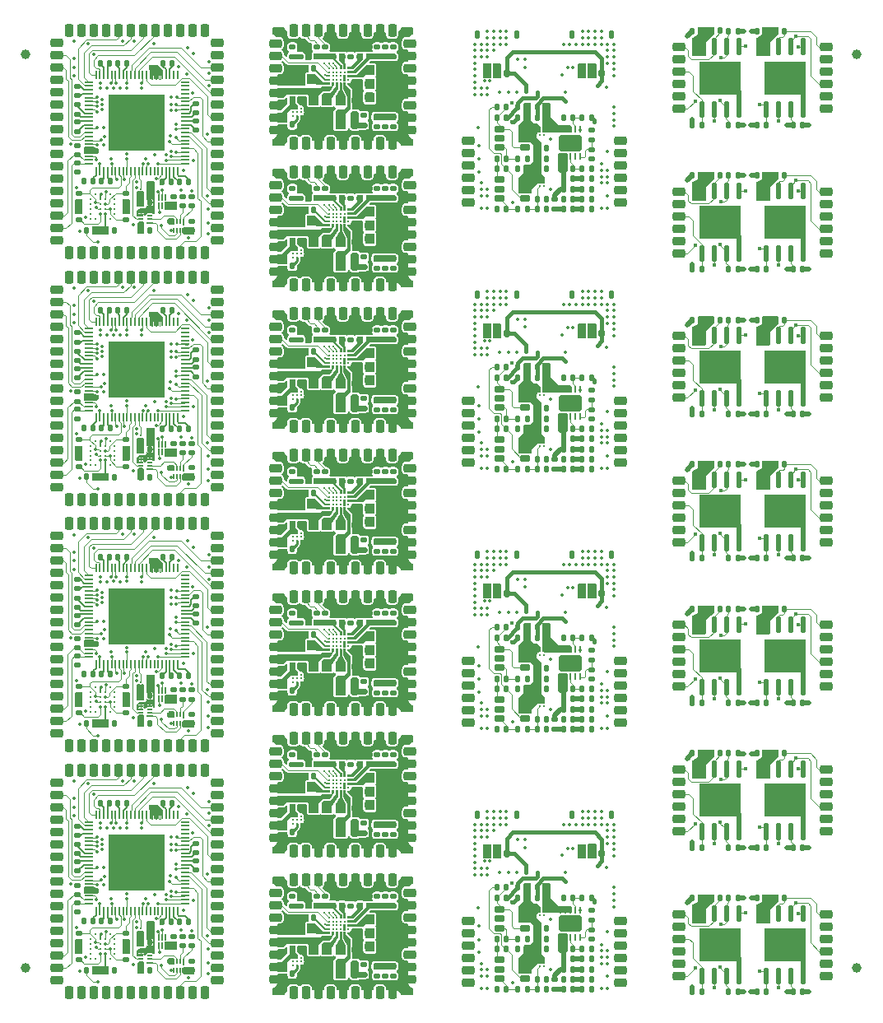
<source format=gbr>
%TF.GenerationSoftware,KiCad,Pcbnew,8.0.4*%
%TF.CreationDate,2024-12-12T20:15:34+01:00*%
%TF.ProjectId,Combined_Module_Panel,436f6d62-696e-4656-945f-4d6f64756c65,rev?*%
%TF.SameCoordinates,Original*%
%TF.FileFunction,Copper,L1,Top*%
%TF.FilePolarity,Positive*%
%FSLAX46Y46*%
G04 Gerber Fmt 4.6, Leading zero omitted, Abs format (unit mm)*
G04 Created by KiCad (PCBNEW 8.0.4) date 2024-12-12 20:15:34*
%MOMM*%
%LPD*%
G01*
G04 APERTURE LIST*
G04 Aperture macros list*
%AMRoundRect*
0 Rectangle with rounded corners*
0 $1 Rounding radius*
0 $2 $3 $4 $5 $6 $7 $8 $9 X,Y pos of 4 corners*
0 Add a 4 corners polygon primitive as box body*
4,1,4,$2,$3,$4,$5,$6,$7,$8,$9,$2,$3,0*
0 Add four circle primitives for the rounded corners*
1,1,$1+$1,$2,$3*
1,1,$1+$1,$4,$5*
1,1,$1+$1,$6,$7*
1,1,$1+$1,$8,$9*
0 Add four rect primitives between the rounded corners*
20,1,$1+$1,$2,$3,$4,$5,0*
20,1,$1+$1,$4,$5,$6,$7,0*
20,1,$1+$1,$6,$7,$8,$9,0*
20,1,$1+$1,$8,$9,$2,$3,0*%
G04 Aperture macros list end*
%TA.AperFunction,SMDPad,CuDef*%
%ADD10RoundRect,0.142500X-0.167500X0.142500X-0.167500X-0.142500X0.167500X-0.142500X0.167500X0.142500X0*%
%TD*%
%TA.AperFunction,SMDPad,CuDef*%
%ADD11RoundRect,0.142500X0.142500X0.167500X-0.142500X0.167500X-0.142500X-0.167500X0.142500X-0.167500X0*%
%TD*%
%TA.AperFunction,SMDPad,CuDef*%
%ADD12RoundRect,0.137500X0.137500X0.262500X-0.137500X0.262500X-0.137500X-0.262500X0.137500X-0.262500X0*%
%TD*%
%TA.AperFunction,SMDPad,CuDef*%
%ADD13RoundRect,0.175000X0.175000X0.225000X-0.175000X0.225000X-0.175000X-0.225000X0.175000X-0.225000X0*%
%TD*%
%TA.AperFunction,SMDPad,CuDef*%
%ADD14RoundRect,0.142500X-0.142500X-0.167500X0.142500X-0.167500X0.142500X0.167500X-0.142500X0.167500X0*%
%TD*%
%TA.AperFunction,HeatsinkPad*%
%ADD15C,0.400000*%
%TD*%
%TA.AperFunction,SMDPad,CuDef*%
%ADD16RoundRect,0.150000X-0.400000X-0.150000X0.400000X-0.150000X0.400000X0.150000X-0.400000X0.150000X0*%
%TD*%
%TA.AperFunction,SMDPad,CuDef*%
%ADD17RoundRect,0.165000X1.035000X-0.660000X1.035000X0.660000X-1.035000X0.660000X-1.035000X-0.660000X0*%
%TD*%
%TA.AperFunction,SMDPad,CuDef*%
%ADD18RoundRect,0.060000X0.060000X-0.240000X0.060000X0.240000X-0.060000X0.240000X-0.060000X-0.240000X0*%
%TD*%
%TA.AperFunction,CastellatedPad*%
%ADD19RoundRect,0.225000X0.415000X-0.225000X0.415000X0.225000X-0.415000X0.225000X-0.415000X-0.225000X0*%
%TD*%
%TA.AperFunction,SMDPad,CuDef*%
%ADD20RoundRect,0.142500X0.167500X-0.142500X0.167500X0.142500X-0.167500X0.142500X-0.167500X-0.142500X0*%
%TD*%
%TA.AperFunction,SMDPad,CuDef*%
%ADD21C,0.250000*%
%TD*%
%TA.AperFunction,SMDPad,CuDef*%
%ADD22C,0.200000*%
%TD*%
%TA.AperFunction,SMDPad,CuDef*%
%ADD23RoundRect,0.237500X-0.237500X-0.262500X0.237500X-0.262500X0.237500X0.262500X-0.237500X0.262500X0*%
%TD*%
%TA.AperFunction,SMDPad,CuDef*%
%ADD24RoundRect,0.042500X-0.042500X0.257500X-0.042500X-0.257500X0.042500X-0.257500X0.042500X0.257500X0*%
%TD*%
%TA.AperFunction,SMDPad,CuDef*%
%ADD25RoundRect,0.125000X0.125000X-0.200000X0.125000X0.200000X-0.125000X0.200000X-0.125000X-0.200000X0*%
%TD*%
%TA.AperFunction,SMDPad,CuDef*%
%ADD26RoundRect,0.125000X0.125000X-0.250000X0.125000X0.250000X-0.125000X0.250000X-0.125000X-0.250000X0*%
%TD*%
%TA.AperFunction,HeatsinkPad*%
%ADD27R,4.300000X3.400000*%
%TD*%
%TA.AperFunction,CastellatedPad*%
%ADD28RoundRect,0.225000X-0.415000X0.225000X-0.415000X-0.225000X0.415000X-0.225000X0.415000X0.225000X0*%
%TD*%
%TA.AperFunction,SMDPad,CuDef*%
%ADD29C,1.000000*%
%TD*%
%TA.AperFunction,SMDPad,CuDef*%
%ADD30RoundRect,0.237500X0.237500X0.262500X-0.237500X0.262500X-0.237500X-0.262500X0.237500X-0.262500X0*%
%TD*%
%TA.AperFunction,SMDPad,CuDef*%
%ADD31C,0.230000*%
%TD*%
%TA.AperFunction,SMDPad,CuDef*%
%ADD32RoundRect,0.237500X-0.262500X0.237500X-0.262500X-0.237500X0.262500X-0.237500X0.262500X0.237500X0*%
%TD*%
%TA.AperFunction,SMDPad,CuDef*%
%ADD33RoundRect,0.043750X-0.043750X0.256250X-0.043750X-0.256250X0.043750X-0.256250X0.043750X0.256250X0*%
%TD*%
%TA.AperFunction,SMDPad,CuDef*%
%ADD34RoundRect,0.043750X-0.043750X0.206250X-0.043750X-0.206250X0.043750X-0.206250X0.043750X0.206250X0*%
%TD*%
%TA.AperFunction,SMDPad,CuDef*%
%ADD35RoundRect,0.043750X0.256250X0.043750X-0.256250X0.043750X-0.256250X-0.043750X0.256250X-0.043750X0*%
%TD*%
%TA.AperFunction,SMDPad,CuDef*%
%ADD36RoundRect,0.043750X0.206250X0.043750X-0.206250X0.043750X-0.206250X-0.043750X0.206250X-0.043750X0*%
%TD*%
%TA.AperFunction,SMDPad,CuDef*%
%ADD37RoundRect,0.200000X0.200000X0.700000X-0.200000X0.700000X-0.200000X-0.700000X0.200000X-0.700000X0*%
%TD*%
%TA.AperFunction,CastellatedPad*%
%ADD38RoundRect,0.225000X0.225000X0.415000X-0.225000X0.415000X-0.225000X-0.415000X0.225000X-0.415000X0*%
%TD*%
%TA.AperFunction,CastellatedPad*%
%ADD39RoundRect,0.225000X-0.225000X-0.415000X0.225000X-0.415000X0.225000X0.415000X-0.225000X0.415000X0*%
%TD*%
%TA.AperFunction,SMDPad,CuDef*%
%ADD40RoundRect,0.050000X0.050000X-0.362500X0.050000X0.362500X-0.050000X0.362500X-0.050000X-0.362500X0*%
%TD*%
%TA.AperFunction,SMDPad,CuDef*%
%ADD41RoundRect,0.050000X0.362500X-0.050000X0.362500X0.050000X-0.362500X0.050000X-0.362500X-0.050000X0*%
%TD*%
%TA.AperFunction,SMDPad,CuDef*%
%ADD42RoundRect,0.050000X-0.362500X-0.050000X0.362500X-0.050000X0.362500X0.050000X-0.362500X0.050000X0*%
%TD*%
%TA.AperFunction,HeatsinkPad*%
%ADD43R,5.750000X5.750000*%
%TD*%
%TA.AperFunction,ViaPad*%
%ADD44C,0.350000*%
%TD*%
%TA.AperFunction,ViaPad*%
%ADD45C,0.250000*%
%TD*%
%TA.AperFunction,ViaPad*%
%ADD46C,0.400000*%
%TD*%
%TA.AperFunction,Conductor*%
%ADD47C,0.400000*%
%TD*%
%TA.AperFunction,Conductor*%
%ADD48C,0.120000*%
%TD*%
%TA.AperFunction,Conductor*%
%ADD49C,0.500000*%
%TD*%
%TA.AperFunction,Conductor*%
%ADD50C,0.250000*%
%TD*%
%TA.AperFunction,Conductor*%
%ADD51C,0.200000*%
%TD*%
%TA.AperFunction,Conductor*%
%ADD52C,0.100000*%
%TD*%
%TA.AperFunction,Conductor*%
%ADD53C,0.570000*%
%TD*%
%TA.AperFunction,Conductor*%
%ADD54C,0.150000*%
%TD*%
G04 APERTURE END LIST*
D10*
%TO.P,R60,2*%
%TO.N,N/C*%
X148104503Y-139602781D03*
%TO.P,R60,1*%
X148104503Y-138642781D03*
%TD*%
D11*
%TO.P,R12,2*%
%TO.N,N/C*%
X140540581Y-144746381D03*
%TO.P,R12,1*%
X141500581Y-144746381D03*
%TD*%
%TO.P,R64,2*%
%TO.N,N/C*%
X140540581Y-134267703D03*
%TO.P,R64,1*%
X141500581Y-134267703D03*
%TD*%
D12*
%TO.P,J2,4,MH*%
%TO.N,N/C*%
X136338581Y-126790703D03*
X140388581Y-126790703D03*
D13*
%TO.P,J2,3,3*%
X137363581Y-130790703D03*
%TO.P,J2,2,2*%
X138363581Y-130790703D03*
%TO.P,J2,1,1*%
X139363581Y-130790703D03*
%TD*%
D14*
%TO.P,C20,2*%
%TO.N,N/C*%
X141500581Y-139552981D03*
%TO.P,C20,1*%
X140540581Y-139552981D03*
%TD*%
%TO.P,C21,2*%
%TO.N,N/C*%
X146167503Y-143707781D03*
%TO.P,C21,1*%
X145207503Y-143707781D03*
%TD*%
%TO.P,R14,2*%
%TO.N,N/C*%
X146167503Y-140621381D03*
%TO.P,R14,1*%
X145207503Y-140621381D03*
%TD*%
%TO.P,R19,2*%
%TO.N,N/C*%
X148104503Y-142685981D03*
%TO.P,R19,1*%
X147144503Y-142685981D03*
%TD*%
D15*
%TO.P,U3,11,EPAD*%
%TO.N,N/C*%
X139915581Y-133861103D03*
X139915581Y-135761103D03*
%TD*%
D11*
%TO.P,C31,2*%
%TO.N,N/C*%
X138370581Y-144746381D03*
%TO.P,C31,1*%
X139330581Y-144746381D03*
%TD*%
D14*
%TO.P,C78,2*%
%TO.N,N/C*%
X143450581Y-143707781D03*
%TO.P,C78,1*%
X142490581Y-143707781D03*
%TD*%
D10*
%TO.P,R15,2*%
%TO.N,N/C*%
X148104503Y-137607381D03*
%TO.P,R15,1*%
X148104503Y-136647381D03*
%TD*%
D14*
%TO.P,C19,2*%
%TO.N,N/C*%
X143450581Y-135336103D03*
%TO.P,C19,1*%
X142490581Y-135336103D03*
%TD*%
D16*
%TO.P,U25,5,V+*%
%TO.N,N/C*%
X141235581Y-142685981D03*
X141235581Y-141735981D03*
%TO.P,U25,4,-*%
X141235581Y-143635981D03*
%TO.P,U25,3,+*%
X138635581Y-143635981D03*
%TO.P,U25,2,V-*%
X138635581Y-142685981D03*
%TO.P,U25,1,VOUT*%
X138635581Y-141735981D03*
%TD*%
D14*
%TO.P,R59,2*%
%TO.N,N/C*%
X148092503Y-135336103D03*
%TO.P,R59,1*%
X147132503Y-135336103D03*
%TD*%
%TO.P,R58,2*%
%TO.N,N/C*%
X148104503Y-140621381D03*
%TO.P,R58,1*%
X147144503Y-140621381D03*
%TD*%
%TO.P,R16,2*%
%TO.N,N/C*%
X148104503Y-143707781D03*
%TO.P,R16,1*%
X147144503Y-143707781D03*
%TD*%
D16*
%TO.P,U24,5,V+*%
%TO.N,N/C*%
X141235581Y-137488381D03*
X141235581Y-136538381D03*
%TO.P,U24,4,-*%
X141235581Y-138438381D03*
%TO.P,U24,3,+*%
X138635581Y-138438381D03*
%TO.P,U24,2,V-*%
X138635581Y-137488381D03*
%TO.P,U24,1,VOUT*%
X138635581Y-136538381D03*
%TD*%
D15*
%TO.P,U6,11,EPAD*%
%TO.N,N/C*%
X145901303Y-137403742D03*
X146851303Y-137978742D03*
D17*
X145901303Y-137978742D03*
D15*
X144951303Y-137978742D03*
X145901303Y-138553742D03*
D18*
%TO.P,U6,10,OUT*%
X144901303Y-136578742D03*
%TO.P,U6,9,OUT*%
X145401303Y-136578742D03*
%TO.P,U6,8,SNS*%
X145901303Y-136578742D03*
%TO.P,U6,7,NR/SS*%
X146401303Y-136578742D03*
%TO.P,U6,6,GND*%
X146901303Y-136578742D03*
%TO.P,U6,5,FB_PG*%
X146901303Y-139378742D03*
%TO.P,U6,4,PG*%
X146401303Y-139378742D03*
%TO.P,U6,3,EN_UV*%
X145901303Y-139378742D03*
%TO.P,U6,2,IN*%
X145401303Y-139378742D03*
%TO.P,U6,1,IN*%
X144901303Y-139378742D03*
%TD*%
D14*
%TO.P,R11,2*%
%TO.N,N/C*%
X139330581Y-139552981D03*
%TO.P,R11,1*%
X138370581Y-139552981D03*
%TD*%
D11*
%TO.P,C25,2*%
%TO.N,N/C*%
X142490581Y-134267703D03*
%TO.P,C25,1*%
X143450581Y-134267703D03*
%TD*%
D14*
%TO.P,C23,2*%
%TO.N,N/C*%
X146167503Y-141640581D03*
%TO.P,C23,1*%
X145207503Y-141640581D03*
%TD*%
D11*
%TO.P,C26,2*%
%TO.N,N/C*%
X145207503Y-135336103D03*
%TO.P,C26,1*%
X146167503Y-135336103D03*
%TD*%
%TO.P,C82,2*%
%TO.N,N/C*%
X140540581Y-135336103D03*
%TO.P,C82,1*%
X141500581Y-135336103D03*
%TD*%
D14*
%TO.P,C24,2*%
%TO.N,N/C*%
X146167503Y-142685981D03*
%TO.P,C24,1*%
X145207503Y-142685981D03*
%TD*%
%TO.P,R18,2*%
%TO.N,N/C*%
X148104503Y-141641981D03*
%TO.P,R18,1*%
X147144503Y-141641981D03*
%TD*%
D11*
%TO.P,C81,2*%
%TO.N,N/C*%
X140540581Y-140621381D03*
%TO.P,C81,1*%
X141500581Y-140621381D03*
%TD*%
D14*
%TO.P,C22,2*%
%TO.N,N/C*%
X146167503Y-144746381D03*
%TO.P,C22,1*%
X145207503Y-144746381D03*
%TD*%
D19*
%TO.P,J13,12,GND*%
%TO.N,N/C*%
X151054162Y-137696703D03*
%TO.P,J13,11,MUX_A0*%
X151054162Y-138966703D03*
%TO.P,J13,10,MUX_A1*%
X151054162Y-140236703D03*
%TO.P,J13,9,GND*%
X151054162Y-141506703D03*
%TO.P,J13,8,+1V8*%
X151054162Y-142776703D03*
%TO.P,J13,7,+3V3*%
X151054162Y-144046703D03*
%TO.P,J13,6,ADC_EN*%
X135446000Y-144046703D03*
%TO.P,J13,5,GND*%
X135446000Y-142776703D03*
%TO.P,J13,4,ADC_CONV*%
X135446000Y-141506703D03*
%TO.P,J13,3,ADC_MISO*%
X135446000Y-140236703D03*
%TO.P,J13,2,ADC_SCK*%
X135446000Y-138966703D03*
%TO.P,J13,1,~{ADC_CS}*%
X135446000Y-137696703D03*
%TD*%
D14*
%TO.P,C83,2*%
%TO.N,N/C*%
X143460581Y-144746381D03*
%TO.P,C83,1*%
X142500581Y-144746381D03*
%TD*%
D11*
%TO.P,C32,2*%
%TO.N,N/C*%
X138370581Y-140621381D03*
%TO.P,C32,1*%
X139330581Y-140621381D03*
%TD*%
D14*
%TO.P,C33,2*%
%TO.N,N/C*%
X143450581Y-139552981D03*
%TO.P,C33,1*%
X142490581Y-139552981D03*
%TD*%
D20*
%TO.P,FB2,2*%
%TO.N,N/C*%
X144324703Y-143767781D03*
%TO.P,FB2,1*%
X144324703Y-144727781D03*
%TD*%
D12*
%TO.P,J11,4,MH*%
%TO.N,N/C*%
X146111581Y-126790703D03*
X150161581Y-126790703D03*
D13*
%TO.P,J11,3,3*%
X147136581Y-130790703D03*
%TO.P,J11,2,2*%
X148136581Y-130790703D03*
%TO.P,J11,1,1*%
X149136581Y-130790703D03*
%TD*%
D14*
%TO.P,R17,2*%
%TO.N,N/C*%
X148104503Y-144746381D03*
%TO.P,R17,1*%
X147144503Y-144746381D03*
%TD*%
%TO.P,C77,2*%
%TO.N,N/C*%
X143450581Y-140621381D03*
%TO.P,C77,1*%
X142490581Y-140621381D03*
%TD*%
%TO.P,R13,2*%
%TO.N,N/C*%
X139330581Y-134267703D03*
%TO.P,R13,1*%
X138370581Y-134267703D03*
%TD*%
D21*
%TO.P,U5,B2,ON*%
%TO.N,N/C*%
X143170581Y-137110342D03*
%TO.P,U5,B1,GND*%
X142770581Y-137110342D03*
%TO.P,U5,A2,VIN*%
X143170581Y-136710342D03*
%TO.P,U5,A1,VOUT*%
X142770581Y-136710342D03*
%TD*%
D14*
%TO.P,C28,2*%
%TO.N,N/C*%
X143450581Y-138484581D03*
%TO.P,C28,1*%
X142490581Y-138484581D03*
%TD*%
D22*
%TO.P,U4,B2,EN*%
%TO.N,N/C*%
X143170581Y-141964581D03*
%TO.P,U4,B1,GND*%
X143170581Y-142364581D03*
%TO.P,U4,A2,VIN*%
X142770581Y-141964581D03*
%TO.P,U4,A1,VREF*%
X142770581Y-142364581D03*
%TD*%
D14*
%TO.P,R63,2*%
%TO.N,N/C*%
X139330581Y-135336103D03*
%TO.P,R63,1*%
X138370581Y-135336103D03*
%TD*%
D10*
%TO.P,R60,2*%
%TO.N,N/C*%
X148104503Y-112832400D03*
%TO.P,R60,1*%
X148104503Y-111872400D03*
%TD*%
D11*
%TO.P,R12,2*%
%TO.N,N/C*%
X140540581Y-117976000D03*
%TO.P,R12,1*%
X141500581Y-117976000D03*
%TD*%
%TO.P,R64,2*%
%TO.N,N/C*%
X140540581Y-107497322D03*
%TO.P,R64,1*%
X141500581Y-107497322D03*
%TD*%
D12*
%TO.P,J2,4,MH*%
%TO.N,N/C*%
X136338581Y-100020322D03*
X140388581Y-100020322D03*
D13*
%TO.P,J2,3,3*%
X137363581Y-104020322D03*
%TO.P,J2,2,2*%
X138363581Y-104020322D03*
%TO.P,J2,1,1*%
X139363581Y-104020322D03*
%TD*%
D14*
%TO.P,C20,2*%
%TO.N,N/C*%
X141500581Y-112782600D03*
%TO.P,C20,1*%
X140540581Y-112782600D03*
%TD*%
%TO.P,C21,2*%
%TO.N,N/C*%
X146167503Y-116937400D03*
%TO.P,C21,1*%
X145207503Y-116937400D03*
%TD*%
%TO.P,R14,2*%
%TO.N,N/C*%
X146167503Y-113851000D03*
%TO.P,R14,1*%
X145207503Y-113851000D03*
%TD*%
%TO.P,R19,2*%
%TO.N,N/C*%
X148104503Y-115915600D03*
%TO.P,R19,1*%
X147144503Y-115915600D03*
%TD*%
D15*
%TO.P,U3,11,EPAD*%
%TO.N,N/C*%
X139915581Y-107090722D03*
X139915581Y-108990722D03*
%TD*%
D11*
%TO.P,C31,2*%
%TO.N,N/C*%
X138370581Y-117976000D03*
%TO.P,C31,1*%
X139330581Y-117976000D03*
%TD*%
D14*
%TO.P,C78,2*%
%TO.N,N/C*%
X143450581Y-116937400D03*
%TO.P,C78,1*%
X142490581Y-116937400D03*
%TD*%
D10*
%TO.P,R15,2*%
%TO.N,N/C*%
X148104503Y-110837000D03*
%TO.P,R15,1*%
X148104503Y-109877000D03*
%TD*%
D14*
%TO.P,C19,2*%
%TO.N,N/C*%
X143450581Y-108565722D03*
%TO.P,C19,1*%
X142490581Y-108565722D03*
%TD*%
D16*
%TO.P,U25,5,V+*%
%TO.N,N/C*%
X141235581Y-115915600D03*
X141235581Y-114965600D03*
%TO.P,U25,4,-*%
X141235581Y-116865600D03*
%TO.P,U25,3,+*%
X138635581Y-116865600D03*
%TO.P,U25,2,V-*%
X138635581Y-115915600D03*
%TO.P,U25,1,VOUT*%
X138635581Y-114965600D03*
%TD*%
D14*
%TO.P,R59,2*%
%TO.N,N/C*%
X148092503Y-108565722D03*
%TO.P,R59,1*%
X147132503Y-108565722D03*
%TD*%
%TO.P,R58,2*%
%TO.N,N/C*%
X148104503Y-113851000D03*
%TO.P,R58,1*%
X147144503Y-113851000D03*
%TD*%
%TO.P,R16,2*%
%TO.N,N/C*%
X148104503Y-116937400D03*
%TO.P,R16,1*%
X147144503Y-116937400D03*
%TD*%
D16*
%TO.P,U24,5,V+*%
%TO.N,N/C*%
X141235581Y-110718000D03*
X141235581Y-109768000D03*
%TO.P,U24,4,-*%
X141235581Y-111668000D03*
%TO.P,U24,3,+*%
X138635581Y-111668000D03*
%TO.P,U24,2,V-*%
X138635581Y-110718000D03*
%TO.P,U24,1,VOUT*%
X138635581Y-109768000D03*
%TD*%
D15*
%TO.P,U6,11,EPAD*%
%TO.N,N/C*%
X145901303Y-110633361D03*
X146851303Y-111208361D03*
D17*
X145901303Y-111208361D03*
D15*
X144951303Y-111208361D03*
X145901303Y-111783361D03*
D18*
%TO.P,U6,10,OUT*%
X144901303Y-109808361D03*
%TO.P,U6,9,OUT*%
X145401303Y-109808361D03*
%TO.P,U6,8,SNS*%
X145901303Y-109808361D03*
%TO.P,U6,7,NR/SS*%
X146401303Y-109808361D03*
%TO.P,U6,6,GND*%
X146901303Y-109808361D03*
%TO.P,U6,5,FB_PG*%
X146901303Y-112608361D03*
%TO.P,U6,4,PG*%
X146401303Y-112608361D03*
%TO.P,U6,3,EN_UV*%
X145901303Y-112608361D03*
%TO.P,U6,2,IN*%
X145401303Y-112608361D03*
%TO.P,U6,1,IN*%
X144901303Y-112608361D03*
%TD*%
D14*
%TO.P,R11,2*%
%TO.N,N/C*%
X139330581Y-112782600D03*
%TO.P,R11,1*%
X138370581Y-112782600D03*
%TD*%
D11*
%TO.P,C25,2*%
%TO.N,N/C*%
X142490581Y-107497322D03*
%TO.P,C25,1*%
X143450581Y-107497322D03*
%TD*%
D14*
%TO.P,C23,2*%
%TO.N,N/C*%
X146167503Y-114870200D03*
%TO.P,C23,1*%
X145207503Y-114870200D03*
%TD*%
D11*
%TO.P,C26,2*%
%TO.N,N/C*%
X145207503Y-108565722D03*
%TO.P,C26,1*%
X146167503Y-108565722D03*
%TD*%
%TO.P,C82,2*%
%TO.N,N/C*%
X140540581Y-108565722D03*
%TO.P,C82,1*%
X141500581Y-108565722D03*
%TD*%
D14*
%TO.P,C24,2*%
%TO.N,N/C*%
X146167503Y-115915600D03*
%TO.P,C24,1*%
X145207503Y-115915600D03*
%TD*%
%TO.P,R18,2*%
%TO.N,N/C*%
X148104503Y-114871600D03*
%TO.P,R18,1*%
X147144503Y-114871600D03*
%TD*%
D11*
%TO.P,C81,2*%
%TO.N,N/C*%
X140540581Y-113851000D03*
%TO.P,C81,1*%
X141500581Y-113851000D03*
%TD*%
D14*
%TO.P,C22,2*%
%TO.N,N/C*%
X146167503Y-117976000D03*
%TO.P,C22,1*%
X145207503Y-117976000D03*
%TD*%
D19*
%TO.P,J13,12,GND*%
%TO.N,N/C*%
X151054162Y-110926322D03*
%TO.P,J13,11,MUX_A0*%
X151054162Y-112196322D03*
%TO.P,J13,10,MUX_A1*%
X151054162Y-113466322D03*
%TO.P,J13,9,GND*%
X151054162Y-114736322D03*
%TO.P,J13,8,+1V8*%
X151054162Y-116006322D03*
%TO.P,J13,7,+3V3*%
X151054162Y-117276322D03*
%TO.P,J13,6,ADC_EN*%
X135446000Y-117276322D03*
%TO.P,J13,5,GND*%
X135446000Y-116006322D03*
%TO.P,J13,4,ADC_CONV*%
X135446000Y-114736322D03*
%TO.P,J13,3,ADC_MISO*%
X135446000Y-113466322D03*
%TO.P,J13,2,ADC_SCK*%
X135446000Y-112196322D03*
%TO.P,J13,1,~{ADC_CS}*%
X135446000Y-110926322D03*
%TD*%
D14*
%TO.P,C83,2*%
%TO.N,N/C*%
X143460581Y-117976000D03*
%TO.P,C83,1*%
X142500581Y-117976000D03*
%TD*%
D11*
%TO.P,C32,2*%
%TO.N,N/C*%
X138370581Y-113851000D03*
%TO.P,C32,1*%
X139330581Y-113851000D03*
%TD*%
D14*
%TO.P,C33,2*%
%TO.N,N/C*%
X143450581Y-112782600D03*
%TO.P,C33,1*%
X142490581Y-112782600D03*
%TD*%
D20*
%TO.P,FB2,2*%
%TO.N,N/C*%
X144324703Y-116997400D03*
%TO.P,FB2,1*%
X144324703Y-117957400D03*
%TD*%
D12*
%TO.P,J11,4,MH*%
%TO.N,N/C*%
X146111581Y-100020322D03*
X150161581Y-100020322D03*
D13*
%TO.P,J11,3,3*%
X147136581Y-104020322D03*
%TO.P,J11,2,2*%
X148136581Y-104020322D03*
%TO.P,J11,1,1*%
X149136581Y-104020322D03*
%TD*%
D14*
%TO.P,R17,2*%
%TO.N,N/C*%
X148104503Y-117976000D03*
%TO.P,R17,1*%
X147144503Y-117976000D03*
%TD*%
%TO.P,C77,2*%
%TO.N,N/C*%
X143450581Y-113851000D03*
%TO.P,C77,1*%
X142490581Y-113851000D03*
%TD*%
%TO.P,R13,2*%
%TO.N,N/C*%
X139330581Y-107497322D03*
%TO.P,R13,1*%
X138370581Y-107497322D03*
%TD*%
D21*
%TO.P,U5,B2,ON*%
%TO.N,N/C*%
X143170581Y-110339961D03*
%TO.P,U5,B1,GND*%
X142770581Y-110339961D03*
%TO.P,U5,A2,VIN*%
X143170581Y-109939961D03*
%TO.P,U5,A1,VOUT*%
X142770581Y-109939961D03*
%TD*%
D14*
%TO.P,C28,2*%
%TO.N,N/C*%
X143450581Y-111714200D03*
%TO.P,C28,1*%
X142490581Y-111714200D03*
%TD*%
D22*
%TO.P,U4,B2,EN*%
%TO.N,N/C*%
X143170581Y-115194200D03*
%TO.P,U4,B1,GND*%
X143170581Y-115594200D03*
%TO.P,U4,A2,VIN*%
X142770581Y-115194200D03*
%TO.P,U4,A1,VREF*%
X142770581Y-115594200D03*
%TD*%
D14*
%TO.P,R63,2*%
%TO.N,N/C*%
X139330581Y-108565722D03*
%TO.P,R63,1*%
X138370581Y-108565722D03*
%TD*%
D10*
%TO.P,R60,2*%
%TO.N,N/C*%
X148104503Y-86079400D03*
%TO.P,R60,1*%
X148104503Y-85119400D03*
%TD*%
D11*
%TO.P,R12,2*%
%TO.N,N/C*%
X140540581Y-91223000D03*
%TO.P,R12,1*%
X141500581Y-91223000D03*
%TD*%
%TO.P,R64,2*%
%TO.N,N/C*%
X140540581Y-80744322D03*
%TO.P,R64,1*%
X141500581Y-80744322D03*
%TD*%
D12*
%TO.P,J2,4,MH*%
%TO.N,N/C*%
X136338581Y-73267322D03*
X140388581Y-73267322D03*
D13*
%TO.P,J2,3,3*%
X137363581Y-77267322D03*
%TO.P,J2,2,2*%
X138363581Y-77267322D03*
%TO.P,J2,1,1*%
X139363581Y-77267322D03*
%TD*%
D14*
%TO.P,C20,2*%
%TO.N,N/C*%
X141500581Y-86029600D03*
%TO.P,C20,1*%
X140540581Y-86029600D03*
%TD*%
%TO.P,C21,2*%
%TO.N,N/C*%
X146167503Y-90184400D03*
%TO.P,C21,1*%
X145207503Y-90184400D03*
%TD*%
%TO.P,R14,2*%
%TO.N,N/C*%
X146167503Y-87098000D03*
%TO.P,R14,1*%
X145207503Y-87098000D03*
%TD*%
%TO.P,R19,2*%
%TO.N,N/C*%
X148104503Y-89162600D03*
%TO.P,R19,1*%
X147144503Y-89162600D03*
%TD*%
D15*
%TO.P,U3,11,EPAD*%
%TO.N,N/C*%
X139915581Y-80337722D03*
X139915581Y-82237722D03*
%TD*%
D11*
%TO.P,C31,2*%
%TO.N,N/C*%
X138370581Y-91223000D03*
%TO.P,C31,1*%
X139330581Y-91223000D03*
%TD*%
D14*
%TO.P,C78,2*%
%TO.N,N/C*%
X143450581Y-90184400D03*
%TO.P,C78,1*%
X142490581Y-90184400D03*
%TD*%
D10*
%TO.P,R15,2*%
%TO.N,N/C*%
X148104503Y-84084000D03*
%TO.P,R15,1*%
X148104503Y-83124000D03*
%TD*%
D14*
%TO.P,C19,2*%
%TO.N,N/C*%
X143450581Y-81812722D03*
%TO.P,C19,1*%
X142490581Y-81812722D03*
%TD*%
D16*
%TO.P,U25,5,V+*%
%TO.N,N/C*%
X141235581Y-89162600D03*
X141235581Y-88212600D03*
%TO.P,U25,4,-*%
X141235581Y-90112600D03*
%TO.P,U25,3,+*%
X138635581Y-90112600D03*
%TO.P,U25,2,V-*%
X138635581Y-89162600D03*
%TO.P,U25,1,VOUT*%
X138635581Y-88212600D03*
%TD*%
D14*
%TO.P,R59,2*%
%TO.N,N/C*%
X148092503Y-81812722D03*
%TO.P,R59,1*%
X147132503Y-81812722D03*
%TD*%
%TO.P,R58,2*%
%TO.N,N/C*%
X148104503Y-87098000D03*
%TO.P,R58,1*%
X147144503Y-87098000D03*
%TD*%
%TO.P,R16,2*%
%TO.N,N/C*%
X148104503Y-90184400D03*
%TO.P,R16,1*%
X147144503Y-90184400D03*
%TD*%
D16*
%TO.P,U24,5,V+*%
%TO.N,N/C*%
X141235581Y-83965000D03*
X141235581Y-83015000D03*
%TO.P,U24,4,-*%
X141235581Y-84915000D03*
%TO.P,U24,3,+*%
X138635581Y-84915000D03*
%TO.P,U24,2,V-*%
X138635581Y-83965000D03*
%TO.P,U24,1,VOUT*%
X138635581Y-83015000D03*
%TD*%
D15*
%TO.P,U6,11,EPAD*%
%TO.N,N/C*%
X145901303Y-83880361D03*
X146851303Y-84455361D03*
D17*
X145901303Y-84455361D03*
D15*
X144951303Y-84455361D03*
X145901303Y-85030361D03*
D18*
%TO.P,U6,10,OUT*%
X144901303Y-83055361D03*
%TO.P,U6,9,OUT*%
X145401303Y-83055361D03*
%TO.P,U6,8,SNS*%
X145901303Y-83055361D03*
%TO.P,U6,7,NR/SS*%
X146401303Y-83055361D03*
%TO.P,U6,6,GND*%
X146901303Y-83055361D03*
%TO.P,U6,5,FB_PG*%
X146901303Y-85855361D03*
%TO.P,U6,4,PG*%
X146401303Y-85855361D03*
%TO.P,U6,3,EN_UV*%
X145901303Y-85855361D03*
%TO.P,U6,2,IN*%
X145401303Y-85855361D03*
%TO.P,U6,1,IN*%
X144901303Y-85855361D03*
%TD*%
D14*
%TO.P,R11,2*%
%TO.N,N/C*%
X139330581Y-86029600D03*
%TO.P,R11,1*%
X138370581Y-86029600D03*
%TD*%
D11*
%TO.P,C25,2*%
%TO.N,N/C*%
X142490581Y-80744322D03*
%TO.P,C25,1*%
X143450581Y-80744322D03*
%TD*%
D14*
%TO.P,C23,2*%
%TO.N,N/C*%
X146167503Y-88117200D03*
%TO.P,C23,1*%
X145207503Y-88117200D03*
%TD*%
D11*
%TO.P,C26,2*%
%TO.N,N/C*%
X145207503Y-81812722D03*
%TO.P,C26,1*%
X146167503Y-81812722D03*
%TD*%
%TO.P,C82,2*%
%TO.N,N/C*%
X140540581Y-81812722D03*
%TO.P,C82,1*%
X141500581Y-81812722D03*
%TD*%
D14*
%TO.P,C24,2*%
%TO.N,N/C*%
X146167503Y-89162600D03*
%TO.P,C24,1*%
X145207503Y-89162600D03*
%TD*%
%TO.P,R18,2*%
%TO.N,N/C*%
X148104503Y-88118600D03*
%TO.P,R18,1*%
X147144503Y-88118600D03*
%TD*%
D11*
%TO.P,C81,2*%
%TO.N,N/C*%
X140540581Y-87098000D03*
%TO.P,C81,1*%
X141500581Y-87098000D03*
%TD*%
D14*
%TO.P,C22,2*%
%TO.N,N/C*%
X146167503Y-91223000D03*
%TO.P,C22,1*%
X145207503Y-91223000D03*
%TD*%
D19*
%TO.P,J13,12,GND*%
%TO.N,N/C*%
X151054162Y-84173322D03*
%TO.P,J13,11,MUX_A0*%
X151054162Y-85443322D03*
%TO.P,J13,10,MUX_A1*%
X151054162Y-86713322D03*
%TO.P,J13,9,GND*%
X151054162Y-87983322D03*
%TO.P,J13,8,+1V8*%
X151054162Y-89253322D03*
%TO.P,J13,7,+3V3*%
X151054162Y-90523322D03*
%TO.P,J13,6,ADC_EN*%
X135446000Y-90523322D03*
%TO.P,J13,5,GND*%
X135446000Y-89253322D03*
%TO.P,J13,4,ADC_CONV*%
X135446000Y-87983322D03*
%TO.P,J13,3,ADC_MISO*%
X135446000Y-86713322D03*
%TO.P,J13,2,ADC_SCK*%
X135446000Y-85443322D03*
%TO.P,J13,1,~{ADC_CS}*%
X135446000Y-84173322D03*
%TD*%
D14*
%TO.P,C83,2*%
%TO.N,N/C*%
X143460581Y-91223000D03*
%TO.P,C83,1*%
X142500581Y-91223000D03*
%TD*%
D11*
%TO.P,C32,2*%
%TO.N,N/C*%
X138370581Y-87098000D03*
%TO.P,C32,1*%
X139330581Y-87098000D03*
%TD*%
D14*
%TO.P,C33,2*%
%TO.N,N/C*%
X143450581Y-86029600D03*
%TO.P,C33,1*%
X142490581Y-86029600D03*
%TD*%
D20*
%TO.P,FB2,2*%
%TO.N,N/C*%
X144324703Y-90244400D03*
%TO.P,FB2,1*%
X144324703Y-91204400D03*
%TD*%
D12*
%TO.P,J11,4,MH*%
%TO.N,N/C*%
X146111581Y-73267322D03*
X150161581Y-73267322D03*
D13*
%TO.P,J11,3,3*%
X147136581Y-77267322D03*
%TO.P,J11,2,2*%
X148136581Y-77267322D03*
%TO.P,J11,1,1*%
X149136581Y-77267322D03*
%TD*%
D14*
%TO.P,R17,2*%
%TO.N,N/C*%
X148104503Y-91223000D03*
%TO.P,R17,1*%
X147144503Y-91223000D03*
%TD*%
%TO.P,C77,2*%
%TO.N,N/C*%
X143450581Y-87098000D03*
%TO.P,C77,1*%
X142490581Y-87098000D03*
%TD*%
%TO.P,R13,2*%
%TO.N,N/C*%
X139330581Y-80744322D03*
%TO.P,R13,1*%
X138370581Y-80744322D03*
%TD*%
D21*
%TO.P,U5,B2,ON*%
%TO.N,N/C*%
X143170581Y-83586961D03*
%TO.P,U5,B1,GND*%
X142770581Y-83586961D03*
%TO.P,U5,A2,VIN*%
X143170581Y-83186961D03*
%TO.P,U5,A1,VOUT*%
X142770581Y-83186961D03*
%TD*%
D14*
%TO.P,C28,2*%
%TO.N,N/C*%
X143450581Y-84961200D03*
%TO.P,C28,1*%
X142490581Y-84961200D03*
%TD*%
D22*
%TO.P,U4,B2,EN*%
%TO.N,N/C*%
X143170581Y-88441200D03*
%TO.P,U4,B1,GND*%
X143170581Y-88841200D03*
%TO.P,U4,A2,VIN*%
X142770581Y-88441200D03*
%TO.P,U4,A1,VREF*%
X142770581Y-88841200D03*
%TD*%
D14*
%TO.P,R63,2*%
%TO.N,N/C*%
X139330581Y-81812722D03*
%TO.P,R63,1*%
X138370581Y-81812722D03*
%TD*%
%TO.P,R50,1*%
%TO.N,N/C*%
X165139162Y-70683333D03*
%TO.P,R50,2*%
X166099162Y-70683333D03*
%TD*%
D23*
%TO.P,C9,1*%
%TO.N,N/C*%
X125273000Y-50198500D03*
%TO.P,C9,2*%
X126873000Y-50198500D03*
%TD*%
D24*
%TO.P,U22,1*%
%TO.N,N/C*%
X104294000Y-139414000D03*
%TO.P,U22,2*%
X103944000Y-139414000D03*
%TO.P,U22,3,GND*%
X103594000Y-139414000D03*
%TO.P,U22,4*%
X103594000Y-140214000D03*
%TO.P,U22,5*%
X103944000Y-140214000D03*
%TO.P,U22,6,VCC*%
X104294000Y-140214000D03*
%TD*%
D21*
%TO.P,U17,A2,NC*%
%TO.N,N/C*%
X98553000Y-141580000D03*
%TO.P,U17,A5,NC*%
X97053000Y-141580000D03*
%TO.P,U17,A6,NC*%
X96553000Y-141580000D03*
%TO.P,U17,B1,NC*%
X99053000Y-141080000D03*
%TO.P,U17,B3,VCC*%
X98053000Y-141080000D03*
%TO.P,U17,B4,~{CS}*%
X97553000Y-141080000D03*
%TO.P,U17,B6,NC*%
X96553000Y-141080000D03*
%TO.P,U17,C1,NC*%
X99053000Y-140580000D03*
%TO.P,U17,C3,~{HLD_RST}_(IO3)*%
X98053000Y-140580000D03*
%TO.P,U17,C4,DO_(IO1)*%
X97553000Y-140580000D03*
%TO.P,U17,C6,NC*%
X96553000Y-140580000D03*
%TO.P,U17,D1,NC*%
X99053000Y-140080000D03*
%TO.P,U17,D3,CLK*%
X98053000Y-140080000D03*
%TO.P,U17,D4,~{WP}_(IO2)*%
X97553000Y-140080000D03*
%TO.P,U17,D6,NC*%
X96553000Y-140080000D03*
%TO.P,U17,E1,NC*%
X99053000Y-139580000D03*
%TO.P,U17,E3,DI_(IO0)*%
X98053000Y-139580000D03*
%TO.P,U17,E4,GND*%
X97553000Y-139580000D03*
%TO.P,U17,E6,NC*%
X96553000Y-139580000D03*
%TO.P,U17,F2,NC*%
X98553000Y-139080000D03*
%TO.P,U17,F5,NC*%
X97053000Y-139080000D03*
%TD*%
D11*
%TO.P,R51,1*%
%TO.N,N/C*%
X169814162Y-100413333D03*
%TO.P,R51,2*%
X168854162Y-100413333D03*
%TD*%
D14*
%TO.P,R49,1*%
%TO.N,N/C*%
X160346662Y-120473333D03*
%TO.P,R49,2*%
X161306662Y-120473333D03*
%TD*%
D11*
%TO.P,C16,1*%
%TO.N,N/C*%
X119503000Y-137396100D03*
%TO.P,C16,2*%
X118543000Y-137396100D03*
%TD*%
D10*
%TO.P,R8,1*%
%TO.N,N/C*%
X120673000Y-106066900D03*
%TO.P,R8,2*%
X120673000Y-107026900D03*
%TD*%
D11*
%TO.P,C72,1*%
%TO.N,N/C*%
X102691669Y-114554500D03*
%TO.P,C72,2*%
X101731669Y-114554500D03*
%TD*%
D10*
%TO.P,C75,1*%
%TO.N,N/C*%
X105087000Y-63221000D03*
%TO.P,C75,2*%
X105087000Y-64181000D03*
%TD*%
D14*
%TO.P,R49,1*%
%TO.N,N/C*%
X160346662Y-61013333D03*
%TO.P,R49,2*%
X161306662Y-61013333D03*
%TD*%
%TO.P,C66,1*%
%TO.N,N/C*%
X95877000Y-86959000D03*
%TO.P,C66,2*%
X96837000Y-86959000D03*
%TD*%
%TO.P,C1,1*%
%TO.N,N/C*%
X117318000Y-53223500D03*
%TO.P,C1,2*%
X118278000Y-53223500D03*
%TD*%
D25*
%TO.P,U19,1,~{CS}*%
%TO.N,N/C*%
X166074162Y-54735833D03*
D26*
X166074162Y-53685833D03*
D25*
%TO.P,U19,2,DO_(IO1)*%
X167344162Y-54735833D03*
D26*
X167344162Y-53685833D03*
D25*
%TO.P,U19,3,~{WP}_(IO2)*%
X168614162Y-54735833D03*
D26*
X168614162Y-53685833D03*
D25*
%TO.P,U19,4,GND*%
X169884162Y-54735833D03*
D26*
X169884162Y-53685833D03*
%TO.P,U19,5,DI_(IO0)*%
X169884162Y-48285833D03*
D25*
X169884162Y-47235833D03*
D26*
%TO.P,U19,6,CLK*%
X168614162Y-48285833D03*
D25*
X168614162Y-47235833D03*
D26*
%TO.P,U19,7,~{RST}_(IO3)*%
X167344162Y-48285833D03*
D25*
X167344162Y-47235833D03*
D26*
%TO.P,U19,8,VCC*%
X166074162Y-48285833D03*
D25*
X166074162Y-47235833D03*
D27*
%TO.P,U19,9,EP*%
X167979162Y-50985833D03*
%TD*%
D20*
%TO.P,C15,1*%
%TO.N,N/C*%
X123348000Y-107026900D03*
%TO.P,C15,2*%
X123348000Y-106066900D03*
%TD*%
D10*
%TO.P,R5,1*%
%TO.N,N/C*%
X127698000Y-62380600D03*
%TO.P,R5,2*%
X127698000Y-63340600D03*
%TD*%
%TO.P,R41,1*%
%TO.N,N/C*%
X95224000Y-134046000D03*
%TO.P,R41,2*%
X95224000Y-135006000D03*
%TD*%
D11*
%TO.P,C76,1*%
%TO.N,N/C*%
X102691669Y-92050000D03*
%TO.P,C76,2*%
X101731669Y-92050000D03*
%TD*%
D28*
%TO.P,J9,1,+1V8*%
%TO.N,N/C*%
X172254162Y-128485833D03*
%TO.P,J9,2,GND*%
X172254162Y-127215833D03*
%TO.P,J9,3,FLASH_CLK*%
X172254162Y-125945833D03*
%TO.P,J9,4,~{FLASH_2_CS}*%
X172254162Y-124675833D03*
%TO.P,J9,5,~{FLASH_2_WP_(IO2)}*%
X172254162Y-123405833D03*
%TO.P,J9,6,~{FLASH_2_RST_(IO3)}*%
X172254162Y-122135833D03*
%TO.P,J9,7,~{FLASH_1_RST_(IO3)}*%
X157054162Y-122135833D03*
%TO.P,J9,8,~{FLASH_1_WP_(IO2)}*%
X157054162Y-123405833D03*
%TO.P,J9,9,~{FLASH_1_CS}*%
X157054162Y-124675833D03*
%TO.P,J9,10,GND*%
X157054162Y-125945833D03*
%TO.P,J9,11,FLASH_MISO_(IO1)*%
X157054162Y-127215833D03*
%TO.P,J9,12,FLASH_MOSI_(IO0)*%
X157054162Y-128485833D03*
%TD*%
D11*
%TO.P,C60,1*%
%TO.N,N/C*%
X159449162Y-105613333D03*
%TO.P,C60,2*%
X158489162Y-105613333D03*
%TD*%
D10*
%TO.P,R5,1*%
%TO.N,N/C*%
X127698000Y-76942700D03*
%TO.P,R5,2*%
X127698000Y-77902700D03*
%TD*%
D20*
%TO.P,C11,1*%
%TO.N,N/C*%
X121498000Y-107026900D03*
%TO.P,C11,2*%
X121498000Y-106066900D03*
%TD*%
D29*
%TO.P,REF\u002A\u002A,*%
%TO.N,*%
X175404162Y-48586000D03*
%TD*%
D11*
%TO.P,C60,1*%
%TO.N,N/C*%
X159449162Y-90748333D03*
%TO.P,C60,2*%
X158489162Y-90748333D03*
%TD*%
D20*
%TO.P,R2,1*%
%TO.N,N/C*%
X118148000Y-136151100D03*
%TO.P,R2,2*%
X118148000Y-135191100D03*
%TD*%
%TO.P,R57,1*%
%TO.N,N/C*%
X126048000Y-85102700D03*
%TO.P,R57,2*%
X126048000Y-84142700D03*
%TD*%
D23*
%TO.P,C7,1*%
%TO.N,N/C*%
X125273000Y-96684800D03*
%TO.P,C7,2*%
X126873000Y-96684800D03*
%TD*%
D11*
%TO.P,R39,1*%
%TO.N,N/C*%
X97078000Y-92025000D03*
%TO.P,R39,2*%
X96118000Y-92025000D03*
%TD*%
D10*
%TO.P,C69,1*%
%TO.N,N/C*%
X95224000Y-79113000D03*
%TO.P,C69,2*%
X95224000Y-80073000D03*
%TD*%
D20*
%TO.P,C10,1*%
%TO.N,N/C*%
X124698000Y-143201100D03*
%TO.P,C10,2*%
X124698000Y-142241100D03*
%TD*%
%TO.P,C15,1*%
%TO.N,N/C*%
X123348000Y-63340600D03*
%TO.P,C15,2*%
X123348000Y-62380600D03*
%TD*%
D10*
%TO.P,R9,1*%
%TO.N,N/C*%
X119848000Y-62380600D03*
%TO.P,R9,2*%
X119848000Y-63340600D03*
%TD*%
D20*
%TO.P,R1,1*%
%TO.N,N/C*%
X117318000Y-121589000D03*
%TO.P,R1,2*%
X117318000Y-120629000D03*
%TD*%
D14*
%TO.P,C1,1*%
%TO.N,N/C*%
X117318000Y-126034000D03*
%TO.P,C1,2*%
X118278000Y-126034000D03*
%TD*%
D20*
%TO.P,R1,1*%
%TO.N,N/C*%
X117318000Y-92464800D03*
%TO.P,R1,2*%
X117318000Y-91504800D03*
%TD*%
D30*
%TO.P,C3,1*%
%TO.N,N/C*%
X119323000Y-138471100D03*
%TO.P,C3,2*%
X117723000Y-138471100D03*
%TD*%
D11*
%TO.P,C72,1*%
%TO.N,N/C*%
X102691669Y-89183500D03*
%TO.P,C72,2*%
X101731669Y-89183500D03*
%TD*%
%TO.P,C61,1*%
%TO.N,N/C*%
X166099162Y-105610833D03*
%TO.P,C61,2*%
X165139162Y-105610833D03*
%TD*%
D31*
%TO.P,U1,A1,TH*%
%TO.N,N/C*%
X117398000Y-68685600D03*
%TO.P,U1,A2,BATT*%
X117798000Y-68685600D03*
%TO.P,U1,A3,NC*%
X118198000Y-68685600D03*
%TO.P,U1,B1,SCL*%
X117398000Y-69085600D03*
%TO.P,U1,B2,ALRT*%
X117798000Y-69085600D03*
%TO.P,U1,B3,SYS*%
X118198000Y-69085600D03*
%TO.P,U1,C1,SDA*%
X117398000Y-69485600D03*
%TO.P,U1,C2,REG*%
X117798000Y-69485600D03*
%TO.P,U1,C3,GND*%
X118198000Y-69485600D03*
%TD*%
D32*
%TO.P,C4,1*%
%TO.N,N/C*%
X120873000Y-96984800D03*
%TO.P,C4,2*%
X120873000Y-98584800D03*
%TD*%
D14*
%TO.P,C66,1*%
%TO.N,N/C*%
X95877000Y-61588000D03*
%TO.P,C66,2*%
X96837000Y-61588000D03*
%TD*%
D10*
%TO.P,C69,1*%
%TO.N,N/C*%
X95224000Y-53742000D03*
%TO.P,C69,2*%
X95224000Y-54702000D03*
%TD*%
D11*
%TO.P,C16,1*%
%TO.N,N/C*%
X119503000Y-50023500D03*
%TO.P,C16,2*%
X118543000Y-50023500D03*
%TD*%
D10*
%TO.P,C69,1*%
%TO.N,N/C*%
X95224000Y-104484000D03*
%TO.P,C69,2*%
X95224000Y-105444000D03*
%TD*%
D32*
%TO.P,C6,1*%
%TO.N,N/C*%
X119523000Y-53298500D03*
%TO.P,C6,2*%
X119523000Y-54898500D03*
%TD*%
D10*
%TO.P,R6,1*%
%TO.N,N/C*%
X126873000Y-47818500D03*
%TO.P,R6,2*%
X126873000Y-48778500D03*
%TD*%
%TO.P,C74,1*%
%TO.N,N/C*%
X106937000Y-65719000D03*
%TO.P,C74,2*%
X106937000Y-66679000D03*
%TD*%
D21*
%TO.P,OSC2,1,GND*%
%TO.N,N/C*%
X102701000Y-87777000D03*
%TO.P,OSC2,2,CLK_OUT*%
X101701000Y-87777000D03*
%TO.P,OSC2,3,VDD*%
X101701000Y-88187000D03*
%TO.P,OSC2,4,GND*%
X102701000Y-88187000D03*
%TD*%
%TO.P,U17,A2,NC*%
%TO.N,N/C*%
X98553000Y-116209000D03*
%TO.P,U17,A5,NC*%
X97053000Y-116209000D03*
%TO.P,U17,A6,NC*%
X96553000Y-116209000D03*
%TO.P,U17,B1,NC*%
X99053000Y-115709000D03*
%TO.P,U17,B3,VCC*%
X98053000Y-115709000D03*
%TO.P,U17,B4,~{CS}*%
X97553000Y-115709000D03*
%TO.P,U17,B6,NC*%
X96553000Y-115709000D03*
%TO.P,U17,C1,NC*%
X99053000Y-115209000D03*
%TO.P,U17,C3,~{HLD_RST}_(IO3)*%
X98053000Y-115209000D03*
%TO.P,U17,C4,DO_(IO1)*%
X97553000Y-115209000D03*
%TO.P,U17,C6,NC*%
X96553000Y-115209000D03*
%TO.P,U17,D1,NC*%
X99053000Y-114709000D03*
%TO.P,U17,D3,CLK*%
X98053000Y-114709000D03*
%TO.P,U17,D4,~{WP}_(IO2)*%
X97553000Y-114709000D03*
%TO.P,U17,D6,NC*%
X96553000Y-114709000D03*
%TO.P,U17,E1,NC*%
X99053000Y-114209000D03*
%TO.P,U17,E3,DI_(IO0)*%
X98053000Y-114209000D03*
%TO.P,U17,E4,GND*%
X97553000Y-114209000D03*
%TO.P,U17,E6,NC*%
X96553000Y-114209000D03*
%TO.P,U17,F2,NC*%
X98553000Y-113709000D03*
%TO.P,U17,F5,NC*%
X97053000Y-113709000D03*
%TD*%
D14*
%TO.P,R52,1*%
%TO.N,N/C*%
X166959162Y-75880833D03*
%TO.P,R52,2*%
X167919162Y-75880833D03*
%TD*%
D10*
%TO.P,R9,1*%
%TO.N,N/C*%
X119848000Y-47818500D03*
%TO.P,R9,2*%
X119848000Y-48778500D03*
%TD*%
D11*
%TO.P,C67,1*%
%TO.N,N/C*%
X106626000Y-112457000D03*
%TO.P,C67,2*%
X105666000Y-112457000D03*
%TD*%
%TO.P,C61,1*%
%TO.N,N/C*%
X166099162Y-61015833D03*
%TO.P,C61,2*%
X165139162Y-61015833D03*
%TD*%
D14*
%TO.P,R50,1*%
%TO.N,N/C*%
X165139162Y-115278333D03*
%TO.P,R50,2*%
X166099162Y-115278333D03*
%TD*%
D33*
%TO.P,U20,1*%
%TO.N,N/C*%
X106144000Y-65799000D03*
D34*
%TO.P,U20,2*%
X105794000Y-65749000D03*
%TO.P,U20,3*%
X105444000Y-65749000D03*
%TO.P,U20,4,GND*%
X105094000Y-65749000D03*
%TO.P,U20,5*%
X105094000Y-66649000D03*
%TO.P,U20,6*%
X105444000Y-66649000D03*
%TO.P,U20,7*%
X105794000Y-66649000D03*
%TO.P,U20,8,VCC*%
X106144000Y-66649000D03*
%TD*%
D11*
%TO.P,C61,1*%
%TO.N,N/C*%
X166099162Y-90745833D03*
%TO.P,C61,2*%
X165139162Y-90745833D03*
%TD*%
%TO.P,R51,1*%
%TO.N,N/C*%
X169814162Y-145007333D03*
%TO.P,R51,2*%
X168854162Y-145007333D03*
%TD*%
D10*
%TO.P,R5,1*%
%TO.N,N/C*%
X127698000Y-106066900D03*
%TO.P,R5,2*%
X127698000Y-107026900D03*
%TD*%
D20*
%TO.P,C13,1*%
%TO.N,N/C*%
X125223000Y-121589000D03*
%TO.P,C13,2*%
X125223000Y-120629000D03*
%TD*%
D14*
%TO.P,R50,1*%
%TO.N,N/C*%
X165139162Y-100413333D03*
%TO.P,R50,2*%
X166099162Y-100413333D03*
%TD*%
D10*
%TO.P,C68,1*%
%TO.N,N/C*%
X107416000Y-53615000D03*
%TO.P,C68,2*%
X107416000Y-54575000D03*
%TD*%
D11*
%TO.P,C16,1*%
%TO.N,N/C*%
X119503000Y-122834000D03*
%TO.P,C16,2*%
X118543000Y-122834000D03*
%TD*%
D10*
%TO.P,R54,1*%
%TO.N,N/C*%
X106012000Y-113963000D03*
%TO.P,R54,2*%
X106012000Y-114923000D03*
%TD*%
%TO.P,R45,1*%
%TO.N,N/C*%
X100212000Y-140743000D03*
%TO.P,R45,2*%
X100212000Y-141703000D03*
%TD*%
D23*
%TO.P,C8,1*%
%TO.N,N/C*%
X125273000Y-138971100D03*
%TO.P,C8,2*%
X126873000Y-138971100D03*
%TD*%
D30*
%TO.P,C3,1*%
%TO.N,N/C*%
X119323000Y-123909000D03*
%TO.P,C3,2*%
X117723000Y-123909000D03*
%TD*%
D11*
%TO.P,C67,1*%
%TO.N,N/C*%
X106626000Y-137828000D03*
%TO.P,C67,2*%
X105666000Y-137828000D03*
%TD*%
%TO.P,C67,1*%
%TO.N,N/C*%
X106626000Y-87086000D03*
%TO.P,C67,2*%
X105666000Y-87086000D03*
%TD*%
D14*
%TO.P,C2,1*%
%TO.N,N/C*%
X117318000Y-128609000D03*
%TO.P,C2,2*%
X118278000Y-128609000D03*
%TD*%
D35*
%TO.P,U21,1*%
%TO.N,N/C*%
X102611669Y-91257000D03*
D36*
%TO.P,U21,2*%
X102661669Y-90907000D03*
%TO.P,U21,3*%
X102661669Y-90557000D03*
%TO.P,U21,4,GND*%
X102661669Y-90207000D03*
%TO.P,U21,5*%
X101761669Y-90207000D03*
%TO.P,U21,6*%
X101761669Y-90557000D03*
%TO.P,U21,7*%
X101761669Y-90907000D03*
%TO.P,U21,8,VCC*%
X101761669Y-91257000D03*
%TD*%
D11*
%TO.P,C16,1*%
%TO.N,N/C*%
X119503000Y-64585600D03*
%TO.P,C16,2*%
X118543000Y-64585600D03*
%TD*%
D10*
%TO.P,R6,1*%
%TO.N,N/C*%
X126873000Y-106066900D03*
%TO.P,R6,2*%
X126873000Y-107026900D03*
%TD*%
D30*
%TO.P,C3,1*%
%TO.N,N/C*%
X119323000Y-80222700D03*
%TO.P,C3,2*%
X117723000Y-80222700D03*
%TD*%
D20*
%TO.P,R57,1*%
%TO.N,N/C*%
X126048000Y-55978500D03*
%TO.P,R57,2*%
X126048000Y-55018500D03*
%TD*%
D11*
%TO.P,R51,1*%
%TO.N,N/C*%
X169814162Y-115278333D03*
%TO.P,R51,2*%
X168854162Y-115278333D03*
%TD*%
D25*
%TO.P,U18,1,~{CS}*%
%TO.N,N/C*%
X159424162Y-69600833D03*
D26*
X159424162Y-68550833D03*
D25*
%TO.P,U18,2,DO_(IO1)*%
X160694162Y-69600833D03*
D26*
X160694162Y-68550833D03*
D25*
%TO.P,U18,3,~{WP}_(IO2)*%
X161964162Y-69600833D03*
D26*
X161964162Y-68550833D03*
D25*
%TO.P,U18,4,GND*%
X163234162Y-69600833D03*
D26*
X163234162Y-68550833D03*
%TO.P,U18,5,DI_(IO0)*%
X163234162Y-63150833D03*
D25*
X163234162Y-62100833D03*
D26*
%TO.P,U18,6,CLK*%
X161964162Y-63150833D03*
D25*
X161964162Y-62100833D03*
D26*
%TO.P,U18,7,~{RST}_(IO3)*%
X160694162Y-63150833D03*
D25*
X160694162Y-62100833D03*
D26*
%TO.P,U18,8,VCC*%
X159424162Y-63150833D03*
D25*
X159424162Y-62100833D03*
D27*
%TO.P,U18,9,EP*%
X161329162Y-65850833D03*
%TD*%
D20*
%TO.P,C10,1*%
%TO.N,N/C*%
X124698000Y-84952700D03*
%TO.P,C10,2*%
X124698000Y-83992700D03*
%TD*%
D10*
%TO.P,C62,1*%
%TO.N,N/C*%
X107416000Y-106135000D03*
%TO.P,C62,2*%
X107416000Y-107095000D03*
%TD*%
D37*
%TO.P,L2,1*%
%TO.N,N/C*%
X123773000Y-55348500D03*
%TO.P,L2,2*%
X122173000Y-55348500D03*
%TD*%
D33*
%TO.P,U20,1*%
%TO.N,N/C*%
X106144000Y-141912000D03*
D34*
%TO.P,U20,2*%
X105794000Y-141862000D03*
%TO.P,U20,3*%
X105444000Y-141862000D03*
%TO.P,U20,4,GND*%
X105094000Y-141862000D03*
%TO.P,U20,5*%
X105094000Y-142762000D03*
%TO.P,U20,6*%
X105444000Y-142762000D03*
%TO.P,U20,7*%
X105794000Y-142762000D03*
%TO.P,U20,8,VCC*%
X106144000Y-142762000D03*
%TD*%
D10*
%TO.P,C71,1*%
%TO.N,N/C*%
X95224000Y-127950000D03*
%TO.P,C71,2*%
X95224000Y-128910000D03*
%TD*%
D31*
%TO.P,U2,A1,GPIO1*%
%TO.N,N/C*%
X121098000Y-137371100D03*
%TO.P,U2,A2,~{RST}*%
X121498000Y-137371100D03*
%TO.P,U2,A3,SDA*%
X121898000Y-137371100D03*
%TO.P,U2,A4,VIO*%
X122298000Y-137371100D03*
%TO.P,U2,A5,LDO1*%
X122698000Y-137371100D03*
%TO.P,U2,A6,IN_LDO1*%
X123098000Y-137371100D03*
%TO.P,U2,B1,GPIO0*%
X121098000Y-137771100D03*
%TO.P,U2,B2,~{IRQ}*%
X121498000Y-137771100D03*
%TO.P,U2,B3,~{EN}*%
X121898000Y-137771100D03*
%TO.P,U2,B4,SCL*%
X122298000Y-137771100D03*
%TO.P,U2,B5,LDO0*%
X122698000Y-137771100D03*
%TO.P,U2,B6,IN_LDO0*%
X123098000Y-137771100D03*
%TO.P,U2,C1,AMUX*%
X121098000Y-138171100D03*
%TO.P,U2,C2,GPIO2*%
X121498000Y-138171100D03*
%TO.P,U2,C3,GND*%
X121898000Y-138171100D03*
%TO.P,U2,C4,SBB1*%
X122298000Y-138171100D03*
%TO.P,U2,C5,LXB*%
X122698000Y-138171100D03*
%TO.P,U2,C6,SBB0*%
X123098000Y-138171100D03*
%TO.P,U2,D1,VL*%
X121098000Y-138571100D03*
%TO.P,U2,D2,THM*%
X121498000Y-138571100D03*
%TO.P,U2,D3,TBIAS*%
X121898000Y-138571100D03*
%TO.P,U2,D4,SBB2*%
X122298000Y-138571100D03*
%TO.P,U2,D5,LXB*%
X122698000Y-138571100D03*
%TO.P,U2,D6,BST*%
X123098000Y-138571100D03*
%TO.P,U2,E1,CHGIN*%
X121098000Y-138971100D03*
%TO.P,U2,E2,SYS*%
X121498000Y-138971100D03*
%TO.P,U2,E3,BATT*%
X121898000Y-138971100D03*
%TO.P,U2,E4,IN_SBB*%
X122298000Y-138971100D03*
%TO.P,U2,E5,LXA*%
X122698000Y-138971100D03*
%TO.P,U2,E6,PGND*%
X123098000Y-138971100D03*
%TD*%
D11*
%TO.P,R47,1*%
%TO.N,N/C*%
X163164162Y-105610833D03*
%TO.P,R47,2*%
X162204162Y-105610833D03*
%TD*%
D32*
%TO.P,C4,1*%
%TO.N,N/C*%
X120873000Y-140671100D03*
%TO.P,C4,2*%
X120873000Y-142271100D03*
%TD*%
D14*
%TO.P,R52,1*%
%TO.N,N/C*%
X166959162Y-120475833D03*
%TO.P,R52,2*%
X167919162Y-120475833D03*
%TD*%
%TO.P,R46,1*%
%TO.N,N/C*%
X158489162Y-70683333D03*
%TO.P,R46,2*%
X159449162Y-70683333D03*
%TD*%
D23*
%TO.P,C5,1*%
%TO.N,N/C*%
X122298000Y-140671100D03*
%TO.P,C5,2*%
X123898000Y-140671100D03*
%TD*%
D20*
%TO.P,C12,1*%
%TO.N,N/C*%
X124273000Y-63340600D03*
%TO.P,C12,2*%
X124273000Y-62380600D03*
%TD*%
D10*
%TO.P,C65,1*%
%TO.N,N/C*%
X95224000Y-80891000D03*
%TO.P,C65,2*%
X95224000Y-81851000D03*
%TD*%
D23*
%TO.P,C7,1*%
%TO.N,N/C*%
X125273000Y-52998500D03*
%TO.P,C7,2*%
X126873000Y-52998500D03*
%TD*%
D11*
%TO.P,C64,1*%
%TO.N,N/C*%
X98498000Y-49523000D03*
%TO.P,C64,2*%
X97538000Y-49523000D03*
%TD*%
D20*
%TO.P,C14,1*%
%TO.N,N/C*%
X122423000Y-48778500D03*
%TO.P,C14,2*%
X122423000Y-47818500D03*
%TD*%
D31*
%TO.P,U2,A1,GPIO1*%
%TO.N,N/C*%
X121098000Y-122809000D03*
%TO.P,U2,A2,~{RST}*%
X121498000Y-122809000D03*
%TO.P,U2,A3,SDA*%
X121898000Y-122809000D03*
%TO.P,U2,A4,VIO*%
X122298000Y-122809000D03*
%TO.P,U2,A5,LDO1*%
X122698000Y-122809000D03*
%TO.P,U2,A6,IN_LDO1*%
X123098000Y-122809000D03*
%TO.P,U2,B1,GPIO0*%
X121098000Y-123209000D03*
%TO.P,U2,B2,~{IRQ}*%
X121498000Y-123209000D03*
%TO.P,U2,B3,~{EN}*%
X121898000Y-123209000D03*
%TO.P,U2,B4,SCL*%
X122298000Y-123209000D03*
%TO.P,U2,B5,LDO0*%
X122698000Y-123209000D03*
%TO.P,U2,B6,IN_LDO0*%
X123098000Y-123209000D03*
%TO.P,U2,C1,AMUX*%
X121098000Y-123609000D03*
%TO.P,U2,C2,GPIO2*%
X121498000Y-123609000D03*
%TO.P,U2,C3,GND*%
X121898000Y-123609000D03*
%TO.P,U2,C4,SBB1*%
X122298000Y-123609000D03*
%TO.P,U2,C5,LXB*%
X122698000Y-123609000D03*
%TO.P,U2,C6,SBB0*%
X123098000Y-123609000D03*
%TO.P,U2,D1,VL*%
X121098000Y-124009000D03*
%TO.P,U2,D2,THM*%
X121498000Y-124009000D03*
%TO.P,U2,D3,TBIAS*%
X121898000Y-124009000D03*
%TO.P,U2,D4,SBB2*%
X122298000Y-124009000D03*
%TO.P,U2,D5,LXB*%
X122698000Y-124009000D03*
%TO.P,U2,D6,BST*%
X123098000Y-124009000D03*
%TO.P,U2,E1,CHGIN*%
X121098000Y-124409000D03*
%TO.P,U2,E2,SYS*%
X121498000Y-124409000D03*
%TO.P,U2,E3,BATT*%
X121898000Y-124409000D03*
%TO.P,U2,E4,IN_SBB*%
X122298000Y-124409000D03*
%TO.P,U2,E5,LXA*%
X122698000Y-124409000D03*
%TO.P,U2,E6,PGND*%
X123098000Y-124409000D03*
%TD*%
D11*
%TO.P,R48,1*%
%TO.N,N/C*%
X163164162Y-70683333D03*
%TO.P,R48,2*%
X162204162Y-70683333D03*
%TD*%
D20*
%TO.P,C14,1*%
%TO.N,N/C*%
X122423000Y-77902700D03*
%TO.P,C14,2*%
X122423000Y-76942700D03*
%TD*%
D10*
%TO.P,R7,1*%
%TO.N,N/C*%
X126048000Y-106066900D03*
%TO.P,R7,2*%
X126048000Y-107026900D03*
%TD*%
D23*
%TO.P,C8,1*%
%TO.N,N/C*%
X125273000Y-51598500D03*
%TO.P,C8,2*%
X126873000Y-51598500D03*
%TD*%
D31*
%TO.P,U2,A1,GPIO1*%
%TO.N,N/C*%
X121098000Y-93684800D03*
%TO.P,U2,A2,~{RST}*%
X121498000Y-93684800D03*
%TO.P,U2,A3,SDA*%
X121898000Y-93684800D03*
%TO.P,U2,A4,VIO*%
X122298000Y-93684800D03*
%TO.P,U2,A5,LDO1*%
X122698000Y-93684800D03*
%TO.P,U2,A6,IN_LDO1*%
X123098000Y-93684800D03*
%TO.P,U2,B1,GPIO0*%
X121098000Y-94084800D03*
%TO.P,U2,B2,~{IRQ}*%
X121498000Y-94084800D03*
%TO.P,U2,B3,~{EN}*%
X121898000Y-94084800D03*
%TO.P,U2,B4,SCL*%
X122298000Y-94084800D03*
%TO.P,U2,B5,LDO0*%
X122698000Y-94084800D03*
%TO.P,U2,B6,IN_LDO0*%
X123098000Y-94084800D03*
%TO.P,U2,C1,AMUX*%
X121098000Y-94484800D03*
%TO.P,U2,C2,GPIO2*%
X121498000Y-94484800D03*
%TO.P,U2,C3,GND*%
X121898000Y-94484800D03*
%TO.P,U2,C4,SBB1*%
X122298000Y-94484800D03*
%TO.P,U2,C5,LXB*%
X122698000Y-94484800D03*
%TO.P,U2,C6,SBB0*%
X123098000Y-94484800D03*
%TO.P,U2,D1,VL*%
X121098000Y-94884800D03*
%TO.P,U2,D2,THM*%
X121498000Y-94884800D03*
%TO.P,U2,D3,TBIAS*%
X121898000Y-94884800D03*
%TO.P,U2,D4,SBB2*%
X122298000Y-94884800D03*
%TO.P,U2,D5,LXB*%
X122698000Y-94884800D03*
%TO.P,U2,D6,BST*%
X123098000Y-94884800D03*
%TO.P,U2,E1,CHGIN*%
X121098000Y-95284800D03*
%TO.P,U2,E2,SYS*%
X121498000Y-95284800D03*
%TO.P,U2,E3,BATT*%
X121898000Y-95284800D03*
%TO.P,U2,E4,IN_SBB*%
X122298000Y-95284800D03*
%TO.P,U2,E5,LXA*%
X122698000Y-95284800D03*
%TO.P,U2,E6,PGND*%
X123098000Y-95284800D03*
%TD*%
D20*
%TO.P,C14,1*%
%TO.N,N/C*%
X122423000Y-63340600D03*
%TO.P,C14,2*%
X122423000Y-62380600D03*
%TD*%
D14*
%TO.P,R46,1*%
%TO.N,N/C*%
X158489162Y-85548333D03*
%TO.P,R46,2*%
X159449162Y-85548333D03*
%TD*%
D20*
%TO.P,R56,1*%
%TO.N,N/C*%
X126873000Y-70540600D03*
%TO.P,R56,2*%
X126873000Y-69580600D03*
%TD*%
D31*
%TO.P,U2,A1,GPIO1*%
%TO.N,N/C*%
X121098000Y-79122700D03*
%TO.P,U2,A2,~{RST}*%
X121498000Y-79122700D03*
%TO.P,U2,A3,SDA*%
X121898000Y-79122700D03*
%TO.P,U2,A4,VIO*%
X122298000Y-79122700D03*
%TO.P,U2,A5,LDO1*%
X122698000Y-79122700D03*
%TO.P,U2,A6,IN_LDO1*%
X123098000Y-79122700D03*
%TO.P,U2,B1,GPIO0*%
X121098000Y-79522700D03*
%TO.P,U2,B2,~{IRQ}*%
X121498000Y-79522700D03*
%TO.P,U2,B3,~{EN}*%
X121898000Y-79522700D03*
%TO.P,U2,B4,SCL*%
X122298000Y-79522700D03*
%TO.P,U2,B5,LDO0*%
X122698000Y-79522700D03*
%TO.P,U2,B6,IN_LDO0*%
X123098000Y-79522700D03*
%TO.P,U2,C1,AMUX*%
X121098000Y-79922700D03*
%TO.P,U2,C2,GPIO2*%
X121498000Y-79922700D03*
%TO.P,U2,C3,GND*%
X121898000Y-79922700D03*
%TO.P,U2,C4,SBB1*%
X122298000Y-79922700D03*
%TO.P,U2,C5,LXB*%
X122698000Y-79922700D03*
%TO.P,U2,C6,SBB0*%
X123098000Y-79922700D03*
%TO.P,U2,D1,VL*%
X121098000Y-80322700D03*
%TO.P,U2,D2,THM*%
X121498000Y-80322700D03*
%TO.P,U2,D3,TBIAS*%
X121898000Y-80322700D03*
%TO.P,U2,D4,SBB2*%
X122298000Y-80322700D03*
%TO.P,U2,D5,LXB*%
X122698000Y-80322700D03*
%TO.P,U2,D6,BST*%
X123098000Y-80322700D03*
%TO.P,U2,E1,CHGIN*%
X121098000Y-80722700D03*
%TO.P,U2,E2,SYS*%
X121498000Y-80722700D03*
%TO.P,U2,E3,BATT*%
X121898000Y-80722700D03*
%TO.P,U2,E4,IN_SBB*%
X122298000Y-80722700D03*
%TO.P,U2,E5,LXA*%
X122698000Y-80722700D03*
%TO.P,U2,E6,PGND*%
X123098000Y-80722700D03*
%TD*%
D24*
%TO.P,U22,1*%
%TO.N,N/C*%
X104294000Y-114043000D03*
%TO.P,U22,2*%
X103944000Y-114043000D03*
%TO.P,U22,3,GND*%
X103594000Y-114043000D03*
%TO.P,U22,4*%
X103594000Y-114843000D03*
%TO.P,U22,5*%
X103944000Y-114843000D03*
%TO.P,U22,6,VCC*%
X104294000Y-114843000D03*
%TD*%
D25*
%TO.P,U18,1,~{CS}*%
%TO.N,N/C*%
X159424162Y-99330833D03*
D26*
X159424162Y-98280833D03*
D25*
%TO.P,U18,2,DO_(IO1)*%
X160694162Y-99330833D03*
D26*
X160694162Y-98280833D03*
D25*
%TO.P,U18,3,~{WP}_(IO2)*%
X161964162Y-99330833D03*
D26*
X161964162Y-98280833D03*
D25*
%TO.P,U18,4,GND*%
X163234162Y-99330833D03*
D26*
X163234162Y-98280833D03*
%TO.P,U18,5,DI_(IO0)*%
X163234162Y-92880833D03*
D25*
X163234162Y-91830833D03*
D26*
%TO.P,U18,6,CLK*%
X161964162Y-92880833D03*
D25*
X161964162Y-91830833D03*
D26*
%TO.P,U18,7,~{RST}_(IO3)*%
X160694162Y-92880833D03*
D25*
X160694162Y-91830833D03*
D26*
%TO.P,U18,8,VCC*%
X159424162Y-92880833D03*
D25*
X159424162Y-91830833D03*
D27*
%TO.P,U18,9,EP*%
X161329162Y-95580833D03*
%TD*%
D20*
%TO.P,C11,1*%
%TO.N,N/C*%
X121498000Y-63340600D03*
%TO.P,C11,2*%
X121498000Y-62380600D03*
%TD*%
%TO.P,R57,1*%
%TO.N,N/C*%
X126048000Y-70540600D03*
%TO.P,R57,2*%
X126048000Y-69580600D03*
%TD*%
%TO.P,R44,1*%
%TO.N,N/C*%
X95363000Y-114554000D03*
%TO.P,R44,2*%
X95363000Y-113594000D03*
%TD*%
D14*
%TO.P,R46,1*%
%TO.N,N/C*%
X158489162Y-145007333D03*
%TO.P,R46,2*%
X159449162Y-145007333D03*
%TD*%
D11*
%TO.P,C61,1*%
%TO.N,N/C*%
X166099162Y-46150833D03*
%TO.P,C61,2*%
X165139162Y-46150833D03*
%TD*%
%TO.P,C61,1*%
%TO.N,N/C*%
X166099162Y-135339833D03*
%TO.P,C61,2*%
X165139162Y-135339833D03*
%TD*%
D10*
%TO.P,R54,1*%
%TO.N,N/C*%
X106012000Y-63221000D03*
%TO.P,R54,2*%
X106012000Y-64181000D03*
%TD*%
D32*
%TO.P,C6,1*%
%TO.N,N/C*%
X119523000Y-126109000D03*
%TO.P,C6,2*%
X119523000Y-127709000D03*
%TD*%
D10*
%TO.P,R6,1*%
%TO.N,N/C*%
X126873000Y-91504800D03*
%TO.P,R6,2*%
X126873000Y-92464800D03*
%TD*%
D31*
%TO.P,U1,A1,TH*%
%TO.N,N/C*%
X117398000Y-83247700D03*
%TO.P,U1,A2,BATT*%
X117798000Y-83247700D03*
%TO.P,U1,A3,NC*%
X118198000Y-83247700D03*
%TO.P,U1,B1,SCL*%
X117398000Y-83647700D03*
%TO.P,U1,B2,ALRT*%
X117798000Y-83647700D03*
%TO.P,U1,B3,SYS*%
X118198000Y-83647700D03*
%TO.P,U1,C1,SDA*%
X117398000Y-84047700D03*
%TO.P,U1,C2,REG*%
X117798000Y-84047700D03*
%TO.P,U1,C3,GND*%
X118198000Y-84047700D03*
%TD*%
D20*
%TO.P,R43,1*%
%TO.N,N/C*%
X100212000Y-139917000D03*
%TO.P,R43,2*%
X100212000Y-138957000D03*
%TD*%
D28*
%TO.P,J8,1,JTAG_TDO*%
%TO.N,N/C*%
X93065000Y-98106000D03*
%TO.P,J8,2,JTAG_TDI*%
X93065000Y-99376000D03*
%TO.P,J8,3,JTAG_TRST*%
X93065000Y-100646000D03*
%TO.P,J8,4,JTAG_TMS*%
X93065000Y-101916000D03*
%TO.P,J8,5,JTAG_TCK*%
X93065000Y-103186000D03*
%TO.P,J8,6,Manual_RST*%
X93065000Y-104456000D03*
%TO.P,J8,7,PMIC_nRST*%
X93065000Y-105726000D03*
%TO.P,J8,8,SOC_RST_OUT*%
X93065000Y-106996000D03*
D19*
%TO.P,J8,9,FLASH_MOSI*%
X93065000Y-108266000D03*
%TO.P,J8,10,FLASH_MISO*%
X93065000Y-109536000D03*
%TO.P,J8,11,FLASH_CS*%
X93065000Y-110806000D03*
%TO.P,J8,12,FLASH_nWP*%
X93065000Y-112076000D03*
%TO.P,J8,13,FLASH_nHLD_nRST*%
X93065000Y-113346000D03*
%TO.P,J8,14,FLASH_SCK*%
X93065000Y-114616000D03*
%TO.P,J8,15,I2C_SDA_HEEP*%
X93065000Y-115886000D03*
%TO.P,J8,16,I2C_SCL_HEEP*%
X93065000Y-117156000D03*
%TO.P,J8,17,GND*%
X93065000Y-118426000D03*
D38*
%TO.P,J8,18,+1V8*%
X94335000Y-119696000D03*
%TO.P,J8,19,VCORE*%
X95605000Y-119696000D03*
%TO.P,J8,20,GND*%
X96875000Y-119696000D03*
%TO.P,J8,21,UART_RX_HEEP*%
X98145000Y-119696000D03*
%TO.P,J8,22,UART_TX_HEEP*%
X99415000Y-119696000D03*
%TO.P,J8,23,SPI_MOSI_HEEP*%
X100685000Y-119696000D03*
D39*
%TO.P,J8,24,SPI_MISO_HEEP*%
X101955000Y-119696000D03*
%TO.P,J8,25,SPI_SD2_HEEP*%
X103225000Y-119696000D03*
%TO.P,J8,26,SPI_SD3_HEEP*%
X104495000Y-119696000D03*
%TO.P,J8,27,SPI_CS1_HEEP*%
X105765000Y-119696000D03*
%TO.P,J8,28,SPI_CS0_HEEP*%
X107035000Y-119696000D03*
%TO.P,J8,29,SPI_SCK_HEEP*%
X108305000Y-119696000D03*
D28*
%TO.P,J8,30,GND*%
X109575000Y-118426000D03*
%TO.P,J8,31,BOOT_SEL_EXT*%
X109575000Y-117156000D03*
%TO.P,J8,32,GPIO_23*%
X109575000Y-115886000D03*
%TO.P,J8,33,GPIO_22*%
X109575000Y-114616000D03*
%TO.P,J8,34,GPIO_21*%
X109575000Y-113346000D03*
%TO.P,J8,35,GPIO_20*%
X109575000Y-112076000D03*
%TO.P,J8,36,GPIO_19*%
X109575000Y-110806000D03*
%TO.P,J8,37,GPIO_18*%
X109575000Y-109536000D03*
%TO.P,J8,38,GPIO_17*%
X109575000Y-108266000D03*
%TO.P,J8,39,GPIO_16*%
X109575000Y-106996000D03*
%TO.P,J8,40,GPIO_15*%
X109575000Y-105726000D03*
%TO.P,J8,41,GPIO_14*%
X109575000Y-104456000D03*
D19*
%TO.P,J8,42,GPIO_13*%
X109575000Y-103186000D03*
%TO.P,J8,43,GPIO_12*%
X109575000Y-101916000D03*
%TO.P,J8,44,GPIO_11*%
X109575000Y-100646000D03*
%TO.P,J8,45,GPIO_10*%
X109575000Y-99376000D03*
%TO.P,J8,46,GPIO_9*%
X109575000Y-98106000D03*
D39*
%TO.P,J8,47,VCORE*%
X108305000Y-96836000D03*
%TO.P,J8,48,+1V8*%
X107035000Y-96836000D03*
%TO.P,J8,49,GND*%
X105765000Y-96836000D03*
%TO.P,J8,50,GPIO_8*%
X104495000Y-96836000D03*
%TO.P,J8,51,GPIO_7*%
X103225000Y-96836000D03*
D38*
%TO.P,J8,52,GPIO_6*%
X101955000Y-96836000D03*
%TO.P,J8,53,GPIO_5*%
X100685000Y-96836000D03*
%TO.P,J8,54,GPIO_4*%
X99415000Y-96836000D03*
%TO.P,J8,55,GPIO_3*%
X98145000Y-96836000D03*
%TO.P,J8,56,GPIO_2*%
X96875000Y-96836000D03*
%TO.P,J8,57,GPIO_1*%
X95605000Y-96836000D03*
%TO.P,J8,58,GPIO_0*%
X94335000Y-96836000D03*
%TD*%
D20*
%TO.P,R43,1*%
%TO.N,N/C*%
X100212000Y-114546000D03*
%TO.P,R43,2*%
X100212000Y-113586000D03*
%TD*%
%TO.P,R1,1*%
%TO.N,N/C*%
X117318000Y-136151100D03*
%TO.P,R1,2*%
X117318000Y-135191100D03*
%TD*%
D10*
%TO.P,R6,1*%
%TO.N,N/C*%
X126873000Y-62380600D03*
%TO.P,R6,2*%
X126873000Y-63340600D03*
%TD*%
D23*
%TO.P,C8,1*%
%TO.N,N/C*%
X125273000Y-80722700D03*
%TO.P,C8,2*%
X126873000Y-80722700D03*
%TD*%
D14*
%TO.P,C2,1*%
%TO.N,N/C*%
X117318000Y-99484800D03*
%TO.P,C2,2*%
X118278000Y-99484800D03*
%TD*%
D20*
%TO.P,C11,1*%
%TO.N,N/C*%
X121498000Y-121589000D03*
%TO.P,C11,2*%
X121498000Y-120629000D03*
%TD*%
D10*
%TO.P,R8,1*%
%TO.N,N/C*%
X120673000Y-91504800D03*
%TO.P,R8,2*%
X120673000Y-92464800D03*
%TD*%
D21*
%TO.P,OSC2,1,GND*%
%TO.N,N/C*%
X102701000Y-62406000D03*
%TO.P,OSC2,2,CLK_OUT*%
X101701000Y-62406000D03*
%TO.P,OSC2,3,VDD*%
X101701000Y-62816000D03*
%TO.P,OSC2,4,GND*%
X102701000Y-62816000D03*
%TD*%
D35*
%TO.P,U21,1*%
%TO.N,N/C*%
X102611669Y-141999000D03*
D36*
%TO.P,U21,2*%
X102661669Y-141649000D03*
%TO.P,U21,3*%
X102661669Y-141299000D03*
%TO.P,U21,4,GND*%
X102661669Y-140949000D03*
%TO.P,U21,5*%
X101761669Y-140949000D03*
%TO.P,U21,6*%
X101761669Y-141299000D03*
%TO.P,U21,7*%
X101761669Y-141649000D03*
%TO.P,U21,8,VCC*%
X101761669Y-141999000D03*
%TD*%
D11*
%TO.P,C60,1*%
%TO.N,N/C*%
X159449162Y-75883333D03*
%TO.P,C60,2*%
X158489162Y-75883333D03*
%TD*%
D14*
%TO.P,C1,1*%
%TO.N,N/C*%
X117318000Y-82347700D03*
%TO.P,C1,2*%
X118278000Y-82347700D03*
%TD*%
D10*
%TO.P,R53,1*%
%TO.N,N/C*%
X106937000Y-63221000D03*
%TO.P,R53,2*%
X106937000Y-64181000D03*
%TD*%
%TO.P,R41,1*%
%TO.N,N/C*%
X95224000Y-57933000D03*
%TO.P,R41,2*%
X95224000Y-58893000D03*
%TD*%
D11*
%TO.P,C16,1*%
%TO.N,N/C*%
X119503000Y-108271900D03*
%TO.P,C16,2*%
X118543000Y-108271900D03*
%TD*%
D10*
%TO.P,R7,1*%
%TO.N,N/C*%
X126048000Y-62380600D03*
%TO.P,R7,2*%
X126048000Y-63340600D03*
%TD*%
D11*
%TO.P,C70,1*%
%TO.N,N/C*%
X100276000Y-49523000D03*
%TO.P,C70,2*%
X99316000Y-49523000D03*
%TD*%
%TO.P,C72,1*%
%TO.N,N/C*%
X102691669Y-63812500D03*
%TO.P,C72,2*%
X101731669Y-63812500D03*
%TD*%
D20*
%TO.P,R40,1*%
%TO.N,N/C*%
X95224000Y-60671000D03*
%TO.P,R40,2*%
X95224000Y-59711000D03*
%TD*%
D14*
%TO.P,R49,1*%
%TO.N,N/C*%
X160346662Y-46148333D03*
%TO.P,R49,2*%
X161306662Y-46148333D03*
%TD*%
%TO.P,C2,1*%
%TO.N,N/C*%
X117318000Y-70360600D03*
%TO.P,C2,2*%
X118278000Y-70360600D03*
%TD*%
D23*
%TO.P,C8,1*%
%TO.N,N/C*%
X125273000Y-66160600D03*
%TO.P,C8,2*%
X126873000Y-66160600D03*
%TD*%
D10*
%TO.P,R9,1*%
%TO.N,N/C*%
X119848000Y-91504800D03*
%TO.P,R9,2*%
X119848000Y-92464800D03*
%TD*%
D21*
%TO.P,U17,A2,NC*%
%TO.N,N/C*%
X98553000Y-65467000D03*
%TO.P,U17,A5,NC*%
X97053000Y-65467000D03*
%TO.P,U17,A6,NC*%
X96553000Y-65467000D03*
%TO.P,U17,B1,NC*%
X99053000Y-64967000D03*
%TO.P,U17,B3,VCC*%
X98053000Y-64967000D03*
%TO.P,U17,B4,~{CS}*%
X97553000Y-64967000D03*
%TO.P,U17,B6,NC*%
X96553000Y-64967000D03*
%TO.P,U17,C1,NC*%
X99053000Y-64467000D03*
%TO.P,U17,C3,~{HLD_RST}_(IO3)*%
X98053000Y-64467000D03*
%TO.P,U17,C4,DO_(IO1)*%
X97553000Y-64467000D03*
%TO.P,U17,C6,NC*%
X96553000Y-64467000D03*
%TO.P,U17,D1,NC*%
X99053000Y-63967000D03*
%TO.P,U17,D3,CLK*%
X98053000Y-63967000D03*
%TO.P,U17,D4,~{WP}_(IO2)*%
X97553000Y-63967000D03*
%TO.P,U17,D6,NC*%
X96553000Y-63967000D03*
%TO.P,U17,E1,NC*%
X99053000Y-63467000D03*
%TO.P,U17,E3,DI_(IO0)*%
X98053000Y-63467000D03*
%TO.P,U17,E4,GND*%
X97553000Y-63467000D03*
%TO.P,U17,E6,NC*%
X96553000Y-63467000D03*
%TO.P,U17,F2,NC*%
X98553000Y-62967000D03*
%TO.P,U17,F5,NC*%
X97053000Y-62967000D03*
%TD*%
D20*
%TO.P,R1,1*%
%TO.N,N/C*%
X117318000Y-107026900D03*
%TO.P,R1,2*%
X117318000Y-106066900D03*
%TD*%
%TO.P,R2,1*%
%TO.N,N/C*%
X118148000Y-48778500D03*
%TO.P,R2,2*%
X118148000Y-47818500D03*
%TD*%
D14*
%TO.P,R49,1*%
%TO.N,N/C*%
X160346662Y-90743333D03*
%TO.P,R49,2*%
X161306662Y-90743333D03*
%TD*%
D33*
%TO.P,U20,1*%
%TO.N,N/C*%
X106144000Y-116541000D03*
D34*
%TO.P,U20,2*%
X105794000Y-116491000D03*
%TO.P,U20,3*%
X105444000Y-116491000D03*
%TO.P,U20,4,GND*%
X105094000Y-116491000D03*
%TO.P,U20,5*%
X105094000Y-117391000D03*
%TO.P,U20,6*%
X105444000Y-117391000D03*
%TO.P,U20,7*%
X105794000Y-117391000D03*
%TO.P,U20,8,VCC*%
X106144000Y-117391000D03*
%TD*%
D20*
%TO.P,R2,1*%
%TO.N,N/C*%
X118148000Y-107026900D03*
%TO.P,R2,2*%
X118148000Y-106066900D03*
%TD*%
D14*
%TO.P,C1,1*%
%TO.N,N/C*%
X117318000Y-96909800D03*
%TO.P,C1,2*%
X118278000Y-96909800D03*
%TD*%
D23*
%TO.P,C7,1*%
%TO.N,N/C*%
X125273000Y-140371100D03*
%TO.P,C7,2*%
X126873000Y-140371100D03*
%TD*%
D11*
%TO.P,R51,1*%
%TO.N,N/C*%
X169814162Y-70683333D03*
%TO.P,R51,2*%
X168854162Y-70683333D03*
%TD*%
D31*
%TO.P,U1,A1,TH*%
%TO.N,N/C*%
X117398000Y-54123500D03*
%TO.P,U1,A2,BATT*%
X117798000Y-54123500D03*
%TO.P,U1,A3,NC*%
X118198000Y-54123500D03*
%TO.P,U1,B1,SCL*%
X117398000Y-54523500D03*
%TO.P,U1,B2,ALRT*%
X117798000Y-54523500D03*
%TO.P,U1,B3,SYS*%
X118198000Y-54523500D03*
%TO.P,U1,C1,SDA*%
X117398000Y-54923500D03*
%TO.P,U1,C2,REG*%
X117798000Y-54923500D03*
%TO.P,U1,C3,GND*%
X118198000Y-54923500D03*
%TD*%
D14*
%TO.P,C1,1*%
%TO.N,N/C*%
X117318000Y-140596100D03*
%TO.P,C1,2*%
X118278000Y-140596100D03*
%TD*%
D11*
%TO.P,C73,1*%
%TO.N,N/C*%
X99028000Y-117421000D03*
%TO.P,C73,2*%
X98068000Y-117421000D03*
%TD*%
D37*
%TO.P,L2,1*%
%TO.N,N/C*%
X123773000Y-69910600D03*
%TO.P,L2,2*%
X122173000Y-69910600D03*
%TD*%
D29*
%TO.P,REF\u002A\u002A,*%
%TO.N,*%
X89907000Y-48586000D03*
%TD*%
D11*
%TO.P,C58,1*%
%TO.N,N/C*%
X98625000Y-86959000D03*
%TO.P,C58,2*%
X97665000Y-86959000D03*
%TD*%
D10*
%TO.P,R42,1*%
%TO.N,N/C*%
X95363000Y-140743000D03*
%TO.P,R42,2*%
X95363000Y-141703000D03*
%TD*%
D23*
%TO.P,C9,1*%
%TO.N,N/C*%
X125273000Y-123009000D03*
%TO.P,C9,2*%
X126873000Y-123009000D03*
%TD*%
D20*
%TO.P,C12,1*%
%TO.N,N/C*%
X124273000Y-48778500D03*
%TO.P,C12,2*%
X124273000Y-47818500D03*
%TD*%
D10*
%TO.P,R7,1*%
%TO.N,N/C*%
X126048000Y-47818500D03*
%TO.P,R7,2*%
X126048000Y-48778500D03*
%TD*%
D25*
%TO.P,U19,1,~{CS}*%
%TO.N,N/C*%
X166074162Y-129060833D03*
D26*
X166074162Y-128010833D03*
D25*
%TO.P,U19,2,DO_(IO1)*%
X167344162Y-129060833D03*
D26*
X167344162Y-128010833D03*
D25*
%TO.P,U19,3,~{WP}_(IO2)*%
X168614162Y-129060833D03*
D26*
X168614162Y-128010833D03*
D25*
%TO.P,U19,4,GND*%
X169884162Y-129060833D03*
D26*
X169884162Y-128010833D03*
%TO.P,U19,5,DI_(IO0)*%
X169884162Y-122610833D03*
D25*
X169884162Y-121560833D03*
D26*
%TO.P,U19,6,CLK*%
X168614162Y-122610833D03*
D25*
X168614162Y-121560833D03*
D26*
%TO.P,U19,7,~{RST}_(IO3)*%
X167344162Y-122610833D03*
D25*
X167344162Y-121560833D03*
D26*
%TO.P,U19,8,VCC*%
X166074162Y-122610833D03*
D25*
X166074162Y-121560833D03*
D27*
%TO.P,U19,9,EP*%
X167979162Y-125310833D03*
%TD*%
D28*
%TO.P,J8,1,JTAG_TDO*%
%TO.N,N/C*%
X93065000Y-47364000D03*
%TO.P,J8,2,JTAG_TDI*%
X93065000Y-48634000D03*
%TO.P,J8,3,JTAG_TRST*%
X93065000Y-49904000D03*
%TO.P,J8,4,JTAG_TMS*%
X93065000Y-51174000D03*
%TO.P,J8,5,JTAG_TCK*%
X93065000Y-52444000D03*
%TO.P,J8,6,Manual_RST*%
X93065000Y-53714000D03*
%TO.P,J8,7,PMIC_nRST*%
X93065000Y-54984000D03*
%TO.P,J8,8,SOC_RST_OUT*%
X93065000Y-56254000D03*
D19*
%TO.P,J8,9,FLASH_MOSI*%
X93065000Y-57524000D03*
%TO.P,J8,10,FLASH_MISO*%
X93065000Y-58794000D03*
%TO.P,J8,11,FLASH_CS*%
X93065000Y-60064000D03*
%TO.P,J8,12,FLASH_nWP*%
X93065000Y-61334000D03*
%TO.P,J8,13,FLASH_nHLD_nRST*%
X93065000Y-62604000D03*
%TO.P,J8,14,FLASH_SCK*%
X93065000Y-63874000D03*
%TO.P,J8,15,I2C_SDA_HEEP*%
X93065000Y-65144000D03*
%TO.P,J8,16,I2C_SCL_HEEP*%
X93065000Y-66414000D03*
%TO.P,J8,17,GND*%
X93065000Y-67684000D03*
D38*
%TO.P,J8,18,+1V8*%
X94335000Y-68954000D03*
%TO.P,J8,19,VCORE*%
X95605000Y-68954000D03*
%TO.P,J8,20,GND*%
X96875000Y-68954000D03*
%TO.P,J8,21,UART_RX_HEEP*%
X98145000Y-68954000D03*
%TO.P,J8,22,UART_TX_HEEP*%
X99415000Y-68954000D03*
%TO.P,J8,23,SPI_MOSI_HEEP*%
X100685000Y-68954000D03*
D39*
%TO.P,J8,24,SPI_MISO_HEEP*%
X101955000Y-68954000D03*
%TO.P,J8,25,SPI_SD2_HEEP*%
X103225000Y-68954000D03*
%TO.P,J8,26,SPI_SD3_HEEP*%
X104495000Y-68954000D03*
%TO.P,J8,27,SPI_CS1_HEEP*%
X105765000Y-68954000D03*
%TO.P,J8,28,SPI_CS0_HEEP*%
X107035000Y-68954000D03*
%TO.P,J8,29,SPI_SCK_HEEP*%
X108305000Y-68954000D03*
D28*
%TO.P,J8,30,GND*%
X109575000Y-67684000D03*
%TO.P,J8,31,BOOT_SEL_EXT*%
X109575000Y-66414000D03*
%TO.P,J8,32,GPIO_23*%
X109575000Y-65144000D03*
%TO.P,J8,33,GPIO_22*%
X109575000Y-63874000D03*
%TO.P,J8,34,GPIO_21*%
X109575000Y-62604000D03*
%TO.P,J8,35,GPIO_20*%
X109575000Y-61334000D03*
%TO.P,J8,36,GPIO_19*%
X109575000Y-60064000D03*
%TO.P,J8,37,GPIO_18*%
X109575000Y-58794000D03*
%TO.P,J8,38,GPIO_17*%
X109575000Y-57524000D03*
%TO.P,J8,39,GPIO_16*%
X109575000Y-56254000D03*
%TO.P,J8,40,GPIO_15*%
X109575000Y-54984000D03*
%TO.P,J8,41,GPIO_14*%
X109575000Y-53714000D03*
D19*
%TO.P,J8,42,GPIO_13*%
X109575000Y-52444000D03*
%TO.P,J8,43,GPIO_12*%
X109575000Y-51174000D03*
%TO.P,J8,44,GPIO_11*%
X109575000Y-49904000D03*
%TO.P,J8,45,GPIO_10*%
X109575000Y-48634000D03*
%TO.P,J8,46,GPIO_9*%
X109575000Y-47364000D03*
D39*
%TO.P,J8,47,VCORE*%
X108305000Y-46094000D03*
%TO.P,J8,48,+1V8*%
X107035000Y-46094000D03*
%TO.P,J8,49,GND*%
X105765000Y-46094000D03*
%TO.P,J8,50,GPIO_8*%
X104495000Y-46094000D03*
%TO.P,J8,51,GPIO_7*%
X103225000Y-46094000D03*
D38*
%TO.P,J8,52,GPIO_6*%
X101955000Y-46094000D03*
%TO.P,J8,53,GPIO_5*%
X100685000Y-46094000D03*
%TO.P,J8,54,GPIO_4*%
X99415000Y-46094000D03*
%TO.P,J8,55,GPIO_3*%
X98145000Y-46094000D03*
%TO.P,J8,56,GPIO_2*%
X96875000Y-46094000D03*
%TO.P,J8,57,GPIO_1*%
X95605000Y-46094000D03*
%TO.P,J8,58,GPIO_0*%
X94335000Y-46094000D03*
%TD*%
D11*
%TO.P,C58,1*%
%TO.N,N/C*%
X98625000Y-61588000D03*
%TO.P,C58,2*%
X97665000Y-61588000D03*
%TD*%
D28*
%TO.P,J1,1,GPIO1*%
%TO.N,N/C*%
X115585500Y-105689400D03*
%TO.P,J1,2,GPIO0*%
X115585500Y-106959400D03*
%TO.P,J1,3,CHG_IN*%
X115585500Y-108229400D03*
%TO.P,J1,4,GND*%
X115585500Y-109499400D03*
%TO.P,J1,5,VSYS*%
X115585500Y-110769400D03*
%TO.P,J1,6,GND*%
X115585500Y-112039400D03*
%TO.P,J1,7,VBAT*%
X115585500Y-113309400D03*
%TO.P,J1,8,GND*%
X115585500Y-114579400D03*
D38*
%TO.P,J1,9,SDA*%
X117430500Y-115934400D03*
%TO.P,J1,10,SCL*%
X118700500Y-115934400D03*
%TO.P,J1,11,GND*%
X119970500Y-115934400D03*
%TO.P,J1,12,ALRT*%
X121240500Y-115934400D03*
%TO.P,J1,13,GND*%
X122510500Y-115934400D03*
%TO.P,J1,14,nEN*%
X123780500Y-115934400D03*
%TO.P,J1,15,GND*%
X125050500Y-115934400D03*
%TO.P,J1,16,AMUX*%
X126320500Y-115934400D03*
%TO.P,J1,17,GND*%
X127590500Y-115934400D03*
D28*
%TO.P,J1,18,GND*%
X129435500Y-114579400D03*
%TO.P,J1,19,GND*%
X129435500Y-113309400D03*
%TO.P,J1,20,AVCC*%
X129435500Y-112039400D03*
%TO.P,J1,21,GND*%
X129435500Y-110769400D03*
%TO.P,J1,22,GND*%
X129435500Y-109499400D03*
%TO.P,J1,23,VCORE*%
X129435500Y-108229400D03*
%TO.P,J1,24,GND*%
X129435500Y-106959400D03*
%TO.P,J1,25,+1V8*%
X129435500Y-105689400D03*
D38*
%TO.P,J1,26,VLDO0*%
X127590500Y-104334400D03*
%TO.P,J1,27,GND*%
X126320500Y-104334400D03*
%TO.P,J1,28,VLDO1*%
X125050500Y-104334400D03*
%TO.P,J1,29,GND*%
X123780500Y-104334400D03*
%TO.P,J1,30,VIO*%
X122510500Y-104334400D03*
%TO.P,J1,31,GND*%
X121240500Y-104334400D03*
%TO.P,J1,32,nRST*%
X119970500Y-104334400D03*
%TO.P,J1,33,nIRQ*%
X118700500Y-104334400D03*
%TO.P,J1,34,GPIO2*%
X117430500Y-104334400D03*
%TD*%
D10*
%TO.P,R5,1*%
%TO.N,N/C*%
X127698000Y-120629000D03*
%TO.P,R5,2*%
X127698000Y-121589000D03*
%TD*%
%TO.P,R41,1*%
%TO.N,N/C*%
X95224000Y-83304000D03*
%TO.P,R41,2*%
X95224000Y-84264000D03*
%TD*%
D33*
%TO.P,U20,1*%
%TO.N,N/C*%
X106144000Y-91170000D03*
D34*
%TO.P,U20,2*%
X105794000Y-91120000D03*
%TO.P,U20,3*%
X105444000Y-91120000D03*
%TO.P,U20,4,GND*%
X105094000Y-91120000D03*
%TO.P,U20,5*%
X105094000Y-92020000D03*
%TO.P,U20,6*%
X105444000Y-92020000D03*
%TO.P,U20,7*%
X105794000Y-92020000D03*
%TO.P,U20,8,VCC*%
X106144000Y-92020000D03*
%TD*%
D11*
%TO.P,C67,1*%
%TO.N,N/C*%
X106626000Y-61715000D03*
%TO.P,C67,2*%
X105666000Y-61715000D03*
%TD*%
D20*
%TO.P,C14,1*%
%TO.N,N/C*%
X122423000Y-136151100D03*
%TO.P,C14,2*%
X122423000Y-135191100D03*
%TD*%
D31*
%TO.P,U2,A1,GPIO1*%
%TO.N,N/C*%
X121098000Y-49998500D03*
%TO.P,U2,A2,~{RST}*%
X121498000Y-49998500D03*
%TO.P,U2,A3,SDA*%
X121898000Y-49998500D03*
%TO.P,U2,A4,VIO*%
X122298000Y-49998500D03*
%TO.P,U2,A5,LDO1*%
X122698000Y-49998500D03*
%TO.P,U2,A6,IN_LDO1*%
X123098000Y-49998500D03*
%TO.P,U2,B1,GPIO0*%
X121098000Y-50398500D03*
%TO.P,U2,B2,~{IRQ}*%
X121498000Y-50398500D03*
%TO.P,U2,B3,~{EN}*%
X121898000Y-50398500D03*
%TO.P,U2,B4,SCL*%
X122298000Y-50398500D03*
%TO.P,U2,B5,LDO0*%
X122698000Y-50398500D03*
%TO.P,U2,B6,IN_LDO0*%
X123098000Y-50398500D03*
%TO.P,U2,C1,AMUX*%
X121098000Y-50798500D03*
%TO.P,U2,C2,GPIO2*%
X121498000Y-50798500D03*
%TO.P,U2,C3,GND*%
X121898000Y-50798500D03*
%TO.P,U2,C4,SBB1*%
X122298000Y-50798500D03*
%TO.P,U2,C5,LXB*%
X122698000Y-50798500D03*
%TO.P,U2,C6,SBB0*%
X123098000Y-50798500D03*
%TO.P,U2,D1,VL*%
X121098000Y-51198500D03*
%TO.P,U2,D2,THM*%
X121498000Y-51198500D03*
%TO.P,U2,D3,TBIAS*%
X121898000Y-51198500D03*
%TO.P,U2,D4,SBB2*%
X122298000Y-51198500D03*
%TO.P,U2,D5,LXB*%
X122698000Y-51198500D03*
%TO.P,U2,D6,BST*%
X123098000Y-51198500D03*
%TO.P,U2,E1,CHGIN*%
X121098000Y-51598500D03*
%TO.P,U2,E2,SYS*%
X121498000Y-51598500D03*
%TO.P,U2,E3,BATT*%
X121898000Y-51598500D03*
%TO.P,U2,E4,IN_SBB*%
X122298000Y-51598500D03*
%TO.P,U2,E5,LXA*%
X122698000Y-51598500D03*
%TO.P,U2,E6,PGND*%
X123098000Y-51598500D03*
%TD*%
D28*
%TO.P,J9,1,+1V8*%
%TO.N,N/C*%
X172254162Y-98755833D03*
%TO.P,J9,2,GND*%
X172254162Y-97485833D03*
%TO.P,J9,3,FLASH_CLK*%
X172254162Y-96215833D03*
%TO.P,J9,4,~{FLASH_2_CS}*%
X172254162Y-94945833D03*
%TO.P,J9,5,~{FLASH_2_WP_(IO2)}*%
X172254162Y-93675833D03*
%TO.P,J9,6,~{FLASH_2_RST_(IO3)}*%
X172254162Y-92405833D03*
%TO.P,J9,7,~{FLASH_1_RST_(IO3)}*%
X157054162Y-92405833D03*
%TO.P,J9,8,~{FLASH_1_WP_(IO2)}*%
X157054162Y-93675833D03*
%TO.P,J9,9,~{FLASH_1_CS}*%
X157054162Y-94945833D03*
%TO.P,J9,10,GND*%
X157054162Y-96215833D03*
%TO.P,J9,11,FLASH_MISO_(IO1)*%
X157054162Y-97485833D03*
%TO.P,J9,12,FLASH_MOSI_(IO0)*%
X157054162Y-98755833D03*
%TD*%
D10*
%TO.P,R7,1*%
%TO.N,N/C*%
X126048000Y-91504800D03*
%TO.P,R7,2*%
X126048000Y-92464800D03*
%TD*%
%TO.P,R8,1*%
%TO.N,N/C*%
X120673000Y-62380600D03*
%TO.P,R8,2*%
X120673000Y-63340600D03*
%TD*%
D11*
%TO.P,C64,1*%
%TO.N,N/C*%
X98498000Y-125636000D03*
%TO.P,C64,2*%
X97538000Y-125636000D03*
%TD*%
D25*
%TO.P,U19,1,~{CS}*%
%TO.N,N/C*%
X166074162Y-114195833D03*
D26*
X166074162Y-113145833D03*
D25*
%TO.P,U19,2,DO_(IO1)*%
X167344162Y-114195833D03*
D26*
X167344162Y-113145833D03*
D25*
%TO.P,U19,3,~{WP}_(IO2)*%
X168614162Y-114195833D03*
D26*
X168614162Y-113145833D03*
D25*
%TO.P,U19,4,GND*%
X169884162Y-114195833D03*
D26*
X169884162Y-113145833D03*
%TO.P,U19,5,DI_(IO0)*%
X169884162Y-107745833D03*
D25*
X169884162Y-106695833D03*
D26*
%TO.P,U19,6,CLK*%
X168614162Y-107745833D03*
D25*
X168614162Y-106695833D03*
D26*
%TO.P,U19,7,~{RST}_(IO3)*%
X167344162Y-107745833D03*
D25*
X167344162Y-106695833D03*
D26*
%TO.P,U19,8,VCC*%
X166074162Y-107745833D03*
D25*
X166074162Y-106695833D03*
D27*
%TO.P,U19,9,EP*%
X167979162Y-110445833D03*
%TD*%
D23*
%TO.P,C7,1*%
%TO.N,N/C*%
X125273000Y-111246900D03*
%TO.P,C7,2*%
X126873000Y-111246900D03*
%TD*%
D14*
%TO.P,C66,1*%
%TO.N,N/C*%
X95877000Y-112330000D03*
%TO.P,C66,2*%
X96837000Y-112330000D03*
%TD*%
%TO.P,R49,1*%
%TO.N,N/C*%
X160346662Y-135337333D03*
%TO.P,R49,2*%
X161306662Y-135337333D03*
%TD*%
D32*
%TO.P,C6,1*%
%TO.N,N/C*%
X119523000Y-140671100D03*
%TO.P,C6,2*%
X119523000Y-142271100D03*
%TD*%
D23*
%TO.P,C5,1*%
%TO.N,N/C*%
X122298000Y-111546900D03*
%TO.P,C5,2*%
X123898000Y-111546900D03*
%TD*%
D28*
%TO.P,J9,1,+1V8*%
%TO.N,N/C*%
X172254162Y-83890833D03*
%TO.P,J9,2,GND*%
X172254162Y-82620833D03*
%TO.P,J9,3,FLASH_CLK*%
X172254162Y-81350833D03*
%TO.P,J9,4,~{FLASH_2_CS}*%
X172254162Y-80080833D03*
%TO.P,J9,5,~{FLASH_2_WP_(IO2)}*%
X172254162Y-78810833D03*
%TO.P,J9,6,~{FLASH_2_RST_(IO3)}*%
X172254162Y-77540833D03*
%TO.P,J9,7,~{FLASH_1_RST_(IO3)}*%
X157054162Y-77540833D03*
%TO.P,J9,8,~{FLASH_1_WP_(IO2)}*%
X157054162Y-78810833D03*
%TO.P,J9,9,~{FLASH_1_CS}*%
X157054162Y-80080833D03*
%TO.P,J9,10,GND*%
X157054162Y-81350833D03*
%TO.P,J9,11,FLASH_MISO_(IO1)*%
X157054162Y-82620833D03*
%TO.P,J9,12,FLASH_MOSI_(IO0)*%
X157054162Y-83890833D03*
%TD*%
D10*
%TO.P,R9,1*%
%TO.N,N/C*%
X119848000Y-76942700D03*
%TO.P,R9,2*%
X119848000Y-77902700D03*
%TD*%
%TO.P,R5,1*%
%TO.N,N/C*%
X127698000Y-47818500D03*
%TO.P,R5,2*%
X127698000Y-48778500D03*
%TD*%
D37*
%TO.P,L2,1*%
%TO.N,N/C*%
X123773000Y-142721100D03*
%TO.P,L2,2*%
X122173000Y-142721100D03*
%TD*%
D11*
%TO.P,C70,1*%
%TO.N,N/C*%
X100276000Y-125636000D03*
%TO.P,C70,2*%
X99316000Y-125636000D03*
%TD*%
D10*
%TO.P,C62,1*%
%TO.N,N/C*%
X107416000Y-80764000D03*
%TO.P,C62,2*%
X107416000Y-81724000D03*
%TD*%
D20*
%TO.P,R57,1*%
%TO.N,N/C*%
X126048000Y-114226900D03*
%TO.P,R57,2*%
X126048000Y-113266900D03*
%TD*%
D14*
%TO.P,R50,1*%
%TO.N,N/C*%
X165139162Y-145007333D03*
%TO.P,R50,2*%
X166099162Y-145007333D03*
%TD*%
D20*
%TO.P,R55,1*%
%TO.N,N/C*%
X127698000Y-143351100D03*
%TO.P,R55,2*%
X127698000Y-142391100D03*
%TD*%
D23*
%TO.P,C5,1*%
%TO.N,N/C*%
X122298000Y-82422700D03*
%TO.P,C5,2*%
X123898000Y-82422700D03*
%TD*%
D25*
%TO.P,U18,1,~{CS}*%
%TO.N,N/C*%
X159424162Y-54735833D03*
D26*
X159424162Y-53685833D03*
D25*
%TO.P,U18,2,DO_(IO1)*%
X160694162Y-54735833D03*
D26*
X160694162Y-53685833D03*
D25*
%TO.P,U18,3,~{WP}_(IO2)*%
X161964162Y-54735833D03*
D26*
X161964162Y-53685833D03*
D25*
%TO.P,U18,4,GND*%
X163234162Y-54735833D03*
D26*
X163234162Y-53685833D03*
%TO.P,U18,5,DI_(IO0)*%
X163234162Y-48285833D03*
D25*
X163234162Y-47235833D03*
D26*
%TO.P,U18,6,CLK*%
X161964162Y-48285833D03*
D25*
X161964162Y-47235833D03*
D26*
%TO.P,U18,7,~{RST}_(IO3)*%
X160694162Y-48285833D03*
D25*
X160694162Y-47235833D03*
D26*
%TO.P,U18,8,VCC*%
X159424162Y-48285833D03*
D25*
X159424162Y-47235833D03*
D27*
%TO.P,U18,9,EP*%
X161329162Y-50985833D03*
%TD*%
D25*
%TO.P,U19,1,~{CS}*%
%TO.N,N/C*%
X166074162Y-69600833D03*
D26*
X166074162Y-68550833D03*
D25*
%TO.P,U19,2,DO_(IO1)*%
X167344162Y-69600833D03*
D26*
X167344162Y-68550833D03*
D25*
%TO.P,U19,3,~{WP}_(IO2)*%
X168614162Y-69600833D03*
D26*
X168614162Y-68550833D03*
D25*
%TO.P,U19,4,GND*%
X169884162Y-69600833D03*
D26*
X169884162Y-68550833D03*
%TO.P,U19,5,DI_(IO0)*%
X169884162Y-63150833D03*
D25*
X169884162Y-62100833D03*
D26*
%TO.P,U19,6,CLK*%
X168614162Y-63150833D03*
D25*
X168614162Y-62100833D03*
D26*
%TO.P,U19,7,~{RST}_(IO3)*%
X167344162Y-63150833D03*
D25*
X167344162Y-62100833D03*
D26*
%TO.P,U19,8,VCC*%
X166074162Y-63150833D03*
D25*
X166074162Y-62100833D03*
D27*
%TO.P,U19,9,EP*%
X167979162Y-65850833D03*
%TD*%
D28*
%TO.P,J9,1,+1V8*%
%TO.N,N/C*%
X172254162Y-143349833D03*
%TO.P,J9,2,GND*%
X172254162Y-142079833D03*
%TO.P,J9,3,FLASH_CLK*%
X172254162Y-140809833D03*
%TO.P,J9,4,~{FLASH_2_CS}*%
X172254162Y-139539833D03*
%TO.P,J9,5,~{FLASH_2_WP_(IO2)}*%
X172254162Y-138269833D03*
%TO.P,J9,6,~{FLASH_2_RST_(IO3)}*%
X172254162Y-136999833D03*
%TO.P,J9,7,~{FLASH_1_RST_(IO3)}*%
X157054162Y-136999833D03*
%TO.P,J9,8,~{FLASH_1_WP_(IO2)}*%
X157054162Y-138269833D03*
%TO.P,J9,9,~{FLASH_1_CS}*%
X157054162Y-139539833D03*
%TO.P,J9,10,GND*%
X157054162Y-140809833D03*
%TO.P,J9,11,FLASH_MISO_(IO1)*%
X157054162Y-142079833D03*
%TO.P,J9,12,FLASH_MOSI_(IO0)*%
X157054162Y-143349833D03*
%TD*%
D11*
%TO.P,C16,1*%
%TO.N,N/C*%
X119503000Y-79147700D03*
%TO.P,C16,2*%
X118543000Y-79147700D03*
%TD*%
D37*
%TO.P,L2,1*%
%TO.N,N/C*%
X123773000Y-128159000D03*
%TO.P,L2,2*%
X122173000Y-128159000D03*
%TD*%
D28*
%TO.P,J9,1,+1V8*%
%TO.N,N/C*%
X172254162Y-69025833D03*
%TO.P,J9,2,GND*%
X172254162Y-67755833D03*
%TO.P,J9,3,FLASH_CLK*%
X172254162Y-66485833D03*
%TO.P,J9,4,~{FLASH_2_CS}*%
X172254162Y-65215833D03*
%TO.P,J9,5,~{FLASH_2_WP_(IO2)}*%
X172254162Y-63945833D03*
%TO.P,J9,6,~{FLASH_2_RST_(IO3)}*%
X172254162Y-62675833D03*
%TO.P,J9,7,~{FLASH_1_RST_(IO3)}*%
X157054162Y-62675833D03*
%TO.P,J9,8,~{FLASH_1_WP_(IO2)}*%
X157054162Y-63945833D03*
%TO.P,J9,9,~{FLASH_1_CS}*%
X157054162Y-65215833D03*
%TO.P,J9,10,GND*%
X157054162Y-66485833D03*
%TO.P,J9,11,FLASH_MISO_(IO1)*%
X157054162Y-67755833D03*
%TO.P,J9,12,FLASH_MOSI_(IO0)*%
X157054162Y-69025833D03*
%TD*%
D20*
%TO.P,R56,1*%
%TO.N,N/C*%
X126873000Y-99664800D03*
%TO.P,R56,2*%
X126873000Y-98704800D03*
%TD*%
D31*
%TO.P,U1,A1,TH*%
%TO.N,N/C*%
X117398000Y-112371900D03*
%TO.P,U1,A2,BATT*%
X117798000Y-112371900D03*
%TO.P,U1,A3,NC*%
X118198000Y-112371900D03*
%TO.P,U1,B1,SCL*%
X117398000Y-112771900D03*
%TO.P,U1,B2,ALRT*%
X117798000Y-112771900D03*
%TO.P,U1,B3,SYS*%
X118198000Y-112771900D03*
%TO.P,U1,C1,SDA*%
X117398000Y-113171900D03*
%TO.P,U1,C2,REG*%
X117798000Y-113171900D03*
%TO.P,U1,C3,GND*%
X118198000Y-113171900D03*
%TD*%
D14*
%TO.P,R50,1*%
%TO.N,N/C*%
X165139162Y-85548333D03*
%TO.P,R50,2*%
X166099162Y-85548333D03*
%TD*%
D10*
%TO.P,R42,1*%
%TO.N,N/C*%
X95363000Y-90001000D03*
%TO.P,R42,2*%
X95363000Y-90961000D03*
%TD*%
D28*
%TO.P,J1,1,GPIO1*%
%TO.N,N/C*%
X115585500Y-134813600D03*
%TO.P,J1,2,GPIO0*%
X115585500Y-136083600D03*
%TO.P,J1,3,CHG_IN*%
X115585500Y-137353600D03*
%TO.P,J1,4,GND*%
X115585500Y-138623600D03*
%TO.P,J1,5,VSYS*%
X115585500Y-139893600D03*
%TO.P,J1,6,GND*%
X115585500Y-141163600D03*
%TO.P,J1,7,VBAT*%
X115585500Y-142433600D03*
%TO.P,J1,8,GND*%
X115585500Y-143703600D03*
D38*
%TO.P,J1,9,SDA*%
X117430500Y-145058600D03*
%TO.P,J1,10,SCL*%
X118700500Y-145058600D03*
%TO.P,J1,11,GND*%
X119970500Y-145058600D03*
%TO.P,J1,12,ALRT*%
X121240500Y-145058600D03*
%TO.P,J1,13,GND*%
X122510500Y-145058600D03*
%TO.P,J1,14,nEN*%
X123780500Y-145058600D03*
%TO.P,J1,15,GND*%
X125050500Y-145058600D03*
%TO.P,J1,16,AMUX*%
X126320500Y-145058600D03*
%TO.P,J1,17,GND*%
X127590500Y-145058600D03*
D28*
%TO.P,J1,18,GND*%
X129435500Y-143703600D03*
%TO.P,J1,19,GND*%
X129435500Y-142433600D03*
%TO.P,J1,20,AVCC*%
X129435500Y-141163600D03*
%TO.P,J1,21,GND*%
X129435500Y-139893600D03*
%TO.P,J1,22,GND*%
X129435500Y-138623600D03*
%TO.P,J1,23,VCORE*%
X129435500Y-137353600D03*
%TO.P,J1,24,GND*%
X129435500Y-136083600D03*
%TO.P,J1,25,+1V8*%
X129435500Y-134813600D03*
D38*
%TO.P,J1,26,VLDO0*%
X127590500Y-133458600D03*
%TO.P,J1,27,GND*%
X126320500Y-133458600D03*
%TO.P,J1,28,VLDO1*%
X125050500Y-133458600D03*
%TO.P,J1,29,GND*%
X123780500Y-133458600D03*
%TO.P,J1,30,VIO*%
X122510500Y-133458600D03*
%TO.P,J1,31,GND*%
X121240500Y-133458600D03*
%TO.P,J1,32,nRST*%
X119970500Y-133458600D03*
%TO.P,J1,33,nIRQ*%
X118700500Y-133458600D03*
%TO.P,J1,34,GPIO2*%
X117430500Y-133458600D03*
%TD*%
D23*
%TO.P,C5,1*%
%TO.N,N/C*%
X122298000Y-126109000D03*
%TO.P,C5,2*%
X123898000Y-126109000D03*
%TD*%
D20*
%TO.P,C11,1*%
%TO.N,N/C*%
X121498000Y-77902700D03*
%TO.P,C11,2*%
X121498000Y-76942700D03*
%TD*%
D23*
%TO.P,C8,1*%
%TO.N,N/C*%
X125273000Y-95284800D03*
%TO.P,C8,2*%
X126873000Y-95284800D03*
%TD*%
D10*
%TO.P,C74,1*%
%TO.N,N/C*%
X106937000Y-116461000D03*
%TO.P,C74,2*%
X106937000Y-117421000D03*
%TD*%
D35*
%TO.P,U21,1*%
%TO.N,N/C*%
X102611669Y-116628000D03*
D36*
%TO.P,U21,2*%
X102661669Y-116278000D03*
%TO.P,U21,3*%
X102661669Y-115928000D03*
%TO.P,U21,4,GND*%
X102661669Y-115578000D03*
%TO.P,U21,5*%
X101761669Y-115578000D03*
%TO.P,U21,6*%
X101761669Y-115928000D03*
%TO.P,U21,7*%
X101761669Y-116278000D03*
%TO.P,U21,8,VCC*%
X101761669Y-116628000D03*
%TD*%
D11*
%TO.P,C63,1*%
%TO.N,N/C*%
X104975000Y-74894000D03*
%TO.P,C63,2*%
X104015000Y-74894000D03*
%TD*%
D10*
%TO.P,R8,1*%
%TO.N,N/C*%
X120673000Y-135191100D03*
%TO.P,R8,2*%
X120673000Y-136151100D03*
%TD*%
D20*
%TO.P,R55,1*%
%TO.N,N/C*%
X127698000Y-55978500D03*
%TO.P,R55,2*%
X127698000Y-55018500D03*
%TD*%
D11*
%TO.P,C60,1*%
%TO.N,N/C*%
X159449162Y-120478333D03*
%TO.P,C60,2*%
X158489162Y-120478333D03*
%TD*%
%TO.P,R48,1*%
%TO.N,N/C*%
X163164162Y-85548333D03*
%TO.P,R48,2*%
X162204162Y-85548333D03*
%TD*%
D21*
%TO.P,OSC2,1,GND*%
%TO.N,N/C*%
X102701000Y-113148000D03*
%TO.P,OSC2,2,CLK_OUT*%
X101701000Y-113148000D03*
%TO.P,OSC2,3,VDD*%
X101701000Y-113558000D03*
%TO.P,OSC2,4,GND*%
X102701000Y-113558000D03*
%TD*%
D32*
%TO.P,C6,1*%
%TO.N,N/C*%
X119523000Y-82422700D03*
%TO.P,C6,2*%
X119523000Y-84022700D03*
%TD*%
D20*
%TO.P,R57,1*%
%TO.N,N/C*%
X126048000Y-99664800D03*
%TO.P,R57,2*%
X126048000Y-98704800D03*
%TD*%
D23*
%TO.P,C9,1*%
%TO.N,N/C*%
X125273000Y-93884800D03*
%TO.P,C9,2*%
X126873000Y-93884800D03*
%TD*%
D11*
%TO.P,R47,1*%
%TO.N,N/C*%
X163164162Y-61015833D03*
%TO.P,R47,2*%
X162204162Y-61015833D03*
%TD*%
%TO.P,R39,1*%
%TO.N,N/C*%
X97078000Y-117396000D03*
%TO.P,R39,2*%
X96118000Y-117396000D03*
%TD*%
D20*
%TO.P,R56,1*%
%TO.N,N/C*%
X126873000Y-128789000D03*
%TO.P,R56,2*%
X126873000Y-127829000D03*
%TD*%
%TO.P,C11,1*%
%TO.N,N/C*%
X121498000Y-92464800D03*
%TO.P,C11,2*%
X121498000Y-91504800D03*
%TD*%
D11*
%TO.P,R39,1*%
%TO.N,N/C*%
X97078000Y-66654000D03*
%TO.P,R39,2*%
X96118000Y-66654000D03*
%TD*%
D20*
%TO.P,R57,1*%
%TO.N,N/C*%
X126048000Y-128789000D03*
%TO.P,R57,2*%
X126048000Y-127829000D03*
%TD*%
%TO.P,R56,1*%
%TO.N,N/C*%
X126873000Y-114226900D03*
%TO.P,R56,2*%
X126873000Y-113266900D03*
%TD*%
D23*
%TO.P,C5,1*%
%TO.N,N/C*%
X122298000Y-67860600D03*
%TO.P,C5,2*%
X123898000Y-67860600D03*
%TD*%
D10*
%TO.P,C71,1*%
%TO.N,N/C*%
X95224000Y-51837000D03*
%TO.P,C71,2*%
X95224000Y-52797000D03*
%TD*%
D11*
%TO.P,R48,1*%
%TO.N,N/C*%
X163164162Y-130143333D03*
%TO.P,R48,2*%
X162204162Y-130143333D03*
%TD*%
D10*
%TO.P,R8,1*%
%TO.N,N/C*%
X120673000Y-76942700D03*
%TO.P,R8,2*%
X120673000Y-77902700D03*
%TD*%
%TO.P,C75,1*%
%TO.N,N/C*%
X105087000Y-88592000D03*
%TO.P,C75,2*%
X105087000Y-89552000D03*
%TD*%
D20*
%TO.P,R56,1*%
%TO.N,N/C*%
X126873000Y-143351100D03*
%TO.P,R56,2*%
X126873000Y-142391100D03*
%TD*%
D10*
%TO.P,C68,1*%
%TO.N,N/C*%
X107416000Y-104357000D03*
%TO.P,C68,2*%
X107416000Y-105317000D03*
%TD*%
D37*
%TO.P,L2,1*%
%TO.N,N/C*%
X123773000Y-99034800D03*
%TO.P,L2,2*%
X122173000Y-99034800D03*
%TD*%
D20*
%TO.P,C12,1*%
%TO.N,N/C*%
X124273000Y-92464800D03*
%TO.P,C12,2*%
X124273000Y-91504800D03*
%TD*%
D25*
%TO.P,U18,1,~{CS}*%
%TO.N,N/C*%
X159424162Y-129060833D03*
D26*
X159424162Y-128010833D03*
D25*
%TO.P,U18,2,DO_(IO1)*%
X160694162Y-129060833D03*
D26*
X160694162Y-128010833D03*
D25*
%TO.P,U18,3,~{WP}_(IO2)*%
X161964162Y-129060833D03*
D26*
X161964162Y-128010833D03*
D25*
%TO.P,U18,4,GND*%
X163234162Y-129060833D03*
D26*
X163234162Y-128010833D03*
%TO.P,U18,5,DI_(IO0)*%
X163234162Y-122610833D03*
D25*
X163234162Y-121560833D03*
D26*
%TO.P,U18,6,CLK*%
X161964162Y-122610833D03*
D25*
X161964162Y-121560833D03*
D26*
%TO.P,U18,7,~{RST}_(IO3)*%
X160694162Y-122610833D03*
D25*
X160694162Y-121560833D03*
D26*
%TO.P,U18,8,VCC*%
X159424162Y-122610833D03*
D25*
X159424162Y-121560833D03*
D27*
%TO.P,U18,9,EP*%
X161329162Y-125310833D03*
%TD*%
D11*
%TO.P,R47,1*%
%TO.N,N/C*%
X163164162Y-120475833D03*
%TO.P,R47,2*%
X162204162Y-120475833D03*
%TD*%
D28*
%TO.P,J1,1,GPIO1*%
%TO.N,N/C*%
X115585500Y-91127300D03*
%TO.P,J1,2,GPIO0*%
X115585500Y-92397300D03*
%TO.P,J1,3,CHG_IN*%
X115585500Y-93667300D03*
%TO.P,J1,4,GND*%
X115585500Y-94937300D03*
%TO.P,J1,5,VSYS*%
X115585500Y-96207300D03*
%TO.P,J1,6,GND*%
X115585500Y-97477300D03*
%TO.P,J1,7,VBAT*%
X115585500Y-98747300D03*
%TO.P,J1,8,GND*%
X115585500Y-100017300D03*
D38*
%TO.P,J1,9,SDA*%
X117430500Y-101372300D03*
%TO.P,J1,10,SCL*%
X118700500Y-101372300D03*
%TO.P,J1,11,GND*%
X119970500Y-101372300D03*
%TO.P,J1,12,ALRT*%
X121240500Y-101372300D03*
%TO.P,J1,13,GND*%
X122510500Y-101372300D03*
%TO.P,J1,14,nEN*%
X123780500Y-101372300D03*
%TO.P,J1,15,GND*%
X125050500Y-101372300D03*
%TO.P,J1,16,AMUX*%
X126320500Y-101372300D03*
%TO.P,J1,17,GND*%
X127590500Y-101372300D03*
D28*
%TO.P,J1,18,GND*%
X129435500Y-100017300D03*
%TO.P,J1,19,GND*%
X129435500Y-98747300D03*
%TO.P,J1,20,AVCC*%
X129435500Y-97477300D03*
%TO.P,J1,21,GND*%
X129435500Y-96207300D03*
%TO.P,J1,22,GND*%
X129435500Y-94937300D03*
%TO.P,J1,23,VCORE*%
X129435500Y-93667300D03*
%TO.P,J1,24,GND*%
X129435500Y-92397300D03*
%TO.P,J1,25,+1V8*%
X129435500Y-91127300D03*
D38*
%TO.P,J1,26,VLDO0*%
X127590500Y-89772300D03*
%TO.P,J1,27,GND*%
X126320500Y-89772300D03*
%TO.P,J1,28,VLDO1*%
X125050500Y-89772300D03*
%TO.P,J1,29,GND*%
X123780500Y-89772300D03*
%TO.P,J1,30,VIO*%
X122510500Y-89772300D03*
%TO.P,J1,31,GND*%
X121240500Y-89772300D03*
%TO.P,J1,32,nRST*%
X119970500Y-89772300D03*
%TO.P,J1,33,nIRQ*%
X118700500Y-89772300D03*
%TO.P,J1,34,GPIO2*%
X117430500Y-89772300D03*
%TD*%
D11*
%TO.P,C63,1*%
%TO.N,N/C*%
X104975000Y-125636000D03*
%TO.P,C63,2*%
X104015000Y-125636000D03*
%TD*%
D25*
%TO.P,U18,1,~{CS}*%
%TO.N,N/C*%
X159424162Y-143924833D03*
D26*
X159424162Y-142874833D03*
D25*
%TO.P,U18,2,DO_(IO1)*%
X160694162Y-143924833D03*
D26*
X160694162Y-142874833D03*
D25*
%TO.P,U18,3,~{WP}_(IO2)*%
X161964162Y-143924833D03*
D26*
X161964162Y-142874833D03*
D25*
%TO.P,U18,4,GND*%
X163234162Y-143924833D03*
D26*
X163234162Y-142874833D03*
%TO.P,U18,5,DI_(IO0)*%
X163234162Y-137474833D03*
D25*
X163234162Y-136424833D03*
D26*
%TO.P,U18,6,CLK*%
X161964162Y-137474833D03*
D25*
X161964162Y-136424833D03*
D26*
%TO.P,U18,7,~{RST}_(IO3)*%
X160694162Y-137474833D03*
D25*
X160694162Y-136424833D03*
D26*
%TO.P,U18,8,VCC*%
X159424162Y-137474833D03*
D25*
X159424162Y-136424833D03*
D27*
%TO.P,U18,9,EP*%
X161329162Y-140174833D03*
%TD*%
D32*
%TO.P,C4,1*%
%TO.N,N/C*%
X120873000Y-53298500D03*
%TO.P,C4,2*%
X120873000Y-54898500D03*
%TD*%
D14*
%TO.P,C66,1*%
%TO.N,N/C*%
X95877000Y-137701000D03*
%TO.P,C66,2*%
X96837000Y-137701000D03*
%TD*%
D35*
%TO.P,U21,1*%
%TO.N,N/C*%
X102611669Y-65886000D03*
D36*
%TO.P,U21,2*%
X102661669Y-65536000D03*
%TO.P,U21,3*%
X102661669Y-65186000D03*
%TO.P,U21,4,GND*%
X102661669Y-64836000D03*
%TO.P,U21,5*%
X101761669Y-64836000D03*
%TO.P,U21,6*%
X101761669Y-65186000D03*
%TO.P,U21,7*%
X101761669Y-65536000D03*
%TO.P,U21,8,VCC*%
X101761669Y-65886000D03*
%TD*%
D25*
%TO.P,U19,1,~{CS}*%
%TO.N,N/C*%
X166074162Y-99330833D03*
D26*
X166074162Y-98280833D03*
D25*
%TO.P,U19,2,DO_(IO1)*%
X167344162Y-99330833D03*
D26*
X167344162Y-98280833D03*
D25*
%TO.P,U19,3,~{WP}_(IO2)*%
X168614162Y-99330833D03*
D26*
X168614162Y-98280833D03*
D25*
%TO.P,U19,4,GND*%
X169884162Y-99330833D03*
D26*
X169884162Y-98280833D03*
%TO.P,U19,5,DI_(IO0)*%
X169884162Y-92880833D03*
D25*
X169884162Y-91830833D03*
D26*
%TO.P,U19,6,CLK*%
X168614162Y-92880833D03*
D25*
X168614162Y-91830833D03*
D26*
%TO.P,U19,7,~{RST}_(IO3)*%
X167344162Y-92880833D03*
D25*
X167344162Y-91830833D03*
D26*
%TO.P,U19,8,VCC*%
X166074162Y-92880833D03*
D25*
X166074162Y-91830833D03*
D27*
%TO.P,U19,9,EP*%
X167979162Y-95580833D03*
%TD*%
D40*
%TO.P,U16,1,VDD_HEEP1*%
%TO.N,N/C*%
X97120000Y-111311000D03*
%TO.P,U16,2,VSS_HEEP1*%
X97520000Y-111311000D03*
%TO.P,U16,3,VDDIO6*%
X97920000Y-111311000D03*
%TO.P,U16,4,VSSIO6*%
X98320000Y-111311000D03*
%TO.P,U16,5,SPI_FLASH_SD_0_IO*%
X98720000Y-111311000D03*
%TO.P,U16,6,SPI_FLASH_SD_1_IO*%
X99120000Y-111311000D03*
%TO.P,U16,7,SPI_FLASH_SD_2_IO*%
X99520000Y-111311000D03*
%TO.P,U16,8,SPI_FLASH_SD_3_IO*%
X99920000Y-111311000D03*
%TO.P,U16,9,SPI_FLASH_CS_0_IO*%
X100320000Y-111311000D03*
%TO.P,U16,10,SPI_FLASH_SCK_IO*%
X100720000Y-111311000D03*
%TO.P,U16,11,~{RST_I}*%
X101120000Y-111311000D03*
%TO.P,U16,12,REF_CLK_I*%
X101520000Y-111311000D03*
%TO.P,U16,13,UART_RX_I*%
X101920000Y-111311000D03*
%TO.P,U16,14,UART_TX_O*%
X102320000Y-111311000D03*
%TO.P,U16,15,FLL_CLK_DIV_IO*%
X102720000Y-111311000D03*
%TO.P,U16,16,EXIT_VALID_O*%
X103120000Y-111311000D03*
%TO.P,U16,17,EXIT_VALUE_O*%
X103520000Y-111311000D03*
%TO.P,U16,18,GPIO_23_IO*%
X103920000Y-111311000D03*
%TO.P,U16,19,VDDIO5*%
X104320000Y-111311000D03*
%TO.P,U16,20,VSSIO5*%
X104720000Y-111311000D03*
%TO.P,U16,21,VDD_HEEP4*%
X105120000Y-111311000D03*
%TO.P,U16,22,VSS_HEEP4*%
X105520000Y-111311000D03*
D41*
%TO.P,U16,23,SPI_SD_0_IO*%
X106270000Y-110561000D03*
%TO.P,U16,24,SPI_SD_1_IO*%
X106270000Y-110161000D03*
%TO.P,U16,25,SPI_SD_2_IO*%
X106270000Y-109761000D03*
%TO.P,U16,26,SPI_SD_3_IO*%
X106270000Y-109361000D03*
%TO.P,U16,27,SPI_CS_1_IO*%
X106270000Y-108961000D03*
%TO.P,U16,28,SPI_CS_0_IO*%
X106270000Y-108561000D03*
%TO.P,U16,29,SPI_SCK_IO*%
X106270000Y-108161000D03*
%TO.P,U16,30,GPIO_22_IO*%
X106270000Y-107761000D03*
%TO.P,U16,31,GPIO_21_IO*%
X106270000Y-107361000D03*
%TO.P,U16,32,GPIO_20_IO*%
X106270000Y-106961000D03*
%TO.P,U16,33,VDDIO4*%
X106270000Y-106561000D03*
%TO.P,U16,34,VSSIO4*%
X106270000Y-106161000D03*
%TO.P,U16,35,VDD_HEEP3*%
X106270000Y-105761000D03*
%TO.P,U16,36,VSS_HEEP3*%
X106270000Y-105361000D03*
%TO.P,U16,37,GPIO_19_IO*%
X106270000Y-104961000D03*
%TO.P,U16,38,GPIO_18_IO*%
X106270000Y-104561000D03*
%TO.P,U16,39,GPIO_17_IO*%
X106270000Y-104161000D03*
%TO.P,U16,40,GPIO_16_IO*%
X106270000Y-103761000D03*
%TO.P,U16,41,BLADETEST_OSC_EN_I*%
X106270000Y-103361000D03*
D42*
%TO.P,U16,42,BLADETEST_OSC_OUT_O*%
X106270000Y-102961000D03*
%TO.P,U16,43,BLADETEST_CK_I*%
X106270000Y-102561000D03*
%TO.P,U16,44,BLADETEST_SC_EN_I*%
X106270000Y-102161000D03*
D40*
%TO.P,U16,45,BLADETEST_SC_OUT_O*%
X105520000Y-101411000D03*
%TO.P,U16,46,BLADETEST_SC_IN_I*%
X105120000Y-101411000D03*
%TO.P,U16,47,VSSIO3*%
X104720000Y-101411000D03*
%TO.P,U16,48,VDDIO3*%
X104320000Y-101411000D03*
%TO.P,U16,49,BLADETEST_GND*%
X103920000Y-101411000D03*
%TO.P,U16,50,BLADETEST_VDD3*%
X103520000Y-101411000D03*
%TO.P,U16,51,BLADETEST_VDD2*%
X103120000Y-101411000D03*
%TO.P,U16,52,BLADETEST_VDD1*%
X102720000Y-101411000D03*
%TO.P,U16,53,GPIO_15_IO*%
X102320000Y-101411000D03*
%TO.P,U16,54,GPIO_14_IO*%
X101920000Y-101411000D03*
%TO.P,U16,55,GPIO_13_IO*%
X101520000Y-101411000D03*
%TO.P,U16,56,GPIO_12_IO*%
X101120000Y-101411000D03*
%TO.P,U16,57,GPIO_11_IO*%
X100720000Y-101411000D03*
%TO.P,U16,58,GPIO_10_IO*%
X100320000Y-101411000D03*
%TO.P,U16,59,CGRA_GND2*%
X99920000Y-101411000D03*
%TO.P,U16,60,CGRA_VDD2*%
X99520000Y-101411000D03*
%TO.P,U16,61,GPIO_9_IO*%
X99120000Y-101411000D03*
%TO.P,U16,62,GPIO_8_IO*%
X98720000Y-101411000D03*
%TO.P,U16,63,VSSIO2*%
X98320000Y-101411000D03*
%TO.P,U16,64,VDDIO2*%
X97920000Y-101411000D03*
%TO.P,U16,65,GPIO_7_IO*%
X97520000Y-101411000D03*
%TO.P,U16,66,GPIO_6_IO*%
X97120000Y-101411000D03*
D41*
%TO.P,U16,67,GPIO_5_IO*%
X96370000Y-102161000D03*
%TO.P,U16,68,GPIO_4_IO*%
X96370000Y-102561000D03*
%TO.P,U16,69,CGRA_GND1*%
X96370000Y-102961000D03*
%TO.P,U16,70,CGRA_VDD1*%
X96370000Y-103361000D03*
%TO.P,U16,71,GPIO_3_IO*%
X96370000Y-103761000D03*
%TO.P,U16,72,GPIO_2_IO*%
X96370000Y-104161000D03*
%TO.P,U16,73,GPIO_1_IO*%
X96370000Y-104561000D03*
%TO.P,U16,74,GPIO_0_IO*%
X96370000Y-104961000D03*
%TO.P,U16,75,VSS_HEEP2*%
X96370000Y-105361000D03*
%TO.P,U16,76,VDD_HEEP2*%
X96370000Y-105761000D03*
%TO.P,U16,77,VSSIO1*%
X96370000Y-106161000D03*
%TO.P,U16,78,VDDIO1*%
X96370000Y-106561000D03*
%TO.P,U16,79,JTAG_TDO_O*%
X96370000Y-106961000D03*
%TO.P,U16,80,JTAG_TDI_I*%
X96370000Y-107361000D03*
%TO.P,U16,81,~{JTAG_TRST_I}*%
X96370000Y-107761000D03*
%TO.P,U16,82,JTAG_TMS_I*%
X96370000Y-108161000D03*
%TO.P,U16,83,JTAG_TCK_I*%
X96370000Y-108561000D03*
%TO.P,U16,84,BYPASS_FLL_I*%
X96370000Y-108961000D03*
%TO.P,U16,85,EXECUTE_FROM_FLASH_I*%
X96370000Y-109361000D03*
%TO.P,U16,86,BOOT_SELECT_I*%
X96370000Y-109761000D03*
%TO.P,U16,87,I2C_SDA_IO*%
X96370000Y-110161000D03*
%TO.P,U16,88,I2C_SCL_IO*%
X96370000Y-110561000D03*
D43*
%TO.P,U16,89,EPAD*%
X101320000Y-106361000D03*
%TD*%
D14*
%TO.P,R52,1*%
%TO.N,N/C*%
X166959162Y-105610833D03*
%TO.P,R52,2*%
X167919162Y-105610833D03*
%TD*%
%TO.P,R46,1*%
%TO.N,N/C*%
X158489162Y-130143333D03*
%TO.P,R46,2*%
X159449162Y-130143333D03*
%TD*%
D20*
%TO.P,R40,1*%
%TO.N,N/C*%
X95224000Y-136784000D03*
%TO.P,R40,2*%
X95224000Y-135824000D03*
%TD*%
D32*
%TO.P,C4,1*%
%TO.N,N/C*%
X120873000Y-111546900D03*
%TO.P,C4,2*%
X120873000Y-113146900D03*
%TD*%
D11*
%TO.P,C61,1*%
%TO.N,N/C*%
X166099162Y-75880833D03*
%TO.P,C61,2*%
X165139162Y-75880833D03*
%TD*%
%TO.P,R47,1*%
%TO.N,N/C*%
X163164162Y-75880833D03*
%TO.P,R47,2*%
X162204162Y-75880833D03*
%TD*%
D20*
%TO.P,C15,1*%
%TO.N,N/C*%
X123348000Y-48778500D03*
%TO.P,C15,2*%
X123348000Y-47818500D03*
%TD*%
D40*
%TO.P,U16,1,VDD_HEEP1*%
%TO.N,N/C*%
X97120000Y-60569000D03*
%TO.P,U16,2,VSS_HEEP1*%
X97520000Y-60569000D03*
%TO.P,U16,3,VDDIO6*%
X97920000Y-60569000D03*
%TO.P,U16,4,VSSIO6*%
X98320000Y-60569000D03*
%TO.P,U16,5,SPI_FLASH_SD_0_IO*%
X98720000Y-60569000D03*
%TO.P,U16,6,SPI_FLASH_SD_1_IO*%
X99120000Y-60569000D03*
%TO.P,U16,7,SPI_FLASH_SD_2_IO*%
X99520000Y-60569000D03*
%TO.P,U16,8,SPI_FLASH_SD_3_IO*%
X99920000Y-60569000D03*
%TO.P,U16,9,SPI_FLASH_CS_0_IO*%
X100320000Y-60569000D03*
%TO.P,U16,10,SPI_FLASH_SCK_IO*%
X100720000Y-60569000D03*
%TO.P,U16,11,~{RST_I}*%
X101120000Y-60569000D03*
%TO.P,U16,12,REF_CLK_I*%
X101520000Y-60569000D03*
%TO.P,U16,13,UART_RX_I*%
X101920000Y-60569000D03*
%TO.P,U16,14,UART_TX_O*%
X102320000Y-60569000D03*
%TO.P,U16,15,FLL_CLK_DIV_IO*%
X102720000Y-60569000D03*
%TO.P,U16,16,EXIT_VALID_O*%
X103120000Y-60569000D03*
%TO.P,U16,17,EXIT_VALUE_O*%
X103520000Y-60569000D03*
%TO.P,U16,18,GPIO_23_IO*%
X103920000Y-60569000D03*
%TO.P,U16,19,VDDIO5*%
X104320000Y-60569000D03*
%TO.P,U16,20,VSSIO5*%
X104720000Y-60569000D03*
%TO.P,U16,21,VDD_HEEP4*%
X105120000Y-60569000D03*
%TO.P,U16,22,VSS_HEEP4*%
X105520000Y-60569000D03*
D41*
%TO.P,U16,23,SPI_SD_0_IO*%
X106270000Y-59819000D03*
%TO.P,U16,24,SPI_SD_1_IO*%
X106270000Y-59419000D03*
%TO.P,U16,25,SPI_SD_2_IO*%
X106270000Y-59019000D03*
%TO.P,U16,26,SPI_SD_3_IO*%
X106270000Y-58619000D03*
%TO.P,U16,27,SPI_CS_1_IO*%
X106270000Y-58219000D03*
%TO.P,U16,28,SPI_CS_0_IO*%
X106270000Y-57819000D03*
%TO.P,U16,29,SPI_SCK_IO*%
X106270000Y-57419000D03*
%TO.P,U16,30,GPIO_22_IO*%
X106270000Y-57019000D03*
%TO.P,U16,31,GPIO_21_IO*%
X106270000Y-56619000D03*
%TO.P,U16,32,GPIO_20_IO*%
X106270000Y-56219000D03*
%TO.P,U16,33,VDDIO4*%
X106270000Y-55819000D03*
%TO.P,U16,34,VSSIO4*%
X106270000Y-55419000D03*
%TO.P,U16,35,VDD_HEEP3*%
X106270000Y-55019000D03*
%TO.P,U16,36,VSS_HEEP3*%
X106270000Y-54619000D03*
%TO.P,U16,37,GPIO_19_IO*%
X106270000Y-54219000D03*
%TO.P,U16,38,GPIO_18_IO*%
X106270000Y-53819000D03*
%TO.P,U16,39,GPIO_17_IO*%
X106270000Y-53419000D03*
%TO.P,U16,40,GPIO_16_IO*%
X106270000Y-53019000D03*
%TO.P,U16,41,BLADETEST_OSC_EN_I*%
X106270000Y-52619000D03*
D42*
%TO.P,U16,42,BLADETEST_OSC_OUT_O*%
X106270000Y-52219000D03*
%TO.P,U16,43,BLADETEST_CK_I*%
X106270000Y-51819000D03*
%TO.P,U16,44,BLADETEST_SC_EN_I*%
X106270000Y-51419000D03*
D40*
%TO.P,U16,45,BLADETEST_SC_OUT_O*%
X105520000Y-50669000D03*
%TO.P,U16,46,BLADETEST_SC_IN_I*%
X105120000Y-50669000D03*
%TO.P,U16,47,VSSIO3*%
X104720000Y-50669000D03*
%TO.P,U16,48,VDDIO3*%
X104320000Y-50669000D03*
%TO.P,U16,49,BLADETEST_GND*%
X103920000Y-50669000D03*
%TO.P,U16,50,BLADETEST_VDD3*%
X103520000Y-50669000D03*
%TO.P,U16,51,BLADETEST_VDD2*%
X103120000Y-50669000D03*
%TO.P,U16,52,BLADETEST_VDD1*%
X102720000Y-50669000D03*
%TO.P,U16,53,GPIO_15_IO*%
X102320000Y-50669000D03*
%TO.P,U16,54,GPIO_14_IO*%
X101920000Y-50669000D03*
%TO.P,U16,55,GPIO_13_IO*%
X101520000Y-50669000D03*
%TO.P,U16,56,GPIO_12_IO*%
X101120000Y-50669000D03*
%TO.P,U16,57,GPIO_11_IO*%
X100720000Y-50669000D03*
%TO.P,U16,58,GPIO_10_IO*%
X100320000Y-50669000D03*
%TO.P,U16,59,CGRA_GND2*%
X99920000Y-50669000D03*
%TO.P,U16,60,CGRA_VDD2*%
X99520000Y-50669000D03*
%TO.P,U16,61,GPIO_9_IO*%
X99120000Y-50669000D03*
%TO.P,U16,62,GPIO_8_IO*%
X98720000Y-50669000D03*
%TO.P,U16,63,VSSIO2*%
X98320000Y-50669000D03*
%TO.P,U16,64,VDDIO2*%
X97920000Y-50669000D03*
%TO.P,U16,65,GPIO_7_IO*%
X97520000Y-50669000D03*
%TO.P,U16,66,GPIO_6_IO*%
X97120000Y-50669000D03*
D41*
%TO.P,U16,67,GPIO_5_IO*%
X96370000Y-51419000D03*
%TO.P,U16,68,GPIO_4_IO*%
X96370000Y-51819000D03*
%TO.P,U16,69,CGRA_GND1*%
X96370000Y-52219000D03*
%TO.P,U16,70,CGRA_VDD1*%
X96370000Y-52619000D03*
%TO.P,U16,71,GPIO_3_IO*%
X96370000Y-53019000D03*
%TO.P,U16,72,GPIO_2_IO*%
X96370000Y-53419000D03*
%TO.P,U16,73,GPIO_1_IO*%
X96370000Y-53819000D03*
%TO.P,U16,74,GPIO_0_IO*%
X96370000Y-54219000D03*
%TO.P,U16,75,VSS_HEEP2*%
X96370000Y-54619000D03*
%TO.P,U16,76,VDD_HEEP2*%
X96370000Y-55019000D03*
%TO.P,U16,77,VSSIO1*%
X96370000Y-55419000D03*
%TO.P,U16,78,VDDIO1*%
X96370000Y-55819000D03*
%TO.P,U16,79,JTAG_TDO_O*%
X96370000Y-56219000D03*
%TO.P,U16,80,JTAG_TDI_I*%
X96370000Y-56619000D03*
%TO.P,U16,81,~{JTAG_TRST_I}*%
X96370000Y-57019000D03*
%TO.P,U16,82,JTAG_TMS_I*%
X96370000Y-57419000D03*
%TO.P,U16,83,JTAG_TCK_I*%
X96370000Y-57819000D03*
%TO.P,U16,84,BYPASS_FLL_I*%
X96370000Y-58219000D03*
%TO.P,U16,85,EXECUTE_FROM_FLASH_I*%
X96370000Y-58619000D03*
%TO.P,U16,86,BOOT_SELECT_I*%
X96370000Y-59019000D03*
%TO.P,U16,87,I2C_SDA_IO*%
X96370000Y-59419000D03*
%TO.P,U16,88,I2C_SCL_IO*%
X96370000Y-59819000D03*
D43*
%TO.P,U16,89,EPAD*%
X101320000Y-55619000D03*
%TD*%
D20*
%TO.P,R55,1*%
%TO.N,N/C*%
X127698000Y-114226900D03*
%TO.P,R55,2*%
X127698000Y-113266900D03*
%TD*%
D11*
%TO.P,R47,1*%
%TO.N,N/C*%
X163164162Y-46150833D03*
%TO.P,R47,2*%
X162204162Y-46150833D03*
%TD*%
%TO.P,C72,1*%
%TO.N,N/C*%
X102691669Y-139925500D03*
%TO.P,C72,2*%
X101731669Y-139925500D03*
%TD*%
D32*
%TO.P,C6,1*%
%TO.N,N/C*%
X119523000Y-67860600D03*
%TO.P,C6,2*%
X119523000Y-69460600D03*
%TD*%
D10*
%TO.P,R6,1*%
%TO.N,N/C*%
X126873000Y-120629000D03*
%TO.P,R6,2*%
X126873000Y-121589000D03*
%TD*%
D20*
%TO.P,R55,1*%
%TO.N,N/C*%
X127698000Y-70540600D03*
%TO.P,R55,2*%
X127698000Y-69580600D03*
%TD*%
D11*
%TO.P,C64,1*%
%TO.N,N/C*%
X98498000Y-74894000D03*
%TO.P,C64,2*%
X97538000Y-74894000D03*
%TD*%
D20*
%TO.P,C15,1*%
%TO.N,N/C*%
X123348000Y-77902700D03*
%TO.P,C15,2*%
X123348000Y-76942700D03*
%TD*%
D10*
%TO.P,C74,1*%
%TO.N,N/C*%
X106937000Y-141832000D03*
%TO.P,C74,2*%
X106937000Y-142792000D03*
%TD*%
D31*
%TO.P,U1,A1,TH*%
%TO.N,N/C*%
X117398000Y-141496100D03*
%TO.P,U1,A2,BATT*%
X117798000Y-141496100D03*
%TO.P,U1,A3,NC*%
X118198000Y-141496100D03*
%TO.P,U1,B1,SCL*%
X117398000Y-141896100D03*
%TO.P,U1,B2,ALRT*%
X117798000Y-141896100D03*
%TO.P,U1,B3,SYS*%
X118198000Y-141896100D03*
%TO.P,U1,C1,SDA*%
X117398000Y-142296100D03*
%TO.P,U1,C2,REG*%
X117798000Y-142296100D03*
%TO.P,U1,C3,GND*%
X118198000Y-142296100D03*
%TD*%
D37*
%TO.P,L2,1*%
%TO.N,N/C*%
X123773000Y-84472700D03*
%TO.P,L2,2*%
X122173000Y-84472700D03*
%TD*%
D11*
%TO.P,C59,1*%
%TO.N,N/C*%
X104848000Y-61715000D03*
%TO.P,C59,2*%
X103888000Y-61715000D03*
%TD*%
D14*
%TO.P,R52,1*%
%TO.N,N/C*%
X166959162Y-135339833D03*
%TO.P,R52,2*%
X167919162Y-135339833D03*
%TD*%
D11*
%TO.P,R48,1*%
%TO.N,N/C*%
X163164162Y-55818333D03*
%TO.P,R48,2*%
X162204162Y-55818333D03*
%TD*%
D14*
%TO.P,C2,1*%
%TO.N,N/C*%
X117318000Y-55798500D03*
%TO.P,C2,2*%
X118278000Y-55798500D03*
%TD*%
D20*
%TO.P,C14,1*%
%TO.N,N/C*%
X122423000Y-121589000D03*
%TO.P,C14,2*%
X122423000Y-120629000D03*
%TD*%
D10*
%TO.P,R9,1*%
%TO.N,N/C*%
X119848000Y-106066900D03*
%TO.P,R9,2*%
X119848000Y-107026900D03*
%TD*%
D32*
%TO.P,C4,1*%
%TO.N,N/C*%
X120873000Y-126109000D03*
%TO.P,C4,2*%
X120873000Y-127709000D03*
%TD*%
D11*
%TO.P,C73,1*%
%TO.N,N/C*%
X99028000Y-66679000D03*
%TO.P,C73,2*%
X98068000Y-66679000D03*
%TD*%
D32*
%TO.P,C4,1*%
%TO.N,N/C*%
X120873000Y-82422700D03*
%TO.P,C4,2*%
X120873000Y-84022700D03*
%TD*%
D20*
%TO.P,R44,1*%
%TO.N,N/C*%
X95363000Y-89183000D03*
%TO.P,R44,2*%
X95363000Y-88223000D03*
%TD*%
D40*
%TO.P,U16,1,VDD_HEEP1*%
%TO.N,N/C*%
X97120000Y-85940000D03*
%TO.P,U16,2,VSS_HEEP1*%
X97520000Y-85940000D03*
%TO.P,U16,3,VDDIO6*%
X97920000Y-85940000D03*
%TO.P,U16,4,VSSIO6*%
X98320000Y-85940000D03*
%TO.P,U16,5,SPI_FLASH_SD_0_IO*%
X98720000Y-85940000D03*
%TO.P,U16,6,SPI_FLASH_SD_1_IO*%
X99120000Y-85940000D03*
%TO.P,U16,7,SPI_FLASH_SD_2_IO*%
X99520000Y-85940000D03*
%TO.P,U16,8,SPI_FLASH_SD_3_IO*%
X99920000Y-85940000D03*
%TO.P,U16,9,SPI_FLASH_CS_0_IO*%
X100320000Y-85940000D03*
%TO.P,U16,10,SPI_FLASH_SCK_IO*%
X100720000Y-85940000D03*
%TO.P,U16,11,~{RST_I}*%
X101120000Y-85940000D03*
%TO.P,U16,12,REF_CLK_I*%
X101520000Y-85940000D03*
%TO.P,U16,13,UART_RX_I*%
X101920000Y-85940000D03*
%TO.P,U16,14,UART_TX_O*%
X102320000Y-85940000D03*
%TO.P,U16,15,FLL_CLK_DIV_IO*%
X102720000Y-85940000D03*
%TO.P,U16,16,EXIT_VALID_O*%
X103120000Y-85940000D03*
%TO.P,U16,17,EXIT_VALUE_O*%
X103520000Y-85940000D03*
%TO.P,U16,18,GPIO_23_IO*%
X103920000Y-85940000D03*
%TO.P,U16,19,VDDIO5*%
X104320000Y-85940000D03*
%TO.P,U16,20,VSSIO5*%
X104720000Y-85940000D03*
%TO.P,U16,21,VDD_HEEP4*%
X105120000Y-85940000D03*
%TO.P,U16,22,VSS_HEEP4*%
X105520000Y-85940000D03*
D41*
%TO.P,U16,23,SPI_SD_0_IO*%
X106270000Y-85190000D03*
%TO.P,U16,24,SPI_SD_1_IO*%
X106270000Y-84790000D03*
%TO.P,U16,25,SPI_SD_2_IO*%
X106270000Y-84390000D03*
%TO.P,U16,26,SPI_SD_3_IO*%
X106270000Y-83990000D03*
%TO.P,U16,27,SPI_CS_1_IO*%
X106270000Y-83590000D03*
%TO.P,U16,28,SPI_CS_0_IO*%
X106270000Y-83190000D03*
%TO.P,U16,29,SPI_SCK_IO*%
X106270000Y-82790000D03*
%TO.P,U16,30,GPIO_22_IO*%
X106270000Y-82390000D03*
%TO.P,U16,31,GPIO_21_IO*%
X106270000Y-81990000D03*
%TO.P,U16,32,GPIO_20_IO*%
X106270000Y-81590000D03*
%TO.P,U16,33,VDDIO4*%
X106270000Y-81190000D03*
%TO.P,U16,34,VSSIO4*%
X106270000Y-80790000D03*
%TO.P,U16,35,VDD_HEEP3*%
X106270000Y-80390000D03*
%TO.P,U16,36,VSS_HEEP3*%
X106270000Y-79990000D03*
%TO.P,U16,37,GPIO_19_IO*%
X106270000Y-79590000D03*
%TO.P,U16,38,GPIO_18_IO*%
X106270000Y-79190000D03*
%TO.P,U16,39,GPIO_17_IO*%
X106270000Y-78790000D03*
%TO.P,U16,40,GPIO_16_IO*%
X106270000Y-78390000D03*
%TO.P,U16,41,BLADETEST_OSC_EN_I*%
X106270000Y-77990000D03*
D42*
%TO.P,U16,42,BLADETEST_OSC_OUT_O*%
X106270000Y-77590000D03*
%TO.P,U16,43,BLADETEST_CK_I*%
X106270000Y-77190000D03*
%TO.P,U16,44,BLADETEST_SC_EN_I*%
X106270000Y-76790000D03*
D40*
%TO.P,U16,45,BLADETEST_SC_OUT_O*%
X105520000Y-76040000D03*
%TO.P,U16,46,BLADETEST_SC_IN_I*%
X105120000Y-76040000D03*
%TO.P,U16,47,VSSIO3*%
X104720000Y-76040000D03*
%TO.P,U16,48,VDDIO3*%
X104320000Y-76040000D03*
%TO.P,U16,49,BLADETEST_GND*%
X103920000Y-76040000D03*
%TO.P,U16,50,BLADETEST_VDD3*%
X103520000Y-76040000D03*
%TO.P,U16,51,BLADETEST_VDD2*%
X103120000Y-76040000D03*
%TO.P,U16,52,BLADETEST_VDD1*%
X102720000Y-76040000D03*
%TO.P,U16,53,GPIO_15_IO*%
X102320000Y-76040000D03*
%TO.P,U16,54,GPIO_14_IO*%
X101920000Y-76040000D03*
%TO.P,U16,55,GPIO_13_IO*%
X101520000Y-76040000D03*
%TO.P,U16,56,GPIO_12_IO*%
X101120000Y-76040000D03*
%TO.P,U16,57,GPIO_11_IO*%
X100720000Y-76040000D03*
%TO.P,U16,58,GPIO_10_IO*%
X100320000Y-76040000D03*
%TO.P,U16,59,CGRA_GND2*%
X99920000Y-76040000D03*
%TO.P,U16,60,CGRA_VDD2*%
X99520000Y-76040000D03*
%TO.P,U16,61,GPIO_9_IO*%
X99120000Y-76040000D03*
%TO.P,U16,62,GPIO_8_IO*%
X98720000Y-76040000D03*
%TO.P,U16,63,VSSIO2*%
X98320000Y-76040000D03*
%TO.P,U16,64,VDDIO2*%
X97920000Y-76040000D03*
%TO.P,U16,65,GPIO_7_IO*%
X97520000Y-76040000D03*
%TO.P,U16,66,GPIO_6_IO*%
X97120000Y-76040000D03*
D41*
%TO.P,U16,67,GPIO_5_IO*%
X96370000Y-76790000D03*
%TO.P,U16,68,GPIO_4_IO*%
X96370000Y-77190000D03*
%TO.P,U16,69,CGRA_GND1*%
X96370000Y-77590000D03*
%TO.P,U16,70,CGRA_VDD1*%
X96370000Y-77990000D03*
%TO.P,U16,71,GPIO_3_IO*%
X96370000Y-78390000D03*
%TO.P,U16,72,GPIO_2_IO*%
X96370000Y-78790000D03*
%TO.P,U16,73,GPIO_1_IO*%
X96370000Y-79190000D03*
%TO.P,U16,74,GPIO_0_IO*%
X96370000Y-79590000D03*
%TO.P,U16,75,VSS_HEEP2*%
X96370000Y-79990000D03*
%TO.P,U16,76,VDD_HEEP2*%
X96370000Y-80390000D03*
%TO.P,U16,77,VSSIO1*%
X96370000Y-80790000D03*
%TO.P,U16,78,VDDIO1*%
X96370000Y-81190000D03*
%TO.P,U16,79,JTAG_TDO_O*%
X96370000Y-81590000D03*
%TO.P,U16,80,JTAG_TDI_I*%
X96370000Y-81990000D03*
%TO.P,U16,81,~{JTAG_TRST_I}*%
X96370000Y-82390000D03*
%TO.P,U16,82,JTAG_TMS_I*%
X96370000Y-82790000D03*
%TO.P,U16,83,JTAG_TCK_I*%
X96370000Y-83190000D03*
%TO.P,U16,84,BYPASS_FLL_I*%
X96370000Y-83590000D03*
%TO.P,U16,85,EXECUTE_FROM_FLASH_I*%
X96370000Y-83990000D03*
%TO.P,U16,86,BOOT_SELECT_I*%
X96370000Y-84390000D03*
%TO.P,U16,87,I2C_SDA_IO*%
X96370000Y-84790000D03*
%TO.P,U16,88,I2C_SCL_IO*%
X96370000Y-85190000D03*
D43*
%TO.P,U16,89,EPAD*%
X101320000Y-80990000D03*
%TD*%
D20*
%TO.P,C12,1*%
%TO.N,N/C*%
X124273000Y-136151100D03*
%TO.P,C12,2*%
X124273000Y-135191100D03*
%TD*%
D10*
%TO.P,R53,1*%
%TO.N,N/C*%
X106937000Y-113963000D03*
%TO.P,R53,2*%
X106937000Y-114923000D03*
%TD*%
%TO.P,R8,1*%
%TO.N,N/C*%
X120673000Y-120629000D03*
%TO.P,R8,2*%
X120673000Y-121589000D03*
%TD*%
D24*
%TO.P,U22,1*%
%TO.N,N/C*%
X104294000Y-63301000D03*
%TO.P,U22,2*%
X103944000Y-63301000D03*
%TO.P,U22,3,GND*%
X103594000Y-63301000D03*
%TO.P,U22,4*%
X103594000Y-64101000D03*
%TO.P,U22,5*%
X103944000Y-64101000D03*
%TO.P,U22,6,VCC*%
X104294000Y-64101000D03*
%TD*%
D30*
%TO.P,C3,1*%
%TO.N,N/C*%
X119323000Y-94784800D03*
%TO.P,C3,2*%
X117723000Y-94784800D03*
%TD*%
D20*
%TO.P,R44,1*%
%TO.N,N/C*%
X95363000Y-63812000D03*
%TO.P,R44,2*%
X95363000Y-62852000D03*
%TD*%
D10*
%TO.P,R54,1*%
%TO.N,N/C*%
X106012000Y-139334000D03*
%TO.P,R54,2*%
X106012000Y-140294000D03*
%TD*%
%TO.P,R53,1*%
%TO.N,N/C*%
X106937000Y-139334000D03*
%TO.P,R53,2*%
X106937000Y-140294000D03*
%TD*%
D20*
%TO.P,C14,1*%
%TO.N,N/C*%
X122423000Y-92464800D03*
%TO.P,C14,2*%
X122423000Y-91504800D03*
%TD*%
%TO.P,R2,1*%
%TO.N,N/C*%
X118148000Y-121589000D03*
%TO.P,R2,2*%
X118148000Y-120629000D03*
%TD*%
%TO.P,R40,1*%
%TO.N,N/C*%
X95224000Y-111413000D03*
%TO.P,R40,2*%
X95224000Y-110453000D03*
%TD*%
D40*
%TO.P,U16,1,VDD_HEEP1*%
%TO.N,N/C*%
X97120000Y-136682000D03*
%TO.P,U16,2,VSS_HEEP1*%
X97520000Y-136682000D03*
%TO.P,U16,3,VDDIO6*%
X97920000Y-136682000D03*
%TO.P,U16,4,VSSIO6*%
X98320000Y-136682000D03*
%TO.P,U16,5,SPI_FLASH_SD_0_IO*%
X98720000Y-136682000D03*
%TO.P,U16,6,SPI_FLASH_SD_1_IO*%
X99120000Y-136682000D03*
%TO.P,U16,7,SPI_FLASH_SD_2_IO*%
X99520000Y-136682000D03*
%TO.P,U16,8,SPI_FLASH_SD_3_IO*%
X99920000Y-136682000D03*
%TO.P,U16,9,SPI_FLASH_CS_0_IO*%
X100320000Y-136682000D03*
%TO.P,U16,10,SPI_FLASH_SCK_IO*%
X100720000Y-136682000D03*
%TO.P,U16,11,~{RST_I}*%
X101120000Y-136682000D03*
%TO.P,U16,12,REF_CLK_I*%
X101520000Y-136682000D03*
%TO.P,U16,13,UART_RX_I*%
X101920000Y-136682000D03*
%TO.P,U16,14,UART_TX_O*%
X102320000Y-136682000D03*
%TO.P,U16,15,FLL_CLK_DIV_IO*%
X102720000Y-136682000D03*
%TO.P,U16,16,EXIT_VALID_O*%
X103120000Y-136682000D03*
%TO.P,U16,17,EXIT_VALUE_O*%
X103520000Y-136682000D03*
%TO.P,U16,18,GPIO_23_IO*%
X103920000Y-136682000D03*
%TO.P,U16,19,VDDIO5*%
X104320000Y-136682000D03*
%TO.P,U16,20,VSSIO5*%
X104720000Y-136682000D03*
%TO.P,U16,21,VDD_HEEP4*%
X105120000Y-136682000D03*
%TO.P,U16,22,VSS_HEEP4*%
X105520000Y-136682000D03*
D41*
%TO.P,U16,23,SPI_SD_0_IO*%
X106270000Y-135932000D03*
%TO.P,U16,24,SPI_SD_1_IO*%
X106270000Y-135532000D03*
%TO.P,U16,25,SPI_SD_2_IO*%
X106270000Y-135132000D03*
%TO.P,U16,26,SPI_SD_3_IO*%
X106270000Y-134732000D03*
%TO.P,U16,27,SPI_CS_1_IO*%
X106270000Y-134332000D03*
%TO.P,U16,28,SPI_CS_0_IO*%
X106270000Y-133932000D03*
%TO.P,U16,29,SPI_SCK_IO*%
X106270000Y-133532000D03*
%TO.P,U16,30,GPIO_22_IO*%
X106270000Y-133132000D03*
%TO.P,U16,31,GPIO_21_IO*%
X106270000Y-132732000D03*
%TO.P,U16,32,GPIO_20_IO*%
X106270000Y-132332000D03*
%TO.P,U16,33,VDDIO4*%
X106270000Y-131932000D03*
%TO.P,U16,34,VSSIO4*%
X106270000Y-131532000D03*
%TO.P,U16,35,VDD_HEEP3*%
X106270000Y-131132000D03*
%TO.P,U16,36,VSS_HEEP3*%
X106270000Y-130732000D03*
%TO.P,U16,37,GPIO_19_IO*%
X106270000Y-130332000D03*
%TO.P,U16,38,GPIO_18_IO*%
X106270000Y-129932000D03*
%TO.P,U16,39,GPIO_17_IO*%
X106270000Y-129532000D03*
%TO.P,U16,40,GPIO_16_IO*%
X106270000Y-129132000D03*
%TO.P,U16,41,BLADETEST_OSC_EN_I*%
X106270000Y-128732000D03*
D42*
%TO.P,U16,42,BLADETEST_OSC_OUT_O*%
X106270000Y-128332000D03*
%TO.P,U16,43,BLADETEST_CK_I*%
X106270000Y-127932000D03*
%TO.P,U16,44,BLADETEST_SC_EN_I*%
X106270000Y-127532000D03*
D40*
%TO.P,U16,45,BLADETEST_SC_OUT_O*%
X105520000Y-126782000D03*
%TO.P,U16,46,BLADETEST_SC_IN_I*%
X105120000Y-126782000D03*
%TO.P,U16,47,VSSIO3*%
X104720000Y-126782000D03*
%TO.P,U16,48,VDDIO3*%
X104320000Y-126782000D03*
%TO.P,U16,49,BLADETEST_GND*%
X103920000Y-126782000D03*
%TO.P,U16,50,BLADETEST_VDD3*%
X103520000Y-126782000D03*
%TO.P,U16,51,BLADETEST_VDD2*%
X103120000Y-126782000D03*
%TO.P,U16,52,BLADETEST_VDD1*%
X102720000Y-126782000D03*
%TO.P,U16,53,GPIO_15_IO*%
X102320000Y-126782000D03*
%TO.P,U16,54,GPIO_14_IO*%
X101920000Y-126782000D03*
%TO.P,U16,55,GPIO_13_IO*%
X101520000Y-126782000D03*
%TO.P,U16,56,GPIO_12_IO*%
X101120000Y-126782000D03*
%TO.P,U16,57,GPIO_11_IO*%
X100720000Y-126782000D03*
%TO.P,U16,58,GPIO_10_IO*%
X100320000Y-126782000D03*
%TO.P,U16,59,CGRA_GND2*%
X99920000Y-126782000D03*
%TO.P,U16,60,CGRA_VDD2*%
X99520000Y-126782000D03*
%TO.P,U16,61,GPIO_9_IO*%
X99120000Y-126782000D03*
%TO.P,U16,62,GPIO_8_IO*%
X98720000Y-126782000D03*
%TO.P,U16,63,VSSIO2*%
X98320000Y-126782000D03*
%TO.P,U16,64,VDDIO2*%
X97920000Y-126782000D03*
%TO.P,U16,65,GPIO_7_IO*%
X97520000Y-126782000D03*
%TO.P,U16,66,GPIO_6_IO*%
X97120000Y-126782000D03*
D41*
%TO.P,U16,67,GPIO_5_IO*%
X96370000Y-127532000D03*
%TO.P,U16,68,GPIO_4_IO*%
X96370000Y-127932000D03*
%TO.P,U16,69,CGRA_GND1*%
X96370000Y-128332000D03*
%TO.P,U16,70,CGRA_VDD1*%
X96370000Y-128732000D03*
%TO.P,U16,71,GPIO_3_IO*%
X96370000Y-129132000D03*
%TO.P,U16,72,GPIO_2_IO*%
X96370000Y-129532000D03*
%TO.P,U16,73,GPIO_1_IO*%
X96370000Y-129932000D03*
%TO.P,U16,74,GPIO_0_IO*%
X96370000Y-130332000D03*
%TO.P,U16,75,VSS_HEEP2*%
X96370000Y-130732000D03*
%TO.P,U16,76,VDD_HEEP2*%
X96370000Y-131132000D03*
%TO.P,U16,77,VSSIO1*%
X96370000Y-131532000D03*
%TO.P,U16,78,VDDIO1*%
X96370000Y-131932000D03*
%TO.P,U16,79,JTAG_TDO_O*%
X96370000Y-132332000D03*
%TO.P,U16,80,JTAG_TDI_I*%
X96370000Y-132732000D03*
%TO.P,U16,81,~{JTAG_TRST_I}*%
X96370000Y-133132000D03*
%TO.P,U16,82,JTAG_TMS_I*%
X96370000Y-133532000D03*
%TO.P,U16,83,JTAG_TCK_I*%
X96370000Y-133932000D03*
%TO.P,U16,84,BYPASS_FLL_I*%
X96370000Y-134332000D03*
%TO.P,U16,85,EXECUTE_FROM_FLASH_I*%
X96370000Y-134732000D03*
%TO.P,U16,86,BOOT_SELECT_I*%
X96370000Y-135132000D03*
%TO.P,U16,87,I2C_SDA_IO*%
X96370000Y-135532000D03*
%TO.P,U16,88,I2C_SCL_IO*%
X96370000Y-135932000D03*
D43*
%TO.P,U16,89,EPAD*%
X101320000Y-131732000D03*
%TD*%
D11*
%TO.P,C59,1*%
%TO.N,N/C*%
X104848000Y-137828000D03*
%TO.P,C59,2*%
X103888000Y-137828000D03*
%TD*%
D20*
%TO.P,C13,1*%
%TO.N,N/C*%
X125223000Y-136151100D03*
%TO.P,C13,2*%
X125223000Y-135191100D03*
%TD*%
D30*
%TO.P,C3,1*%
%TO.N,N/C*%
X119323000Y-65660600D03*
%TO.P,C3,2*%
X117723000Y-65660600D03*
%TD*%
D11*
%TO.P,R39,1*%
%TO.N,N/C*%
X97078000Y-142767000D03*
%TO.P,R39,2*%
X96118000Y-142767000D03*
%TD*%
D10*
%TO.P,R54,1*%
%TO.N,N/C*%
X106012000Y-88592000D03*
%TO.P,R54,2*%
X106012000Y-89552000D03*
%TD*%
D11*
%TO.P,R48,1*%
%TO.N,N/C*%
X163164162Y-100413333D03*
%TO.P,R48,2*%
X162204162Y-100413333D03*
%TD*%
D28*
%TO.P,J8,1,JTAG_TDO*%
%TO.N,N/C*%
X93065000Y-123477000D03*
%TO.P,J8,2,JTAG_TDI*%
X93065000Y-124747000D03*
%TO.P,J8,3,JTAG_TRST*%
X93065000Y-126017000D03*
%TO.P,J8,4,JTAG_TMS*%
X93065000Y-127287000D03*
%TO.P,J8,5,JTAG_TCK*%
X93065000Y-128557000D03*
%TO.P,J8,6,Manual_RST*%
X93065000Y-129827000D03*
%TO.P,J8,7,PMIC_nRST*%
X93065000Y-131097000D03*
%TO.P,J8,8,SOC_RST_OUT*%
X93065000Y-132367000D03*
D19*
%TO.P,J8,9,FLASH_MOSI*%
X93065000Y-133637000D03*
%TO.P,J8,10,FLASH_MISO*%
X93065000Y-134907000D03*
%TO.P,J8,11,FLASH_CS*%
X93065000Y-136177000D03*
%TO.P,J8,12,FLASH_nWP*%
X93065000Y-137447000D03*
%TO.P,J8,13,FLASH_nHLD_nRST*%
X93065000Y-138717000D03*
%TO.P,J8,14,FLASH_SCK*%
X93065000Y-139987000D03*
%TO.P,J8,15,I2C_SDA_HEEP*%
X93065000Y-141257000D03*
%TO.P,J8,16,I2C_SCL_HEEP*%
X93065000Y-142527000D03*
%TO.P,J8,17,GND*%
X93065000Y-143797000D03*
D38*
%TO.P,J8,18,+1V8*%
X94335000Y-145067000D03*
%TO.P,J8,19,VCORE*%
X95605000Y-145067000D03*
%TO.P,J8,20,GND*%
X96875000Y-145067000D03*
%TO.P,J8,21,UART_RX_HEEP*%
X98145000Y-145067000D03*
%TO.P,J8,22,UART_TX_HEEP*%
X99415000Y-145067000D03*
%TO.P,J8,23,SPI_MOSI_HEEP*%
X100685000Y-145067000D03*
D39*
%TO.P,J8,24,SPI_MISO_HEEP*%
X101955000Y-145067000D03*
%TO.P,J8,25,SPI_SD2_HEEP*%
X103225000Y-145067000D03*
%TO.P,J8,26,SPI_SD3_HEEP*%
X104495000Y-145067000D03*
%TO.P,J8,27,SPI_CS1_HEEP*%
X105765000Y-145067000D03*
%TO.P,J8,28,SPI_CS0_HEEP*%
X107035000Y-145067000D03*
%TO.P,J8,29,SPI_SCK_HEEP*%
X108305000Y-145067000D03*
D28*
%TO.P,J8,30,GND*%
X109575000Y-143797000D03*
%TO.P,J8,31,BOOT_SEL_EXT*%
X109575000Y-142527000D03*
%TO.P,J8,32,GPIO_23*%
X109575000Y-141257000D03*
%TO.P,J8,33,GPIO_22*%
X109575000Y-139987000D03*
%TO.P,J8,34,GPIO_21*%
X109575000Y-138717000D03*
%TO.P,J8,35,GPIO_20*%
X109575000Y-137447000D03*
%TO.P,J8,36,GPIO_19*%
X109575000Y-136177000D03*
%TO.P,J8,37,GPIO_18*%
X109575000Y-134907000D03*
%TO.P,J8,38,GPIO_17*%
X109575000Y-133637000D03*
%TO.P,J8,39,GPIO_16*%
X109575000Y-132367000D03*
%TO.P,J8,40,GPIO_15*%
X109575000Y-131097000D03*
%TO.P,J8,41,GPIO_14*%
X109575000Y-129827000D03*
D19*
%TO.P,J8,42,GPIO_13*%
X109575000Y-128557000D03*
%TO.P,J8,43,GPIO_12*%
X109575000Y-127287000D03*
%TO.P,J8,44,GPIO_11*%
X109575000Y-126017000D03*
%TO.P,J8,45,GPIO_10*%
X109575000Y-124747000D03*
%TO.P,J8,46,GPIO_9*%
X109575000Y-123477000D03*
D39*
%TO.P,J8,47,VCORE*%
X108305000Y-122207000D03*
%TO.P,J8,48,+1V8*%
X107035000Y-122207000D03*
%TO.P,J8,49,GND*%
X105765000Y-122207000D03*
%TO.P,J8,50,GPIO_8*%
X104495000Y-122207000D03*
%TO.P,J8,51,GPIO_7*%
X103225000Y-122207000D03*
D38*
%TO.P,J8,52,GPIO_6*%
X101955000Y-122207000D03*
%TO.P,J8,53,GPIO_5*%
X100685000Y-122207000D03*
%TO.P,J8,54,GPIO_4*%
X99415000Y-122207000D03*
%TO.P,J8,55,GPIO_3*%
X98145000Y-122207000D03*
%TO.P,J8,56,GPIO_2*%
X96875000Y-122207000D03*
%TO.P,J8,57,GPIO_1*%
X95605000Y-122207000D03*
%TO.P,J8,58,GPIO_0*%
X94335000Y-122207000D03*
%TD*%
D23*
%TO.P,C7,1*%
%TO.N,N/C*%
X125273000Y-67560600D03*
%TO.P,C7,2*%
X126873000Y-67560600D03*
%TD*%
D20*
%TO.P,C13,1*%
%TO.N,N/C*%
X125223000Y-48778500D03*
%TO.P,C13,2*%
X125223000Y-47818500D03*
%TD*%
D29*
%TO.P,REF\u002A\u002A,*%
%TO.N,*%
X175404162Y-142575000D03*
%TD*%
D11*
%TO.P,C70,1*%
%TO.N,N/C*%
X100276000Y-100265000D03*
%TO.P,C70,2*%
X99316000Y-100265000D03*
%TD*%
D25*
%TO.P,U18,1,~{CS}*%
%TO.N,N/C*%
X159424162Y-84465833D03*
D26*
X159424162Y-83415833D03*
D25*
%TO.P,U18,2,DO_(IO1)*%
X160694162Y-84465833D03*
D26*
X160694162Y-83415833D03*
D25*
%TO.P,U18,3,~{WP}_(IO2)*%
X161964162Y-84465833D03*
D26*
X161964162Y-83415833D03*
D25*
%TO.P,U18,4,GND*%
X163234162Y-84465833D03*
D26*
X163234162Y-83415833D03*
%TO.P,U18,5,DI_(IO0)*%
X163234162Y-78015833D03*
D25*
X163234162Y-76965833D03*
D26*
%TO.P,U18,6,CLK*%
X161964162Y-78015833D03*
D25*
X161964162Y-76965833D03*
D26*
%TO.P,U18,7,~{RST}_(IO3)*%
X160694162Y-78015833D03*
D25*
X160694162Y-76965833D03*
D26*
%TO.P,U18,8,VCC*%
X159424162Y-78015833D03*
D25*
X159424162Y-76965833D03*
D27*
%TO.P,U18,9,EP*%
X161329162Y-80715833D03*
%TD*%
D10*
%TO.P,C65,1*%
%TO.N,N/C*%
X95224000Y-131633000D03*
%TO.P,C65,2*%
X95224000Y-132593000D03*
%TD*%
D32*
%TO.P,C6,1*%
%TO.N,N/C*%
X119523000Y-111546900D03*
%TO.P,C6,2*%
X119523000Y-113146900D03*
%TD*%
D10*
%TO.P,C71,1*%
%TO.N,N/C*%
X95224000Y-77208000D03*
%TO.P,C71,2*%
X95224000Y-78168000D03*
%TD*%
D31*
%TO.P,U2,A1,GPIO1*%
%TO.N,N/C*%
X121098000Y-108246900D03*
%TO.P,U2,A2,~{RST}*%
X121498000Y-108246900D03*
%TO.P,U2,A3,SDA*%
X121898000Y-108246900D03*
%TO.P,U2,A4,VIO*%
X122298000Y-108246900D03*
%TO.P,U2,A5,LDO1*%
X122698000Y-108246900D03*
%TO.P,U2,A6,IN_LDO1*%
X123098000Y-108246900D03*
%TO.P,U2,B1,GPIO0*%
X121098000Y-108646900D03*
%TO.P,U2,B2,~{IRQ}*%
X121498000Y-108646900D03*
%TO.P,U2,B3,~{EN}*%
X121898000Y-108646900D03*
%TO.P,U2,B4,SCL*%
X122298000Y-108646900D03*
%TO.P,U2,B5,LDO0*%
X122698000Y-108646900D03*
%TO.P,U2,B6,IN_LDO0*%
X123098000Y-108646900D03*
%TO.P,U2,C1,AMUX*%
X121098000Y-109046900D03*
%TO.P,U2,C2,GPIO2*%
X121498000Y-109046900D03*
%TO.P,U2,C3,GND*%
X121898000Y-109046900D03*
%TO.P,U2,C4,SBB1*%
X122298000Y-109046900D03*
%TO.P,U2,C5,LXB*%
X122698000Y-109046900D03*
%TO.P,U2,C6,SBB0*%
X123098000Y-109046900D03*
%TO.P,U2,D1,VL*%
X121098000Y-109446900D03*
%TO.P,U2,D2,THM*%
X121498000Y-109446900D03*
%TO.P,U2,D3,TBIAS*%
X121898000Y-109446900D03*
%TO.P,U2,D4,SBB2*%
X122298000Y-109446900D03*
%TO.P,U2,D5,LXB*%
X122698000Y-109446900D03*
%TO.P,U2,D6,BST*%
X123098000Y-109446900D03*
%TO.P,U2,E1,CHGIN*%
X121098000Y-109846900D03*
%TO.P,U2,E2,SYS*%
X121498000Y-109846900D03*
%TO.P,U2,E3,BATT*%
X121898000Y-109846900D03*
%TO.P,U2,E4,IN_SBB*%
X122298000Y-109846900D03*
%TO.P,U2,E5,LXA*%
X122698000Y-109846900D03*
%TO.P,U2,E6,PGND*%
X123098000Y-109846900D03*
%TD*%
D11*
%TO.P,C76,1*%
%TO.N,N/C*%
X102691669Y-66679000D03*
%TO.P,C76,2*%
X101731669Y-66679000D03*
%TD*%
D10*
%TO.P,R45,1*%
%TO.N,N/C*%
X100212000Y-90001000D03*
%TO.P,R45,2*%
X100212000Y-90961000D03*
%TD*%
D24*
%TO.P,U22,1*%
%TO.N,N/C*%
X104294000Y-88672000D03*
%TO.P,U22,2*%
X103944000Y-88672000D03*
%TO.P,U22,3,GND*%
X103594000Y-88672000D03*
%TO.P,U22,4*%
X103594000Y-89472000D03*
%TO.P,U22,5*%
X103944000Y-89472000D03*
%TO.P,U22,6,VCC*%
X104294000Y-89472000D03*
%TD*%
D20*
%TO.P,R55,1*%
%TO.N,N/C*%
X127698000Y-99664800D03*
%TO.P,R55,2*%
X127698000Y-98704800D03*
%TD*%
D10*
%TO.P,R5,1*%
%TO.N,N/C*%
X127698000Y-91504800D03*
%TO.P,R5,2*%
X127698000Y-92464800D03*
%TD*%
D23*
%TO.P,C7,1*%
%TO.N,N/C*%
X125273000Y-82122700D03*
%TO.P,C7,2*%
X126873000Y-82122700D03*
%TD*%
D20*
%TO.P,C10,1*%
%TO.N,N/C*%
X124698000Y-70390600D03*
%TO.P,C10,2*%
X124698000Y-69430600D03*
%TD*%
D10*
%TO.P,C62,1*%
%TO.N,N/C*%
X107416000Y-131506000D03*
%TO.P,C62,2*%
X107416000Y-132466000D03*
%TD*%
D20*
%TO.P,R43,1*%
%TO.N,N/C*%
X100212000Y-89175000D03*
%TO.P,R43,2*%
X100212000Y-88215000D03*
%TD*%
D23*
%TO.P,C9,1*%
%TO.N,N/C*%
X125273000Y-108446900D03*
%TO.P,C9,2*%
X126873000Y-108446900D03*
%TD*%
D20*
%TO.P,R40,1*%
%TO.N,N/C*%
X95224000Y-86042000D03*
%TO.P,R40,2*%
X95224000Y-85082000D03*
%TD*%
D10*
%TO.P,R7,1*%
%TO.N,N/C*%
X126048000Y-120629000D03*
%TO.P,R7,2*%
X126048000Y-121589000D03*
%TD*%
D11*
%TO.P,R51,1*%
%TO.N,N/C*%
X169814162Y-55818333D03*
%TO.P,R51,2*%
X168854162Y-55818333D03*
%TD*%
D20*
%TO.P,C10,1*%
%TO.N,N/C*%
X124698000Y-128639000D03*
%TO.P,C10,2*%
X124698000Y-127679000D03*
%TD*%
D28*
%TO.P,J1,1,GPIO1*%
%TO.N,N/C*%
X115585500Y-120251500D03*
%TO.P,J1,2,GPIO0*%
X115585500Y-121521500D03*
%TO.P,J1,3,CHG_IN*%
X115585500Y-122791500D03*
%TO.P,J1,4,GND*%
X115585500Y-124061500D03*
%TO.P,J1,5,VSYS*%
X115585500Y-125331500D03*
%TO.P,J1,6,GND*%
X115585500Y-126601500D03*
%TO.P,J1,7,VBAT*%
X115585500Y-127871500D03*
%TO.P,J1,8,GND*%
X115585500Y-129141500D03*
D38*
%TO.P,J1,9,SDA*%
X117430500Y-130496500D03*
%TO.P,J1,10,SCL*%
X118700500Y-130496500D03*
%TO.P,J1,11,GND*%
X119970500Y-130496500D03*
%TO.P,J1,12,ALRT*%
X121240500Y-130496500D03*
%TO.P,J1,13,GND*%
X122510500Y-130496500D03*
%TO.P,J1,14,nEN*%
X123780500Y-130496500D03*
%TO.P,J1,15,GND*%
X125050500Y-130496500D03*
%TO.P,J1,16,AMUX*%
X126320500Y-130496500D03*
%TO.P,J1,17,GND*%
X127590500Y-130496500D03*
D28*
%TO.P,J1,18,GND*%
X129435500Y-129141500D03*
%TO.P,J1,19,GND*%
X129435500Y-127871500D03*
%TO.P,J1,20,AVCC*%
X129435500Y-126601500D03*
%TO.P,J1,21,GND*%
X129435500Y-125331500D03*
%TO.P,J1,22,GND*%
X129435500Y-124061500D03*
%TO.P,J1,23,VCORE*%
X129435500Y-122791500D03*
%TO.P,J1,24,GND*%
X129435500Y-121521500D03*
%TO.P,J1,25,+1V8*%
X129435500Y-120251500D03*
D38*
%TO.P,J1,26,VLDO0*%
X127590500Y-118896500D03*
%TO.P,J1,27,GND*%
X126320500Y-118896500D03*
%TO.P,J1,28,VLDO1*%
X125050500Y-118896500D03*
%TO.P,J1,29,GND*%
X123780500Y-118896500D03*
%TO.P,J1,30,VIO*%
X122510500Y-118896500D03*
%TO.P,J1,31,GND*%
X121240500Y-118896500D03*
%TO.P,J1,32,nRST*%
X119970500Y-118896500D03*
%TO.P,J1,33,nIRQ*%
X118700500Y-118896500D03*
%TO.P,J1,34,GPIO2*%
X117430500Y-118896500D03*
%TD*%
D10*
%TO.P,R9,1*%
%TO.N,N/C*%
X119848000Y-135191100D03*
%TO.P,R9,2*%
X119848000Y-136151100D03*
%TD*%
D20*
%TO.P,R57,1*%
%TO.N,N/C*%
X126048000Y-143351100D03*
%TO.P,R57,2*%
X126048000Y-142391100D03*
%TD*%
D11*
%TO.P,C64,1*%
%TO.N,N/C*%
X98498000Y-100265000D03*
%TO.P,C64,2*%
X97538000Y-100265000D03*
%TD*%
D14*
%TO.P,R49,1*%
%TO.N,N/C*%
X160346662Y-75878333D03*
%TO.P,R49,2*%
X161306662Y-75878333D03*
%TD*%
D37*
%TO.P,L2,1*%
%TO.N,N/C*%
X123773000Y-113596900D03*
%TO.P,L2,2*%
X122173000Y-113596900D03*
%TD*%
D11*
%TO.P,C58,1*%
%TO.N,N/C*%
X98625000Y-112330000D03*
%TO.P,C58,2*%
X97665000Y-112330000D03*
%TD*%
D10*
%TO.P,C71,1*%
%TO.N,N/C*%
X95224000Y-102579000D03*
%TO.P,C71,2*%
X95224000Y-103539000D03*
%TD*%
%TO.P,C69,1*%
%TO.N,N/C*%
X95224000Y-129855000D03*
%TO.P,C69,2*%
X95224000Y-130815000D03*
%TD*%
D23*
%TO.P,C5,1*%
%TO.N,N/C*%
X122298000Y-96984800D03*
%TO.P,C5,2*%
X123898000Y-96984800D03*
%TD*%
D11*
%TO.P,R47,1*%
%TO.N,N/C*%
X163164162Y-90745833D03*
%TO.P,R47,2*%
X162204162Y-90745833D03*
%TD*%
D14*
%TO.P,R52,1*%
%TO.N,N/C*%
X166959162Y-46150833D03*
%TO.P,R52,2*%
X167919162Y-46150833D03*
%TD*%
%TO.P,C2,1*%
%TO.N,N/C*%
X117318000Y-143171100D03*
%TO.P,C2,2*%
X118278000Y-143171100D03*
%TD*%
D20*
%TO.P,R1,1*%
%TO.N,N/C*%
X117318000Y-48778500D03*
%TO.P,R1,2*%
X117318000Y-47818500D03*
%TD*%
D11*
%TO.P,C63,1*%
%TO.N,N/C*%
X104975000Y-100265000D03*
%TO.P,C63,2*%
X104015000Y-100265000D03*
%TD*%
D10*
%TO.P,R7,1*%
%TO.N,N/C*%
X126048000Y-76942700D03*
%TO.P,R7,2*%
X126048000Y-77902700D03*
%TD*%
D28*
%TO.P,J1,1,GPIO1*%
%TO.N,N/C*%
X115585500Y-62003100D03*
%TO.P,J1,2,GPIO0*%
X115585500Y-63273100D03*
%TO.P,J1,3,CHG_IN*%
X115585500Y-64543100D03*
%TO.P,J1,4,GND*%
X115585500Y-65813100D03*
%TO.P,J1,5,VSYS*%
X115585500Y-67083100D03*
%TO.P,J1,6,GND*%
X115585500Y-68353100D03*
%TO.P,J1,7,VBAT*%
X115585500Y-69623100D03*
%TO.P,J1,8,GND*%
X115585500Y-70893100D03*
D38*
%TO.P,J1,9,SDA*%
X117430500Y-72248100D03*
%TO.P,J1,10,SCL*%
X118700500Y-72248100D03*
%TO.P,J1,11,GND*%
X119970500Y-72248100D03*
%TO.P,J1,12,ALRT*%
X121240500Y-72248100D03*
%TO.P,J1,13,GND*%
X122510500Y-72248100D03*
%TO.P,J1,14,nEN*%
X123780500Y-72248100D03*
%TO.P,J1,15,GND*%
X125050500Y-72248100D03*
%TO.P,J1,16,AMUX*%
X126320500Y-72248100D03*
%TO.P,J1,17,GND*%
X127590500Y-72248100D03*
D28*
%TO.P,J1,18,GND*%
X129435500Y-70893100D03*
%TO.P,J1,19,GND*%
X129435500Y-69623100D03*
%TO.P,J1,20,AVCC*%
X129435500Y-68353100D03*
%TO.P,J1,21,GND*%
X129435500Y-67083100D03*
%TO.P,J1,22,GND*%
X129435500Y-65813100D03*
%TO.P,J1,23,VCORE*%
X129435500Y-64543100D03*
%TO.P,J1,24,GND*%
X129435500Y-63273100D03*
%TO.P,J1,25,+1V8*%
X129435500Y-62003100D03*
D38*
%TO.P,J1,26,VLDO0*%
X127590500Y-60648100D03*
%TO.P,J1,27,GND*%
X126320500Y-60648100D03*
%TO.P,J1,28,VLDO1*%
X125050500Y-60648100D03*
%TO.P,J1,29,GND*%
X123780500Y-60648100D03*
%TO.P,J1,30,VIO*%
X122510500Y-60648100D03*
%TO.P,J1,31,GND*%
X121240500Y-60648100D03*
%TO.P,J1,32,nRST*%
X119970500Y-60648100D03*
%TO.P,J1,33,nIRQ*%
X118700500Y-60648100D03*
%TO.P,J1,34,GPIO2*%
X117430500Y-60648100D03*
%TD*%
D10*
%TO.P,R9,1*%
%TO.N,N/C*%
X119848000Y-120629000D03*
%TO.P,R9,2*%
X119848000Y-121589000D03*
%TD*%
D11*
%TO.P,C60,1*%
%TO.N,N/C*%
X159449162Y-61018333D03*
%TO.P,C60,2*%
X158489162Y-61018333D03*
%TD*%
D14*
%TO.P,R52,1*%
%TO.N,N/C*%
X166959162Y-90745833D03*
%TO.P,R52,2*%
X167919162Y-90745833D03*
%TD*%
D20*
%TO.P,R2,1*%
%TO.N,N/C*%
X118148000Y-92464800D03*
%TO.P,R2,2*%
X118148000Y-91504800D03*
%TD*%
%TO.P,R2,1*%
%TO.N,N/C*%
X118148000Y-77902700D03*
%TO.P,R2,2*%
X118148000Y-76942700D03*
%TD*%
D14*
%TO.P,R50,1*%
%TO.N,N/C*%
X165139162Y-55818333D03*
%TO.P,R50,2*%
X166099162Y-55818333D03*
%TD*%
D10*
%TO.P,C65,1*%
%TO.N,N/C*%
X95224000Y-55520000D03*
%TO.P,C65,2*%
X95224000Y-56480000D03*
%TD*%
D20*
%TO.P,R55,1*%
%TO.N,N/C*%
X127698000Y-85102700D03*
%TO.P,R55,2*%
X127698000Y-84142700D03*
%TD*%
%TO.P,R56,1*%
%TO.N,N/C*%
X126873000Y-85102700D03*
%TO.P,R56,2*%
X126873000Y-84142700D03*
%TD*%
D14*
%TO.P,R46,1*%
%TO.N,N/C*%
X158489162Y-55818333D03*
%TO.P,R46,2*%
X159449162Y-55818333D03*
%TD*%
D20*
%TO.P,C13,1*%
%TO.N,N/C*%
X125223000Y-63340600D03*
%TO.P,C13,2*%
X125223000Y-62380600D03*
%TD*%
D29*
%TO.P,REF\u002A\u002A,*%
%TO.N,*%
X89907000Y-142575000D03*
%TD*%
D10*
%TO.P,R42,1*%
%TO.N,N/C*%
X95363000Y-115372000D03*
%TO.P,R42,2*%
X95363000Y-116332000D03*
%TD*%
D21*
%TO.P,OSC2,1,GND*%
%TO.N,N/C*%
X102701000Y-138519000D03*
%TO.P,OSC2,2,CLK_OUT*%
X101701000Y-138519000D03*
%TO.P,OSC2,3,VDD*%
X101701000Y-138929000D03*
%TO.P,OSC2,4,GND*%
X102701000Y-138929000D03*
%TD*%
D11*
%TO.P,C59,1*%
%TO.N,N/C*%
X104848000Y-87086000D03*
%TO.P,C59,2*%
X103888000Y-87086000D03*
%TD*%
D10*
%TO.P,R45,1*%
%TO.N,N/C*%
X100212000Y-115372000D03*
%TO.P,R45,2*%
X100212000Y-116332000D03*
%TD*%
D14*
%TO.P,R50,1*%
%TO.N,N/C*%
X165139162Y-130143333D03*
%TO.P,R50,2*%
X166099162Y-130143333D03*
%TD*%
D11*
%TO.P,C73,1*%
%TO.N,N/C*%
X99028000Y-142792000D03*
%TO.P,C73,2*%
X98068000Y-142792000D03*
%TD*%
%TO.P,C76,1*%
%TO.N,N/C*%
X102691669Y-117421000D03*
%TO.P,C76,2*%
X101731669Y-117421000D03*
%TD*%
D10*
%TO.P,C75,1*%
%TO.N,N/C*%
X105087000Y-113963000D03*
%TO.P,C75,2*%
X105087000Y-114923000D03*
%TD*%
D14*
%TO.P,C2,1*%
%TO.N,N/C*%
X117318000Y-114046900D03*
%TO.P,C2,2*%
X118278000Y-114046900D03*
%TD*%
D10*
%TO.P,R6,1*%
%TO.N,N/C*%
X126873000Y-135191100D03*
%TO.P,R6,2*%
X126873000Y-136151100D03*
%TD*%
D23*
%TO.P,C8,1*%
%TO.N,N/C*%
X125273000Y-124409000D03*
%TO.P,C8,2*%
X126873000Y-124409000D03*
%TD*%
D20*
%TO.P,C15,1*%
%TO.N,N/C*%
X123348000Y-136151100D03*
%TO.P,C15,2*%
X123348000Y-135191100D03*
%TD*%
%TO.P,R43,1*%
%TO.N,N/C*%
X100212000Y-63804000D03*
%TO.P,R43,2*%
X100212000Y-62844000D03*
%TD*%
D10*
%TO.P,R53,1*%
%TO.N,N/C*%
X106937000Y-88592000D03*
%TO.P,R53,2*%
X106937000Y-89552000D03*
%TD*%
D11*
%TO.P,R48,1*%
%TO.N,N/C*%
X163164162Y-145007333D03*
%TO.P,R48,2*%
X162204162Y-145007333D03*
%TD*%
D23*
%TO.P,C5,1*%
%TO.N,N/C*%
X122298000Y-53298500D03*
%TO.P,C5,2*%
X123898000Y-53298500D03*
%TD*%
D20*
%TO.P,C13,1*%
%TO.N,N/C*%
X125223000Y-107026900D03*
%TO.P,C13,2*%
X125223000Y-106066900D03*
%TD*%
D10*
%TO.P,C62,1*%
%TO.N,N/C*%
X107416000Y-55393000D03*
%TO.P,C62,2*%
X107416000Y-56353000D03*
%TD*%
D28*
%TO.P,J8,1,JTAG_TDO*%
%TO.N,N/C*%
X93065000Y-72735000D03*
%TO.P,J8,2,JTAG_TDI*%
X93065000Y-74005000D03*
%TO.P,J8,3,JTAG_TRST*%
X93065000Y-75275000D03*
%TO.P,J8,4,JTAG_TMS*%
X93065000Y-76545000D03*
%TO.P,J8,5,JTAG_TCK*%
X93065000Y-77815000D03*
%TO.P,J8,6,Manual_RST*%
X93065000Y-79085000D03*
%TO.P,J8,7,PMIC_nRST*%
X93065000Y-80355000D03*
%TO.P,J8,8,SOC_RST_OUT*%
X93065000Y-81625000D03*
D19*
%TO.P,J8,9,FLASH_MOSI*%
X93065000Y-82895000D03*
%TO.P,J8,10,FLASH_MISO*%
X93065000Y-84165000D03*
%TO.P,J8,11,FLASH_CS*%
X93065000Y-85435000D03*
%TO.P,J8,12,FLASH_nWP*%
X93065000Y-86705000D03*
%TO.P,J8,13,FLASH_nHLD_nRST*%
X93065000Y-87975000D03*
%TO.P,J8,14,FLASH_SCK*%
X93065000Y-89245000D03*
%TO.P,J8,15,I2C_SDA_HEEP*%
X93065000Y-90515000D03*
%TO.P,J8,16,I2C_SCL_HEEP*%
X93065000Y-91785000D03*
%TO.P,J8,17,GND*%
X93065000Y-93055000D03*
D38*
%TO.P,J8,18,+1V8*%
X94335000Y-94325000D03*
%TO.P,J8,19,VCORE*%
X95605000Y-94325000D03*
%TO.P,J8,20,GND*%
X96875000Y-94325000D03*
%TO.P,J8,21,UART_RX_HEEP*%
X98145000Y-94325000D03*
%TO.P,J8,22,UART_TX_HEEP*%
X99415000Y-94325000D03*
%TO.P,J8,23,SPI_MOSI_HEEP*%
X100685000Y-94325000D03*
D39*
%TO.P,J8,24,SPI_MISO_HEEP*%
X101955000Y-94325000D03*
%TO.P,J8,25,SPI_SD2_HEEP*%
X103225000Y-94325000D03*
%TO.P,J8,26,SPI_SD3_HEEP*%
X104495000Y-94325000D03*
%TO.P,J8,27,SPI_CS1_HEEP*%
X105765000Y-94325000D03*
%TO.P,J8,28,SPI_CS0_HEEP*%
X107035000Y-94325000D03*
%TO.P,J8,29,SPI_SCK_HEEP*%
X108305000Y-94325000D03*
D28*
%TO.P,J8,30,GND*%
X109575000Y-93055000D03*
%TO.P,J8,31,BOOT_SEL_EXT*%
X109575000Y-91785000D03*
%TO.P,J8,32,GPIO_23*%
X109575000Y-90515000D03*
%TO.P,J8,33,GPIO_22*%
X109575000Y-89245000D03*
%TO.P,J8,34,GPIO_21*%
X109575000Y-87975000D03*
%TO.P,J8,35,GPIO_20*%
X109575000Y-86705000D03*
%TO.P,J8,36,GPIO_19*%
X109575000Y-85435000D03*
%TO.P,J8,37,GPIO_18*%
X109575000Y-84165000D03*
%TO.P,J8,38,GPIO_17*%
X109575000Y-82895000D03*
%TO.P,J8,39,GPIO_16*%
X109575000Y-81625000D03*
%TO.P,J8,40,GPIO_15*%
X109575000Y-80355000D03*
%TO.P,J8,41,GPIO_14*%
X109575000Y-79085000D03*
D19*
%TO.P,J8,42,GPIO_13*%
X109575000Y-77815000D03*
%TO.P,J8,43,GPIO_12*%
X109575000Y-76545000D03*
%TO.P,J8,44,GPIO_11*%
X109575000Y-75275000D03*
%TO.P,J8,45,GPIO_10*%
X109575000Y-74005000D03*
%TO.P,J8,46,GPIO_9*%
X109575000Y-72735000D03*
D39*
%TO.P,J8,47,VCORE*%
X108305000Y-71465000D03*
%TO.P,J8,48,+1V8*%
X107035000Y-71465000D03*
%TO.P,J8,49,GND*%
X105765000Y-71465000D03*
%TO.P,J8,50,GPIO_8*%
X104495000Y-71465000D03*
%TO.P,J8,51,GPIO_7*%
X103225000Y-71465000D03*
D38*
%TO.P,J8,52,GPIO_6*%
X101955000Y-71465000D03*
%TO.P,J8,53,GPIO_5*%
X100685000Y-71465000D03*
%TO.P,J8,54,GPIO_4*%
X99415000Y-71465000D03*
%TO.P,J8,55,GPIO_3*%
X98145000Y-71465000D03*
%TO.P,J8,56,GPIO_2*%
X96875000Y-71465000D03*
%TO.P,J8,57,GPIO_1*%
X95605000Y-71465000D03*
%TO.P,J8,58,GPIO_0*%
X94335000Y-71465000D03*
%TD*%
D11*
%TO.P,C73,1*%
%TO.N,N/C*%
X99028000Y-92050000D03*
%TO.P,C73,2*%
X98068000Y-92050000D03*
%TD*%
D14*
%TO.P,R52,1*%
%TO.N,N/C*%
X166959162Y-61015833D03*
%TO.P,R52,2*%
X167919162Y-61015833D03*
%TD*%
D11*
%TO.P,C70,1*%
%TO.N,N/C*%
X100276000Y-74894000D03*
%TO.P,C70,2*%
X99316000Y-74894000D03*
%TD*%
D10*
%TO.P,R6,1*%
%TO.N,N/C*%
X126873000Y-76942700D03*
%TO.P,R6,2*%
X126873000Y-77902700D03*
%TD*%
D20*
%TO.P,R1,1*%
%TO.N,N/C*%
X117318000Y-77902700D03*
%TO.P,R1,2*%
X117318000Y-76942700D03*
%TD*%
D14*
%TO.P,R49,1*%
%TO.N,N/C*%
X160346662Y-105608333D03*
%TO.P,R49,2*%
X161306662Y-105608333D03*
%TD*%
D11*
%TO.P,C58,1*%
%TO.N,N/C*%
X98625000Y-137701000D03*
%TO.P,C58,2*%
X97665000Y-137701000D03*
%TD*%
D32*
%TO.P,C4,1*%
%TO.N,N/C*%
X120873000Y-67860600D03*
%TO.P,C4,2*%
X120873000Y-69460600D03*
%TD*%
D10*
%TO.P,R41,1*%
%TO.N,N/C*%
X95224000Y-108675000D03*
%TO.P,R41,2*%
X95224000Y-109635000D03*
%TD*%
D20*
%TO.P,R55,1*%
%TO.N,N/C*%
X127698000Y-128789000D03*
%TO.P,R55,2*%
X127698000Y-127829000D03*
%TD*%
%TO.P,R2,1*%
%TO.N,N/C*%
X118148000Y-63340600D03*
%TO.P,R2,2*%
X118148000Y-62380600D03*
%TD*%
D28*
%TO.P,J1,1,GPIO1*%
%TO.N,N/C*%
X115585500Y-76565200D03*
%TO.P,J1,2,GPIO0*%
X115585500Y-77835200D03*
%TO.P,J1,3,CHG_IN*%
X115585500Y-79105200D03*
%TO.P,J1,4,GND*%
X115585500Y-80375200D03*
%TO.P,J1,5,VSYS*%
X115585500Y-81645200D03*
%TO.P,J1,6,GND*%
X115585500Y-82915200D03*
%TO.P,J1,7,VBAT*%
X115585500Y-84185200D03*
%TO.P,J1,8,GND*%
X115585500Y-85455200D03*
D38*
%TO.P,J1,9,SDA*%
X117430500Y-86810200D03*
%TO.P,J1,10,SCL*%
X118700500Y-86810200D03*
%TO.P,J1,11,GND*%
X119970500Y-86810200D03*
%TO.P,J1,12,ALRT*%
X121240500Y-86810200D03*
%TO.P,J1,13,GND*%
X122510500Y-86810200D03*
%TO.P,J1,14,nEN*%
X123780500Y-86810200D03*
%TO.P,J1,15,GND*%
X125050500Y-86810200D03*
%TO.P,J1,16,AMUX*%
X126320500Y-86810200D03*
%TO.P,J1,17,GND*%
X127590500Y-86810200D03*
D28*
%TO.P,J1,18,GND*%
X129435500Y-85455200D03*
%TO.P,J1,19,GND*%
X129435500Y-84185200D03*
%TO.P,J1,20,AVCC*%
X129435500Y-82915200D03*
%TO.P,J1,21,GND*%
X129435500Y-81645200D03*
%TO.P,J1,22,GND*%
X129435500Y-80375200D03*
%TO.P,J1,23,VCORE*%
X129435500Y-79105200D03*
%TO.P,J1,24,GND*%
X129435500Y-77835200D03*
%TO.P,J1,25,+1V8*%
X129435500Y-76565200D03*
D38*
%TO.P,J1,26,VLDO0*%
X127590500Y-75210200D03*
%TO.P,J1,27,GND*%
X126320500Y-75210200D03*
%TO.P,J1,28,VLDO1*%
X125050500Y-75210200D03*
%TO.P,J1,29,GND*%
X123780500Y-75210200D03*
%TO.P,J1,30,VIO*%
X122510500Y-75210200D03*
%TO.P,J1,31,GND*%
X121240500Y-75210200D03*
%TO.P,J1,32,nRST*%
X119970500Y-75210200D03*
%TO.P,J1,33,nIRQ*%
X118700500Y-75210200D03*
%TO.P,J1,34,GPIO2*%
X117430500Y-75210200D03*
%TD*%
D20*
%TO.P,C12,1*%
%TO.N,N/C*%
X124273000Y-107026900D03*
%TO.P,C12,2*%
X124273000Y-106066900D03*
%TD*%
%TO.P,C12,1*%
%TO.N,N/C*%
X124273000Y-121589000D03*
%TO.P,C12,2*%
X124273000Y-120629000D03*
%TD*%
D10*
%TO.P,C75,1*%
%TO.N,N/C*%
X105087000Y-139334000D03*
%TO.P,C75,2*%
X105087000Y-140294000D03*
%TD*%
D30*
%TO.P,C3,1*%
%TO.N,N/C*%
X119323000Y-51098500D03*
%TO.P,C3,2*%
X117723000Y-51098500D03*
%TD*%
D11*
%TO.P,R47,1*%
%TO.N,N/C*%
X163164162Y-135339833D03*
%TO.P,R47,2*%
X162204162Y-135339833D03*
%TD*%
D20*
%TO.P,C11,1*%
%TO.N,N/C*%
X121498000Y-136151100D03*
%TO.P,C11,2*%
X121498000Y-135191100D03*
%TD*%
%TO.P,C10,1*%
%TO.N,N/C*%
X124698000Y-99514800D03*
%TO.P,C10,2*%
X124698000Y-98554800D03*
%TD*%
D14*
%TO.P,R46,1*%
%TO.N,N/C*%
X158489162Y-100413333D03*
%TO.P,R46,2*%
X159449162Y-100413333D03*
%TD*%
D10*
%TO.P,C68,1*%
%TO.N,N/C*%
X107416000Y-129728000D03*
%TO.P,C68,2*%
X107416000Y-130688000D03*
%TD*%
D11*
%TO.P,C60,1*%
%TO.N,N/C*%
X159449162Y-46153333D03*
%TO.P,C60,2*%
X158489162Y-46153333D03*
%TD*%
D20*
%TO.P,C13,1*%
%TO.N,N/C*%
X125223000Y-77902700D03*
%TO.P,C13,2*%
X125223000Y-76942700D03*
%TD*%
D11*
%TO.P,C16,1*%
%TO.N,N/C*%
X119503000Y-93709800D03*
%TO.P,C16,2*%
X118543000Y-93709800D03*
%TD*%
D20*
%TO.P,C15,1*%
%TO.N,N/C*%
X123348000Y-92464800D03*
%TO.P,C15,2*%
X123348000Y-91504800D03*
%TD*%
%TO.P,C12,1*%
%TO.N,N/C*%
X124273000Y-77902700D03*
%TO.P,C12,2*%
X124273000Y-76942700D03*
%TD*%
D11*
%TO.P,C59,1*%
%TO.N,N/C*%
X104848000Y-112457000D03*
%TO.P,C59,2*%
X103888000Y-112457000D03*
%TD*%
D31*
%TO.P,U1,A1,TH*%
%TO.N,N/C*%
X117398000Y-97809800D03*
%TO.P,U1,A2,BATT*%
X117798000Y-97809800D03*
%TO.P,U1,A3,NC*%
X118198000Y-97809800D03*
%TO.P,U1,B1,SCL*%
X117398000Y-98209800D03*
%TO.P,U1,B2,ALRT*%
X117798000Y-98209800D03*
%TO.P,U1,B3,SYS*%
X118198000Y-98209800D03*
%TO.P,U1,C1,SDA*%
X117398000Y-98609800D03*
%TO.P,U1,C2,REG*%
X117798000Y-98609800D03*
%TO.P,U1,C3,GND*%
X118198000Y-98609800D03*
%TD*%
D11*
%TO.P,C61,1*%
%TO.N,N/C*%
X166099162Y-120475833D03*
%TO.P,C61,2*%
X165139162Y-120475833D03*
%TD*%
D20*
%TO.P,C10,1*%
%TO.N,N/C*%
X124698000Y-55828500D03*
%TO.P,C10,2*%
X124698000Y-54868500D03*
%TD*%
D23*
%TO.P,C9,1*%
%TO.N,N/C*%
X125273000Y-79322700D03*
%TO.P,C9,2*%
X126873000Y-79322700D03*
%TD*%
D10*
%TO.P,R5,1*%
%TO.N,N/C*%
X127698000Y-135191100D03*
%TO.P,R5,2*%
X127698000Y-136151100D03*
%TD*%
D20*
%TO.P,C11,1*%
%TO.N,N/C*%
X121498000Y-48778500D03*
%TO.P,C11,2*%
X121498000Y-47818500D03*
%TD*%
D11*
%TO.P,R51,1*%
%TO.N,N/C*%
X169814162Y-130143333D03*
%TO.P,R51,2*%
X168854162Y-130143333D03*
%TD*%
D28*
%TO.P,J9,1,+1V8*%
%TO.N,N/C*%
X172254162Y-113620833D03*
%TO.P,J9,2,GND*%
X172254162Y-112350833D03*
%TO.P,J9,3,FLASH_CLK*%
X172254162Y-111080833D03*
%TO.P,J9,4,~{FLASH_2_CS}*%
X172254162Y-109810833D03*
%TO.P,J9,5,~{FLASH_2_WP_(IO2)}*%
X172254162Y-108540833D03*
%TO.P,J9,6,~{FLASH_2_RST_(IO3)}*%
X172254162Y-107270833D03*
%TO.P,J9,7,~{FLASH_1_RST_(IO3)}*%
X157054162Y-107270833D03*
%TO.P,J9,8,~{FLASH_1_WP_(IO2)}*%
X157054162Y-108540833D03*
%TO.P,J9,9,~{FLASH_1_CS}*%
X157054162Y-109810833D03*
%TO.P,J9,10,GND*%
X157054162Y-111080833D03*
%TO.P,J9,11,FLASH_MISO_(IO1)*%
X157054162Y-112350833D03*
%TO.P,J9,12,FLASH_MOSI_(IO0)*%
X157054162Y-113620833D03*
%TD*%
D30*
%TO.P,C3,1*%
%TO.N,N/C*%
X119323000Y-109346900D03*
%TO.P,C3,2*%
X117723000Y-109346900D03*
%TD*%
D25*
%TO.P,U19,1,~{CS}*%
%TO.N,N/C*%
X166074162Y-143924833D03*
D26*
X166074162Y-142874833D03*
D25*
%TO.P,U19,2,DO_(IO1)*%
X167344162Y-143924833D03*
D26*
X167344162Y-142874833D03*
D25*
%TO.P,U19,3,~{WP}_(IO2)*%
X168614162Y-143924833D03*
D26*
X168614162Y-142874833D03*
D25*
%TO.P,U19,4,GND*%
X169884162Y-143924833D03*
D26*
X169884162Y-142874833D03*
%TO.P,U19,5,DI_(IO0)*%
X169884162Y-137474833D03*
D25*
X169884162Y-136424833D03*
D26*
%TO.P,U19,6,CLK*%
X168614162Y-137474833D03*
D25*
X168614162Y-136424833D03*
D26*
%TO.P,U19,7,~{RST}_(IO3)*%
X167344162Y-137474833D03*
D25*
X167344162Y-136424833D03*
D26*
%TO.P,U19,8,VCC*%
X166074162Y-137474833D03*
D25*
X166074162Y-136424833D03*
D27*
%TO.P,U19,9,EP*%
X167979162Y-140174833D03*
%TD*%
D11*
%TO.P,C60,1*%
%TO.N,N/C*%
X159449162Y-135342333D03*
%TO.P,C60,2*%
X158489162Y-135342333D03*
%TD*%
D14*
%TO.P,C2,1*%
%TO.N,N/C*%
X117318000Y-84922700D03*
%TO.P,C2,2*%
X118278000Y-84922700D03*
%TD*%
D31*
%TO.P,U1,A1,TH*%
%TO.N,N/C*%
X117398000Y-126934000D03*
%TO.P,U1,A2,BATT*%
X117798000Y-126934000D03*
%TO.P,U1,A3,NC*%
X118198000Y-126934000D03*
%TO.P,U1,B1,SCL*%
X117398000Y-127334000D03*
%TO.P,U1,B2,ALRT*%
X117798000Y-127334000D03*
%TO.P,U1,B3,SYS*%
X118198000Y-127334000D03*
%TO.P,U1,C1,SDA*%
X117398000Y-127734000D03*
%TO.P,U1,C2,REG*%
X117798000Y-127734000D03*
%TO.P,U1,C3,GND*%
X118198000Y-127734000D03*
%TD*%
D23*
%TO.P,C7,1*%
%TO.N,N/C*%
X125273000Y-125809000D03*
%TO.P,C7,2*%
X126873000Y-125809000D03*
%TD*%
D14*
%TO.P,C1,1*%
%TO.N,N/C*%
X117318000Y-67785600D03*
%TO.P,C1,2*%
X118278000Y-67785600D03*
%TD*%
D11*
%TO.P,C63,1*%
%TO.N,N/C*%
X104975000Y-49523000D03*
%TO.P,C63,2*%
X104015000Y-49523000D03*
%TD*%
D14*
%TO.P,C1,1*%
%TO.N,N/C*%
X117318000Y-111471900D03*
%TO.P,C1,2*%
X118278000Y-111471900D03*
%TD*%
D10*
%TO.P,C68,1*%
%TO.N,N/C*%
X107416000Y-78986000D03*
%TO.P,C68,2*%
X107416000Y-79946000D03*
%TD*%
D11*
%TO.P,R51,1*%
%TO.N,N/C*%
X169814162Y-85548333D03*
%TO.P,R51,2*%
X168854162Y-85548333D03*
%TD*%
D10*
%TO.P,R45,1*%
%TO.N,N/C*%
X100212000Y-64630000D03*
%TO.P,R45,2*%
X100212000Y-65590000D03*
%TD*%
D20*
%TO.P,C14,1*%
%TO.N,N/C*%
X122423000Y-107026900D03*
%TO.P,C14,2*%
X122423000Y-106066900D03*
%TD*%
D21*
%TO.P,U17,A2,NC*%
%TO.N,N/C*%
X98553000Y-90838000D03*
%TO.P,U17,A5,NC*%
X97053000Y-90838000D03*
%TO.P,U17,A6,NC*%
X96553000Y-90838000D03*
%TO.P,U17,B1,NC*%
X99053000Y-90338000D03*
%TO.P,U17,B3,VCC*%
X98053000Y-90338000D03*
%TO.P,U17,B4,~{CS}*%
X97553000Y-90338000D03*
%TO.P,U17,B6,NC*%
X96553000Y-90338000D03*
%TO.P,U17,C1,NC*%
X99053000Y-89838000D03*
%TO.P,U17,C3,~{HLD_RST}_(IO3)*%
X98053000Y-89838000D03*
%TO.P,U17,C4,DO_(IO1)*%
X97553000Y-89838000D03*
%TO.P,U17,C6,NC*%
X96553000Y-89838000D03*
%TO.P,U17,D1,NC*%
X99053000Y-89338000D03*
%TO.P,U17,D3,CLK*%
X98053000Y-89338000D03*
%TO.P,U17,D4,~{WP}_(IO2)*%
X97553000Y-89338000D03*
%TO.P,U17,D6,NC*%
X96553000Y-89338000D03*
%TO.P,U17,E1,NC*%
X99053000Y-88838000D03*
%TO.P,U17,E3,DI_(IO0)*%
X98053000Y-88838000D03*
%TO.P,U17,E4,GND*%
X97553000Y-88838000D03*
%TO.P,U17,E6,NC*%
X96553000Y-88838000D03*
%TO.P,U17,F2,NC*%
X98553000Y-88338000D03*
%TO.P,U17,F5,NC*%
X97053000Y-88338000D03*
%TD*%
D28*
%TO.P,J9,1,+1V8*%
%TO.N,N/C*%
X172254162Y-54160833D03*
%TO.P,J9,2,GND*%
X172254162Y-52890833D03*
%TO.P,J9,3,FLASH_CLK*%
X172254162Y-51620833D03*
%TO.P,J9,4,~{FLASH_2_CS}*%
X172254162Y-50350833D03*
%TO.P,J9,5,~{FLASH_2_WP_(IO2)}*%
X172254162Y-49080833D03*
%TO.P,J9,6,~{FLASH_2_RST_(IO3)}*%
X172254162Y-47810833D03*
%TO.P,J9,7,~{FLASH_1_RST_(IO3)}*%
X157054162Y-47810833D03*
%TO.P,J9,8,~{FLASH_1_WP_(IO2)}*%
X157054162Y-49080833D03*
%TO.P,J9,9,~{FLASH_1_CS}*%
X157054162Y-50350833D03*
%TO.P,J9,10,GND*%
X157054162Y-51620833D03*
%TO.P,J9,11,FLASH_MISO_(IO1)*%
X157054162Y-52890833D03*
%TO.P,J9,12,FLASH_MOSI_(IO0)*%
X157054162Y-54160833D03*
%TD*%
D11*
%TO.P,R48,1*%
%TO.N,N/C*%
X163164162Y-115278333D03*
%TO.P,R48,2*%
X162204162Y-115278333D03*
%TD*%
D10*
%TO.P,R42,1*%
%TO.N,N/C*%
X95363000Y-64630000D03*
%TO.P,R42,2*%
X95363000Y-65590000D03*
%TD*%
D11*
%TO.P,C76,1*%
%TO.N,N/C*%
X102691669Y-142792000D03*
%TO.P,C76,2*%
X101731669Y-142792000D03*
%TD*%
D32*
%TO.P,C6,1*%
%TO.N,N/C*%
X119523000Y-96984800D03*
%TO.P,C6,2*%
X119523000Y-98584800D03*
%TD*%
D31*
%TO.P,U2,A1,GPIO1*%
%TO.N,N/C*%
X121098000Y-64560600D03*
%TO.P,U2,A2,~{RST}*%
X121498000Y-64560600D03*
%TO.P,U2,A3,SDA*%
X121898000Y-64560600D03*
%TO.P,U2,A4,VIO*%
X122298000Y-64560600D03*
%TO.P,U2,A5,LDO1*%
X122698000Y-64560600D03*
%TO.P,U2,A6,IN_LDO1*%
X123098000Y-64560600D03*
%TO.P,U2,B1,GPIO0*%
X121098000Y-64960600D03*
%TO.P,U2,B2,~{IRQ}*%
X121498000Y-64960600D03*
%TO.P,U2,B3,~{EN}*%
X121898000Y-64960600D03*
%TO.P,U2,B4,SCL*%
X122298000Y-64960600D03*
%TO.P,U2,B5,LDO0*%
X122698000Y-64960600D03*
%TO.P,U2,B6,IN_LDO0*%
X123098000Y-64960600D03*
%TO.P,U2,C1,AMUX*%
X121098000Y-65360600D03*
%TO.P,U2,C2,GPIO2*%
X121498000Y-65360600D03*
%TO.P,U2,C3,GND*%
X121898000Y-65360600D03*
%TO.P,U2,C4,SBB1*%
X122298000Y-65360600D03*
%TO.P,U2,C5,LXB*%
X122698000Y-65360600D03*
%TO.P,U2,C6,SBB0*%
X123098000Y-65360600D03*
%TO.P,U2,D1,VL*%
X121098000Y-65760600D03*
%TO.P,U2,D2,THM*%
X121498000Y-65760600D03*
%TO.P,U2,D3,TBIAS*%
X121898000Y-65760600D03*
%TO.P,U2,D4,SBB2*%
X122298000Y-65760600D03*
%TO.P,U2,D5,LXB*%
X122698000Y-65760600D03*
%TO.P,U2,D6,BST*%
X123098000Y-65760600D03*
%TO.P,U2,E1,CHGIN*%
X121098000Y-66160600D03*
%TO.P,U2,E2,SYS*%
X121498000Y-66160600D03*
%TO.P,U2,E3,BATT*%
X121898000Y-66160600D03*
%TO.P,U2,E4,IN_SBB*%
X122298000Y-66160600D03*
%TO.P,U2,E5,LXA*%
X122698000Y-66160600D03*
%TO.P,U2,E6,PGND*%
X123098000Y-66160600D03*
%TD*%
D25*
%TO.P,U18,1,~{CS}*%
%TO.N,N/C*%
X159424162Y-114195833D03*
D26*
X159424162Y-113145833D03*
D25*
%TO.P,U18,2,DO_(IO1)*%
X160694162Y-114195833D03*
D26*
X160694162Y-113145833D03*
D25*
%TO.P,U18,3,~{WP}_(IO2)*%
X161964162Y-114195833D03*
D26*
X161964162Y-113145833D03*
D25*
%TO.P,U18,4,GND*%
X163234162Y-114195833D03*
D26*
X163234162Y-113145833D03*
%TO.P,U18,5,DI_(IO0)*%
X163234162Y-107745833D03*
D25*
X163234162Y-106695833D03*
D26*
%TO.P,U18,6,CLK*%
X161964162Y-107745833D03*
D25*
X161964162Y-106695833D03*
D26*
%TO.P,U18,7,~{RST}_(IO3)*%
X160694162Y-107745833D03*
D25*
X160694162Y-106695833D03*
D26*
%TO.P,U18,8,VCC*%
X159424162Y-107745833D03*
D25*
X159424162Y-106695833D03*
D27*
%TO.P,U18,9,EP*%
X161329162Y-110445833D03*
%TD*%
D20*
%TO.P,R1,1*%
%TO.N,N/C*%
X117318000Y-63340600D03*
%TO.P,R1,2*%
X117318000Y-62380600D03*
%TD*%
D14*
%TO.P,R46,1*%
%TO.N,N/C*%
X158489162Y-115278333D03*
%TO.P,R46,2*%
X159449162Y-115278333D03*
%TD*%
D20*
%TO.P,C13,1*%
%TO.N,N/C*%
X125223000Y-92464800D03*
%TO.P,C13,2*%
X125223000Y-91504800D03*
%TD*%
D23*
%TO.P,C8,1*%
%TO.N,N/C*%
X125273000Y-109846900D03*
%TO.P,C8,2*%
X126873000Y-109846900D03*
%TD*%
D20*
%TO.P,R44,1*%
%TO.N,N/C*%
X95363000Y-139925000D03*
%TO.P,R44,2*%
X95363000Y-138965000D03*
%TD*%
D23*
%TO.P,C9,1*%
%TO.N,N/C*%
X125273000Y-137571100D03*
%TO.P,C9,2*%
X126873000Y-137571100D03*
%TD*%
D20*
%TO.P,R56,1*%
%TO.N,N/C*%
X126873000Y-55978500D03*
%TO.P,R56,2*%
X126873000Y-55018500D03*
%TD*%
D10*
%TO.P,C65,1*%
%TO.N,N/C*%
X95224000Y-106262000D03*
%TO.P,C65,2*%
X95224000Y-107222000D03*
%TD*%
D20*
%TO.P,C10,1*%
%TO.N,N/C*%
X124698000Y-114076900D03*
%TO.P,C10,2*%
X124698000Y-113116900D03*
%TD*%
D23*
%TO.P,C9,1*%
%TO.N,N/C*%
X125273000Y-64760600D03*
%TO.P,C9,2*%
X126873000Y-64760600D03*
%TD*%
D10*
%TO.P,R7,1*%
%TO.N,N/C*%
X126048000Y-135191100D03*
%TO.P,R7,2*%
X126048000Y-136151100D03*
%TD*%
D25*
%TO.P,U19,1,~{CS}*%
%TO.N,N/C*%
X166074162Y-84465833D03*
D26*
X166074162Y-83415833D03*
D25*
%TO.P,U19,2,DO_(IO1)*%
X167344162Y-84465833D03*
D26*
X167344162Y-83415833D03*
D25*
%TO.P,U19,3,~{WP}_(IO2)*%
X168614162Y-84465833D03*
D26*
X168614162Y-83415833D03*
D25*
%TO.P,U19,4,GND*%
X169884162Y-84465833D03*
D26*
X169884162Y-83415833D03*
%TO.P,U19,5,DI_(IO0)*%
X169884162Y-78015833D03*
D25*
X169884162Y-76965833D03*
D26*
%TO.P,U19,6,CLK*%
X168614162Y-78015833D03*
D25*
X168614162Y-76965833D03*
D26*
%TO.P,U19,7,~{RST}_(IO3)*%
X167344162Y-78015833D03*
D25*
X167344162Y-76965833D03*
D26*
%TO.P,U19,8,VCC*%
X166074162Y-78015833D03*
D25*
X166074162Y-76965833D03*
D27*
%TO.P,U19,9,EP*%
X167979162Y-80715833D03*
%TD*%
D10*
%TO.P,R8,1*%
%TO.N,N/C*%
X120673000Y-47818500D03*
%TO.P,R8,2*%
X120673000Y-48778500D03*
%TD*%
%TO.P,C74,1*%
%TO.N,N/C*%
X106937000Y-91090000D03*
%TO.P,C74,2*%
X106937000Y-92050000D03*
%TD*%
D28*
%TO.P,J1,1,GPIO1*%
%TO.N,N/C*%
X115585500Y-47441000D03*
%TO.P,J1,2,GPIO0*%
X115585500Y-48711000D03*
%TO.P,J1,3,CHG_IN*%
X115585500Y-49981000D03*
%TO.P,J1,4,GND*%
X115585500Y-51251000D03*
%TO.P,J1,5,VSYS*%
X115585500Y-52521000D03*
%TO.P,J1,6,GND*%
X115585500Y-53791000D03*
%TO.P,J1,7,VBAT*%
X115585500Y-55061000D03*
%TO.P,J1,8,GND*%
X115585500Y-56331000D03*
D38*
%TO.P,J1,9,SDA*%
X117430500Y-57686000D03*
%TO.P,J1,10,SCL*%
X118700500Y-57686000D03*
%TO.P,J1,11,GND*%
X119970500Y-57686000D03*
%TO.P,J1,12,ALRT*%
X121240500Y-57686000D03*
%TO.P,J1,13,GND*%
X122510500Y-57686000D03*
%TO.P,J1,14,nEN*%
X123780500Y-57686000D03*
%TO.P,J1,15,GND*%
X125050500Y-57686000D03*
%TO.P,J1,16,AMUX*%
X126320500Y-57686000D03*
%TO.P,J1,17,GND*%
X127590500Y-57686000D03*
D28*
%TO.P,J1,18,GND*%
X129435500Y-56331000D03*
%TO.P,J1,19,GND*%
X129435500Y-55061000D03*
%TO.P,J1,20,AVCC*%
X129435500Y-53791000D03*
%TO.P,J1,21,GND*%
X129435500Y-52521000D03*
%TO.P,J1,22,GND*%
X129435500Y-51251000D03*
%TO.P,J1,23,VCORE*%
X129435500Y-49981000D03*
%TO.P,J1,24,GND*%
X129435500Y-48711000D03*
%TO.P,J1,25,+1V8*%
X129435500Y-47441000D03*
D38*
%TO.P,J1,26,VLDO0*%
X127590500Y-46086000D03*
%TO.P,J1,27,GND*%
X126320500Y-46086000D03*
%TO.P,J1,28,VLDO1*%
X125050500Y-46086000D03*
%TO.P,J1,29,GND*%
X123780500Y-46086000D03*
%TO.P,J1,30,VIO*%
X122510500Y-46086000D03*
%TO.P,J1,31,GND*%
X121240500Y-46086000D03*
%TO.P,J1,32,nRST*%
X119970500Y-46086000D03*
%TO.P,J1,33,nIRQ*%
X118700500Y-46086000D03*
%TO.P,J1,34,GPIO2*%
X117430500Y-46086000D03*
%TD*%
D20*
%TO.P,C15,1*%
%TO.N,N/C*%
X123348000Y-121589000D03*
%TO.P,C15,2*%
X123348000Y-120629000D03*
%TD*%
D22*
%TO.P,U4,B2,EN*%
%TO.N,N/C*%
X143170581Y-61688200D03*
%TO.P,U4,B1,GND*%
X143170581Y-62088200D03*
%TO.P,U4,A2,VIN*%
X142770581Y-61688200D03*
%TO.P,U4,A1,VREF*%
X142770581Y-62088200D03*
%TD*%
D14*
%TO.P,C28,2*%
%TO.N,N/C*%
X143450581Y-58208200D03*
%TO.P,C28,1*%
X142490581Y-58208200D03*
%TD*%
D21*
%TO.P,U5,B2,ON*%
%TO.N,N/C*%
X143170581Y-56833961D03*
%TO.P,U5,B1,GND*%
X142770581Y-56833961D03*
%TO.P,U5,A2,VIN*%
X143170581Y-56433961D03*
%TO.P,U5,A1,VOUT*%
X142770581Y-56433961D03*
%TD*%
D14*
%TO.P,R13,2*%
%TO.N,N/C*%
X139330581Y-53991322D03*
%TO.P,R13,1*%
X138370581Y-53991322D03*
%TD*%
%TO.P,C77,2*%
%TO.N,N/C*%
X143450581Y-60345000D03*
%TO.P,C77,1*%
X142490581Y-60345000D03*
%TD*%
%TO.P,R63,2*%
%TO.N,N/C*%
X139330581Y-55059722D03*
%TO.P,R63,1*%
X138370581Y-55059722D03*
%TD*%
%TO.P,C33,2*%
%TO.N,N/C*%
X143450581Y-59276600D03*
%TO.P,C33,1*%
X142490581Y-59276600D03*
%TD*%
%TO.P,C24,2*%
%TO.N,N/C*%
X146167503Y-62409600D03*
%TO.P,C24,1*%
X145207503Y-62409600D03*
%TD*%
D11*
%TO.P,C81,2*%
%TO.N,N/C*%
X140540581Y-60345000D03*
%TO.P,C81,1*%
X141500581Y-60345000D03*
%TD*%
D12*
%TO.P,J11,4,MH*%
%TO.N,N/C*%
X146111581Y-46514322D03*
X150161581Y-46514322D03*
D13*
%TO.P,J11,3,3*%
X147136581Y-50514322D03*
%TO.P,J11,2,2*%
X148136581Y-50514322D03*
%TO.P,J11,1,1*%
X149136581Y-50514322D03*
%TD*%
D19*
%TO.P,J13,12,GND*%
%TO.N,N/C*%
X151054162Y-57420322D03*
%TO.P,J13,11,MUX_A0*%
X151054162Y-58690322D03*
%TO.P,J13,10,MUX_A1*%
X151054162Y-59960322D03*
%TO.P,J13,9,GND*%
X151054162Y-61230322D03*
%TO.P,J13,8,+1V8*%
X151054162Y-62500322D03*
%TO.P,J13,7,+3V3*%
X151054162Y-63770322D03*
%TO.P,J13,6,ADC_EN*%
X135446000Y-63770322D03*
%TO.P,J13,5,GND*%
X135446000Y-62500322D03*
%TO.P,J13,4,ADC_CONV*%
X135446000Y-61230322D03*
%TO.P,J13,3,ADC_MISO*%
X135446000Y-59960322D03*
%TO.P,J13,2,ADC_SCK*%
X135446000Y-58690322D03*
%TO.P,J13,1,~{ADC_CS}*%
X135446000Y-57420322D03*
%TD*%
D20*
%TO.P,FB2,2*%
%TO.N,N/C*%
X144324703Y-63491400D03*
%TO.P,FB2,1*%
X144324703Y-64451400D03*
%TD*%
D14*
%TO.P,C83,2*%
%TO.N,N/C*%
X143460581Y-64470000D03*
%TO.P,C83,1*%
X142500581Y-64470000D03*
%TD*%
%TO.P,R17,2*%
%TO.N,N/C*%
X148104503Y-64470000D03*
%TO.P,R17,1*%
X147144503Y-64470000D03*
%TD*%
D11*
%TO.P,C32,2*%
%TO.N,N/C*%
X138370581Y-60345000D03*
%TO.P,C32,1*%
X139330581Y-60345000D03*
%TD*%
D14*
%TO.P,R16,2*%
%TO.N,N/C*%
X148104503Y-63431400D03*
%TO.P,R16,1*%
X147144503Y-63431400D03*
%TD*%
%TO.P,C22,2*%
%TO.N,N/C*%
X146167503Y-64470000D03*
%TO.P,C22,1*%
X145207503Y-64470000D03*
%TD*%
%TO.P,R58,2*%
%TO.N,N/C*%
X148104503Y-60345000D03*
%TO.P,R58,1*%
X147144503Y-60345000D03*
%TD*%
D11*
%TO.P,C82,2*%
%TO.N,N/C*%
X140540581Y-55059722D03*
%TO.P,C82,1*%
X141500581Y-55059722D03*
%TD*%
D14*
%TO.P,C23,2*%
%TO.N,N/C*%
X146167503Y-61364200D03*
%TO.P,C23,1*%
X145207503Y-61364200D03*
%TD*%
D11*
%TO.P,C25,2*%
%TO.N,N/C*%
X142490581Y-53991322D03*
%TO.P,C25,1*%
X143450581Y-53991322D03*
%TD*%
D14*
%TO.P,R59,2*%
%TO.N,N/C*%
X148092503Y-55059722D03*
%TO.P,R59,1*%
X147132503Y-55059722D03*
%TD*%
D11*
%TO.P,C26,2*%
%TO.N,N/C*%
X145207503Y-55059722D03*
%TO.P,C26,1*%
X146167503Y-55059722D03*
%TD*%
D16*
%TO.P,U24,5,V+*%
%TO.N,N/C*%
X141235581Y-57212000D03*
X141235581Y-56262000D03*
%TO.P,U24,4,-*%
X141235581Y-58162000D03*
%TO.P,U24,3,+*%
X138635581Y-58162000D03*
%TO.P,U24,2,V-*%
X138635581Y-57212000D03*
%TO.P,U24,1,VOUT*%
X138635581Y-56262000D03*
%TD*%
%TO.P,U25,5,V+*%
%TO.N,N/C*%
X141235581Y-62409600D03*
X141235581Y-61459600D03*
%TO.P,U25,4,-*%
X141235581Y-63359600D03*
%TO.P,U25,3,+*%
X138635581Y-63359600D03*
%TO.P,U25,2,V-*%
X138635581Y-62409600D03*
%TO.P,U25,1,VOUT*%
X138635581Y-61459600D03*
%TD*%
D14*
%TO.P,R11,2*%
%TO.N,N/C*%
X139330581Y-59276600D03*
%TO.P,R11,1*%
X138370581Y-59276600D03*
%TD*%
%TO.P,R18,2*%
%TO.N,N/C*%
X148104503Y-61365600D03*
%TO.P,R18,1*%
X147144503Y-61365600D03*
%TD*%
D15*
%TO.P,U6,11,EPAD*%
%TO.N,N/C*%
X145901303Y-57127361D03*
X146851303Y-57702361D03*
D17*
X145901303Y-57702361D03*
D15*
X144951303Y-57702361D03*
X145901303Y-58277361D03*
D18*
%TO.P,U6,10,OUT*%
X144901303Y-56302361D03*
%TO.P,U6,9,OUT*%
X145401303Y-56302361D03*
%TO.P,U6,8,SNS*%
X145901303Y-56302361D03*
%TO.P,U6,7,NR/SS*%
X146401303Y-56302361D03*
%TO.P,U6,6,GND*%
X146901303Y-56302361D03*
%TO.P,U6,5,FB_PG*%
X146901303Y-59102361D03*
%TO.P,U6,4,PG*%
X146401303Y-59102361D03*
%TO.P,U6,3,EN_UV*%
X145901303Y-59102361D03*
%TO.P,U6,2,IN*%
X145401303Y-59102361D03*
%TO.P,U6,1,IN*%
X144901303Y-59102361D03*
%TD*%
D11*
%TO.P,C31,2*%
%TO.N,N/C*%
X138370581Y-64470000D03*
%TO.P,C31,1*%
X139330581Y-64470000D03*
%TD*%
D15*
%TO.P,U3,11,EPAD*%
%TO.N,N/C*%
X139915581Y-53584722D03*
X139915581Y-55484722D03*
%TD*%
D10*
%TO.P,R15,2*%
%TO.N,N/C*%
X148104503Y-57331000D03*
%TO.P,R15,1*%
X148104503Y-56371000D03*
%TD*%
D14*
%TO.P,C78,2*%
%TO.N,N/C*%
X143450581Y-63431400D03*
%TO.P,C78,1*%
X142490581Y-63431400D03*
%TD*%
%TO.P,R19,2*%
%TO.N,N/C*%
X148104503Y-62409600D03*
%TO.P,R19,1*%
X147144503Y-62409600D03*
%TD*%
%TO.P,C19,2*%
%TO.N,N/C*%
X143450581Y-55059722D03*
%TO.P,C19,1*%
X142490581Y-55059722D03*
%TD*%
D11*
%TO.P,R12,2*%
%TO.N,N/C*%
X140540581Y-64470000D03*
%TO.P,R12,1*%
X141500581Y-64470000D03*
%TD*%
D14*
%TO.P,R14,2*%
%TO.N,N/C*%
X146167503Y-60345000D03*
%TO.P,R14,1*%
X145207503Y-60345000D03*
%TD*%
D10*
%TO.P,R60,2*%
%TO.N,N/C*%
X148104503Y-59326400D03*
%TO.P,R60,1*%
X148104503Y-58366400D03*
%TD*%
D12*
%TO.P,J2,4,MH*%
%TO.N,N/C*%
X136338581Y-46514322D03*
X140388581Y-46514322D03*
D13*
%TO.P,J2,3,3*%
X137363581Y-50514322D03*
%TO.P,J2,2,2*%
X138363581Y-50514322D03*
%TO.P,J2,1,1*%
X139363581Y-50514322D03*
%TD*%
D14*
%TO.P,C21,2*%
%TO.N,N/C*%
X146167503Y-63431400D03*
%TO.P,C21,1*%
X145207503Y-63431400D03*
%TD*%
D11*
%TO.P,R64,2*%
%TO.N,N/C*%
X140540581Y-53991322D03*
%TO.P,R64,1*%
X141500581Y-53991322D03*
%TD*%
D14*
%TO.P,C20,2*%
%TO.N,N/C*%
X141500581Y-59276600D03*
%TO.P,C20,1*%
X140540581Y-59276600D03*
%TD*%
D44*
%TO.N,*%
X141340581Y-132731103D03*
X146145581Y-130231103D03*
X142490581Y-138484581D03*
X145671632Y-130231103D03*
X141225581Y-129351103D03*
X142500581Y-132741103D03*
X141225581Y-130151103D03*
X140540581Y-140621381D03*
D45*
X142770581Y-136710342D03*
D44*
X142490581Y-140621381D03*
X149017665Y-131708210D03*
X148670380Y-132032279D03*
X142490581Y-139552981D03*
X141500581Y-134267703D03*
X137604907Y-131561103D03*
D45*
X143170581Y-137110342D03*
D44*
X141500581Y-140621381D03*
X145401303Y-136578742D03*
X143460581Y-144746381D03*
X145207503Y-143707781D03*
X136756000Y-127786431D03*
X147806000Y-126486431D03*
X144901303Y-136578742D03*
X139590581Y-132721103D03*
X149106000Y-126486431D03*
X148104503Y-136647381D03*
X142495581Y-133201103D03*
X150406000Y-135586431D03*
X145207503Y-135336103D03*
X147905581Y-130031103D03*
X145901303Y-136578742D03*
X138604907Y-130040088D03*
X138630581Y-132721103D03*
X148063781Y-143734103D03*
X148379530Y-130031103D03*
X145207503Y-144746381D03*
X138130958Y-130040088D03*
X136756000Y-142086431D03*
X139356000Y-127136431D03*
X138706000Y-127136431D03*
X136525581Y-138231103D03*
X140388581Y-126790703D03*
X137130958Y-130040088D03*
X138635581Y-142685981D03*
X138056000Y-128436431D03*
X146506000Y-127786431D03*
X147806000Y-127136431D03*
X148104503Y-142591103D03*
X136106000Y-131686431D03*
X143450581Y-139552981D03*
X150406000Y-131036431D03*
X137406000Y-144686431D03*
X136106000Y-127786431D03*
X146111581Y-126790703D03*
X150406000Y-134286431D03*
X146901303Y-136651103D03*
X137406000Y-127136431D03*
X136425581Y-136331103D03*
X147156000Y-127786431D03*
X150406000Y-134936431D03*
X149756000Y-142086431D03*
X147806000Y-127786431D03*
X147156000Y-127136431D03*
X136756000Y-142736431D03*
X136106000Y-132986431D03*
X141500581Y-139552981D03*
X137406000Y-127786431D03*
X136106000Y-128436431D03*
X138706000Y-126486431D03*
X150406000Y-136236431D03*
X149756000Y-138836431D03*
D45*
X143170581Y-142364581D03*
D44*
X136756000Y-143386431D03*
X143450581Y-138484581D03*
X145206000Y-127786431D03*
X136525581Y-140931103D03*
X150406000Y-129086431D03*
X148104503Y-141641981D03*
X136338581Y-126790703D03*
X148456000Y-127786431D03*
X136756000Y-132336431D03*
X138370581Y-144746381D03*
X136756000Y-144686431D03*
X136106000Y-130386431D03*
X149106000Y-142086431D03*
X149756000Y-127786431D03*
D45*
X142770581Y-137110342D03*
D44*
X137406000Y-143386431D03*
X150406000Y-128436431D03*
X149106000Y-127786431D03*
X136106000Y-129086431D03*
X145075581Y-130951103D03*
X150406000Y-130386431D03*
X148456000Y-127136431D03*
X140495581Y-129311103D03*
X148385581Y-135751103D03*
X149106000Y-141436431D03*
X137406000Y-126486431D03*
X149106000Y-140136431D03*
X146900958Y-130040088D03*
X136756000Y-132986431D03*
X150406000Y-129736431D03*
X149756000Y-128436431D03*
X137406000Y-128436431D03*
X138056000Y-127136431D03*
X149756000Y-129086431D03*
X140380581Y-132731103D03*
X136525581Y-139631103D03*
X138706000Y-127786431D03*
X149756000Y-129736431D03*
X137406000Y-129086431D03*
X136756000Y-128436431D03*
X143450581Y-140621381D03*
X139356000Y-126486431D03*
X148114581Y-144877103D03*
X145380581Y-132761103D03*
X149640005Y-132194216D03*
X147374907Y-130040088D03*
X148456000Y-126486431D03*
X138056000Y-127786431D03*
X140006000Y-144036431D03*
X150161581Y-126790703D03*
X145380581Y-133681103D03*
X149756000Y-143386431D03*
X149106000Y-127136431D03*
X149756000Y-144686431D03*
X149106000Y-140786431D03*
X138056000Y-126486431D03*
X148104503Y-140621381D03*
X137406000Y-142736431D03*
X138635581Y-137488381D03*
X149756000Y-140786431D03*
X136106000Y-131036431D03*
X147156000Y-126486431D03*
X149106000Y-144686431D03*
X136106000Y-132336431D03*
X137406000Y-132986431D03*
X143450581Y-143707781D03*
X137604907Y-130040088D03*
X136106000Y-129736431D03*
X149756000Y-141436431D03*
X148104503Y-139602781D03*
X143906000Y-137536431D03*
X137406000Y-132336431D03*
X150406000Y-127786431D03*
X143906000Y-142736431D03*
X145856000Y-127786431D03*
X136756000Y-129086431D03*
X139356000Y-127786431D03*
X137130958Y-131561103D03*
X141340581Y-105960722D03*
X146145581Y-103460722D03*
X142490581Y-111714200D03*
X145671632Y-103460722D03*
X141225581Y-102580722D03*
X142500581Y-105970722D03*
X141225581Y-103380722D03*
X140540581Y-113851000D03*
D45*
X142770581Y-109939961D03*
D44*
X142490581Y-113851000D03*
X149017665Y-104937829D03*
X148670380Y-105261898D03*
X142490581Y-112782600D03*
X141500581Y-107497322D03*
X137604907Y-104790722D03*
D45*
X143170581Y-110339961D03*
D44*
X141500581Y-113851000D03*
X145401303Y-109808361D03*
X143460581Y-117976000D03*
X145207503Y-116937400D03*
X136756000Y-101016050D03*
X147806000Y-99716050D03*
X144901303Y-109808361D03*
X139590581Y-105950722D03*
X149106000Y-99716050D03*
X148104503Y-109877000D03*
X142495581Y-106430722D03*
X150406000Y-108816050D03*
X145207503Y-108565722D03*
X147905581Y-103260722D03*
X145901303Y-109808361D03*
X138604907Y-103269707D03*
X138630581Y-105950722D03*
X148063781Y-116963722D03*
X148379530Y-103260722D03*
X145207503Y-117976000D03*
X138130958Y-103269707D03*
X136756000Y-115316050D03*
X139356000Y-100366050D03*
X138706000Y-100366050D03*
X136525581Y-111460722D03*
X140388581Y-100020322D03*
X137130958Y-103269707D03*
X138635581Y-115915600D03*
X138056000Y-101666050D03*
X146506000Y-101016050D03*
X147806000Y-100366050D03*
X148104503Y-115820722D03*
X136106000Y-104916050D03*
X143450581Y-112782600D03*
X150406000Y-104266050D03*
X137406000Y-117916050D03*
X136106000Y-101016050D03*
X146111581Y-100020322D03*
X150406000Y-107516050D03*
X146901303Y-109880722D03*
X137406000Y-100366050D03*
X136425581Y-109560722D03*
X147156000Y-101016050D03*
X150406000Y-108166050D03*
X149756000Y-115316050D03*
X147806000Y-101016050D03*
X147156000Y-100366050D03*
X136756000Y-115966050D03*
X136106000Y-106216050D03*
X141500581Y-112782600D03*
X137406000Y-101016050D03*
X136106000Y-101666050D03*
X138706000Y-99716050D03*
X150406000Y-109466050D03*
X149756000Y-112066050D03*
D45*
X143170581Y-115594200D03*
D44*
X136756000Y-116616050D03*
X143450581Y-111714200D03*
X145206000Y-101016050D03*
X136525581Y-114160722D03*
X150406000Y-102316050D03*
X148104503Y-114871600D03*
X136338581Y-100020322D03*
X148456000Y-101016050D03*
X136756000Y-105566050D03*
X138370581Y-117976000D03*
X136756000Y-117916050D03*
X136106000Y-103616050D03*
X149106000Y-115316050D03*
X149756000Y-101016050D03*
D45*
X142770581Y-110339961D03*
D44*
X137406000Y-116616050D03*
X150406000Y-101666050D03*
X149106000Y-101016050D03*
X136106000Y-102316050D03*
X145075581Y-104180722D03*
X150406000Y-103616050D03*
X148456000Y-100366050D03*
X140495581Y-102540722D03*
X148385581Y-108980722D03*
X149106000Y-114666050D03*
X137406000Y-99716050D03*
X149106000Y-113366050D03*
X146900958Y-103269707D03*
X136756000Y-106216050D03*
X150406000Y-102966050D03*
X149756000Y-101666050D03*
X137406000Y-101666050D03*
X138056000Y-100366050D03*
X149756000Y-102316050D03*
X140380581Y-105960722D03*
X136525581Y-112860722D03*
X138706000Y-101016050D03*
X149756000Y-102966050D03*
X137406000Y-102316050D03*
X136756000Y-101666050D03*
X143450581Y-113851000D03*
X139356000Y-99716050D03*
X148114581Y-118106722D03*
X145380581Y-105990722D03*
X149640005Y-105423835D03*
X147374907Y-103269707D03*
X148456000Y-99716050D03*
X138056000Y-101016050D03*
X140006000Y-117266050D03*
X150161581Y-100020322D03*
X145380581Y-106910722D03*
X149756000Y-116616050D03*
X149106000Y-100366050D03*
X149756000Y-117916050D03*
X149106000Y-114016050D03*
X138056000Y-99716050D03*
X148104503Y-113851000D03*
X137406000Y-115966050D03*
X138635581Y-110718000D03*
X149756000Y-114016050D03*
X136106000Y-104266050D03*
X147156000Y-99716050D03*
X149106000Y-117916050D03*
X136106000Y-105566050D03*
X137406000Y-106216050D03*
X143450581Y-116937400D03*
X137604907Y-103269707D03*
X136106000Y-102966050D03*
X149756000Y-114666050D03*
X148104503Y-112832400D03*
X143906000Y-110766050D03*
X137406000Y-105566050D03*
X150406000Y-101016050D03*
X143906000Y-115966050D03*
X145856000Y-101016050D03*
X136756000Y-102316050D03*
X139356000Y-101016050D03*
X137130958Y-104790722D03*
X141340581Y-79207722D03*
X146145581Y-76707722D03*
X142490581Y-84961200D03*
X145671632Y-76707722D03*
X141225581Y-75827722D03*
X142500581Y-79217722D03*
X141225581Y-76627722D03*
X140540581Y-87098000D03*
D45*
X142770581Y-83186961D03*
D44*
X142490581Y-87098000D03*
X149017665Y-78184829D03*
X148670380Y-78508898D03*
X142490581Y-86029600D03*
X141500581Y-80744322D03*
X137604907Y-78037722D03*
D45*
X143170581Y-83586961D03*
D44*
X141500581Y-87098000D03*
X145401303Y-83055361D03*
X143460581Y-91223000D03*
X145207503Y-90184400D03*
X136756000Y-74263050D03*
X147806000Y-72963050D03*
X144901303Y-83055361D03*
X139590581Y-79197722D03*
X149106000Y-72963050D03*
X148104503Y-83124000D03*
X142495581Y-79677722D03*
X150406000Y-82063050D03*
X145207503Y-81812722D03*
X147905581Y-76507722D03*
X145901303Y-83055361D03*
X138604907Y-76516707D03*
X138630581Y-79197722D03*
X148063781Y-90210722D03*
X148379530Y-76507722D03*
X145207503Y-91223000D03*
X138130958Y-76516707D03*
X136756000Y-88563050D03*
X139356000Y-73613050D03*
X138706000Y-73613050D03*
X136525581Y-84707722D03*
X140388581Y-73267322D03*
X137130958Y-76516707D03*
X138635581Y-89162600D03*
X138056000Y-74913050D03*
X146506000Y-74263050D03*
X147806000Y-73613050D03*
X148104503Y-89067722D03*
X136106000Y-78163050D03*
X143450581Y-86029600D03*
X150406000Y-77513050D03*
X137406000Y-91163050D03*
X136106000Y-74263050D03*
X146111581Y-73267322D03*
X150406000Y-80763050D03*
X146901303Y-83127722D03*
X137406000Y-73613050D03*
X136425581Y-82807722D03*
X147156000Y-74263050D03*
X150406000Y-81413050D03*
X149756000Y-88563050D03*
X147806000Y-74263050D03*
X147156000Y-73613050D03*
X136756000Y-89213050D03*
X136106000Y-79463050D03*
X141500581Y-86029600D03*
X137406000Y-74263050D03*
X136106000Y-74913050D03*
X138706000Y-72963050D03*
X150406000Y-82713050D03*
X149756000Y-85313050D03*
D45*
X143170581Y-88841200D03*
D44*
X136756000Y-89863050D03*
X143450581Y-84961200D03*
X145206000Y-74263050D03*
X136525581Y-87407722D03*
X150406000Y-75563050D03*
X148104503Y-88118600D03*
X136338581Y-73267322D03*
X148456000Y-74263050D03*
X136756000Y-78813050D03*
X138370581Y-91223000D03*
X136756000Y-91163050D03*
X136106000Y-76863050D03*
X149106000Y-88563050D03*
X149756000Y-74263050D03*
D45*
X142770581Y-83586961D03*
D44*
X137406000Y-89863050D03*
X150406000Y-74913050D03*
X149106000Y-74263050D03*
X136106000Y-75563050D03*
X145075581Y-77427722D03*
X150406000Y-76863050D03*
X148456000Y-73613050D03*
X140495581Y-75787722D03*
X148385581Y-82227722D03*
X149106000Y-87913050D03*
X137406000Y-72963050D03*
X149106000Y-86613050D03*
X146900958Y-76516707D03*
X136756000Y-79463050D03*
X150406000Y-76213050D03*
X149756000Y-74913050D03*
X137406000Y-74913050D03*
X138056000Y-73613050D03*
X149756000Y-75563050D03*
X140380581Y-79207722D03*
X136525581Y-86107722D03*
X138706000Y-74263050D03*
X149756000Y-76213050D03*
X137406000Y-75563050D03*
X136756000Y-74913050D03*
X143450581Y-87098000D03*
X139356000Y-72963050D03*
X148114581Y-91353722D03*
X145380581Y-79237722D03*
X149640005Y-78670835D03*
X147374907Y-76516707D03*
X148456000Y-72963050D03*
X138056000Y-74263050D03*
X140006000Y-90513050D03*
X150161581Y-73267322D03*
X145380581Y-80157722D03*
X149756000Y-89863050D03*
X149106000Y-73613050D03*
X149756000Y-91163050D03*
X149106000Y-87263050D03*
X138056000Y-72963050D03*
X148104503Y-87098000D03*
X137406000Y-89213050D03*
X138635581Y-83965000D03*
X149756000Y-87263050D03*
X136106000Y-77513050D03*
X147156000Y-72963050D03*
X149106000Y-91163050D03*
X136106000Y-78813050D03*
X137406000Y-79463050D03*
X143450581Y-90184400D03*
X137604907Y-76516707D03*
X136106000Y-76213050D03*
X149756000Y-87913050D03*
X148104503Y-86079400D03*
X143906000Y-84013050D03*
X137406000Y-78813050D03*
X150406000Y-74263050D03*
X143906000Y-89213050D03*
X145856000Y-74263050D03*
X136756000Y-75563050D03*
X139356000Y-74263050D03*
X137130958Y-78037722D03*
X101955000Y-54984000D03*
X98655634Y-51548762D03*
X103098000Y-47491000D03*
X108691000Y-117796000D03*
D45*
X121498000Y-124009000D03*
X123168000Y-121434000D03*
X122023000Y-82672700D03*
X119798000Y-127959000D03*
D44*
X103352000Y-49904000D03*
D45*
X124458000Y-92619800D03*
X127058000Y-85257700D03*
D44*
X95363000Y-64630000D03*
X106601000Y-67404000D03*
D46*
X164454162Y-115273333D03*
X162854162Y-95580833D03*
D45*
X121073000Y-107771900D03*
D44*
X100212000Y-89175000D03*
D45*
X120598000Y-69710600D03*
D46*
X168504162Y-50985833D03*
D45*
X120673000Y-62380600D03*
X121148000Y-83772700D03*
D44*
X108671000Y-89845000D03*
D45*
X120598000Y-83772700D03*
D44*
X101301000Y-112996000D03*
X101955000Y-57524000D03*
D45*
X126223000Y-47973500D03*
X127058000Y-128944000D03*
X122698000Y-108646900D03*
D44*
X98231750Y-77435000D03*
D45*
X121898000Y-137771100D03*
D44*
X105337613Y-82473879D03*
D46*
X161820828Y-109445833D03*
D45*
X127058000Y-114381900D03*
X122608000Y-136306100D03*
X122023000Y-111296900D03*
D44*
X104876000Y-129065000D03*
X104876000Y-83911000D03*
X107035000Y-128684000D03*
D45*
X119085500Y-138208600D03*
D46*
X160787495Y-140174833D03*
D45*
X125023000Y-67835600D03*
X119248000Y-111296900D03*
D44*
X97551000Y-102800750D03*
D45*
X121498000Y-138171100D03*
X125023000Y-139246100D03*
D44*
X106527000Y-73243000D03*
D45*
X119248000Y-53048500D03*
X117485500Y-138208600D03*
D44*
X107121000Y-110206000D03*
D45*
X125873000Y-114071900D03*
D46*
X160787495Y-124310833D03*
D45*
X119585500Y-79960200D03*
D44*
X103225000Y-131097000D03*
X100304000Y-84673000D03*
X95224000Y-86042000D03*
D46*
X158754162Y-68228333D03*
D44*
X105384000Y-79085000D03*
X105901000Y-87915000D03*
X95200261Y-129861888D03*
X103225000Y-104456000D03*
X98625000Y-61588000D03*
D45*
X125023000Y-65035600D03*
X125863000Y-54863500D03*
D44*
X95200261Y-79119888D03*
D46*
X163954162Y-62578333D03*
D44*
X98018000Y-107758000D03*
X108731000Y-100036000D03*
D45*
X125523000Y-125534000D03*
X119085500Y-50836000D03*
D46*
X165354162Y-62528333D03*
X157954162Y-61553333D03*
D45*
X118323000Y-77097700D03*
D44*
X97256000Y-103694000D03*
D45*
X125023000Y-50473500D03*
X121523000Y-136896100D03*
X118423000Y-82522700D03*
D46*
X166437496Y-49985833D03*
D44*
X105384000Y-79720000D03*
D45*
X125523000Y-79047700D03*
D44*
X97764000Y-78577000D03*
D45*
X122248000Y-63185600D03*
X127873000Y-56123500D03*
D44*
X101955000Y-56254000D03*
X104876000Y-104456000D03*
D45*
X118123000Y-53048500D03*
D44*
X107416000Y-53615000D03*
D45*
X124723000Y-83992700D03*
D46*
X158754162Y-127688333D03*
X163954162Y-47713333D03*
D44*
X101955000Y-53714000D03*
D45*
X125523000Y-126084000D03*
X121523000Y-78647700D03*
D44*
X99288000Y-137574000D03*
X97764000Y-129827000D03*
X101301000Y-62254000D03*
D45*
X122298000Y-51198500D03*
D44*
X98018000Y-57016000D03*
X103701000Y-64779000D03*
D45*
X121898000Y-94084800D03*
D44*
X95224000Y-60671000D03*
X97078000Y-142767000D03*
X98053000Y-141080000D03*
D45*
X124098000Y-63185600D03*
D44*
X97665000Y-137701000D03*
X95200261Y-104490888D03*
D46*
X169537496Y-81715833D03*
D45*
X121148000Y-84272700D03*
D46*
X169537496Y-65850833D03*
X158754162Y-121363330D03*
D45*
X118323000Y-106221900D03*
X117398000Y-142296100D03*
D44*
X97764000Y-53714000D03*
D45*
X123528000Y-48933500D03*
D44*
X98653000Y-110044000D03*
D46*
X163754162Y-120488333D03*
X168504162Y-139174833D03*
X160787495Y-49985833D03*
D44*
X97553000Y-90338000D03*
X105087000Y-64181000D03*
X101731669Y-139925500D03*
X105666000Y-137828000D03*
X100051000Y-137567000D03*
X103951000Y-87900000D03*
X103352000Y-100646000D03*
D46*
X168504162Y-96580833D03*
D44*
X106941000Y-62624000D03*
X103098000Y-98233000D03*
D45*
X117485500Y-123646500D03*
X125523000Y-82397700D03*
D44*
X101828000Y-51555000D03*
X103225000Y-132367000D03*
X105901000Y-138657000D03*
D45*
X119798000Y-111796900D03*
D44*
X97256000Y-106869000D03*
D45*
X119085500Y-95072300D03*
D44*
X102209000Y-84673000D03*
D45*
X119585500Y-95072300D03*
X121148000Y-140421100D03*
X120598000Y-78647700D03*
X126233000Y-99819800D03*
X118423000Y-126209000D03*
D46*
X161404162Y-93458333D03*
D45*
X119085500Y-123646500D03*
D44*
X100212000Y-139917000D03*
D45*
X125023000Y-137846100D03*
D46*
X158754162Y-107823333D03*
X159754162Y-139174833D03*
D45*
X125523000Y-67835600D03*
D44*
X102844000Y-75275000D03*
D45*
X122298000Y-138171100D03*
X117318000Y-106066900D03*
D44*
X100051000Y-112196000D03*
X95363000Y-114554000D03*
X103951000Y-138642000D03*
D46*
X168154162Y-130138333D03*
D44*
X105409400Y-103744800D03*
D45*
X126223000Y-127984000D03*
D44*
X105384000Y-105091000D03*
D45*
X120598000Y-53048500D03*
D46*
X168154162Y-55813333D03*
D45*
X123923000Y-84472700D03*
X120598000Y-96734800D03*
X124723000Y-98554800D03*
D44*
X94531000Y-57824000D03*
D46*
X160787495Y-110445833D03*
D45*
X127523000Y-120734000D03*
D46*
X159754162Y-50985833D03*
X167304162Y-85143333D03*
D45*
X118398000Y-137221100D03*
D44*
X100304000Y-102297000D03*
X102691669Y-117421000D03*
X108741000Y-127917000D03*
X94843000Y-125128000D03*
D46*
X169537496Y-125310833D03*
D45*
X119248000Y-113396900D03*
X117318000Y-135191100D03*
X121523000Y-64085600D03*
D44*
X104876000Y-78323000D03*
X103352000Y-75275000D03*
X95101000Y-113006000D03*
D46*
X160787495Y-79715833D03*
D44*
X102691669Y-66679000D03*
D45*
X120673000Y-79772700D03*
D46*
X162854162Y-64850833D03*
D44*
X103501000Y-138842000D03*
D46*
X161820828Y-139174833D03*
D45*
X127873000Y-143496100D03*
D44*
X98912500Y-128161250D03*
D45*
X123623000Y-128759000D03*
D46*
X168504162Y-66850833D03*
D44*
X96837000Y-112330000D03*
D45*
X120598000Y-122334000D03*
D44*
X108731000Y-49294000D03*
X95224000Y-80101000D03*
D45*
X123623000Y-55948500D03*
X119798000Y-82172700D03*
D46*
X170504162Y-85543333D03*
D45*
X121498000Y-108646900D03*
D44*
X104876000Y-54349000D03*
D45*
X125523000Y-96959800D03*
D46*
X164454162Y-145002333D03*
D44*
X94843000Y-47237000D03*
X105384000Y-104456000D03*
X100274000Y-128156000D03*
D46*
X161820828Y-96580833D03*
D44*
X105087000Y-88592000D03*
X98561000Y-115217000D03*
D45*
X125863000Y-47663500D03*
X121498000Y-138571100D03*
D44*
X105003000Y-125636000D03*
D45*
X117318000Y-76942700D03*
D44*
X105384000Y-131859000D03*
X106601000Y-143517000D03*
D45*
X127873000Y-128934000D03*
D46*
X164454162Y-100408333D03*
D44*
X101955000Y-82895000D03*
D45*
X125523000Y-109571900D03*
D44*
X106937000Y-91090000D03*
D45*
X122698000Y-50398500D03*
X117318000Y-62380600D03*
X122298000Y-94084800D03*
D44*
X94843000Y-99757000D03*
D45*
X125023000Y-124134000D03*
D44*
X98655634Y-76919762D03*
D45*
X121148000Y-127959000D03*
X120673000Y-91504800D03*
D44*
X98720000Y-135923000D03*
X97637000Y-57397000D03*
D45*
X117485500Y-65948100D03*
X122023000Y-140921100D03*
X117318000Y-91504800D03*
D46*
X165354162Y-136227330D03*
D44*
X108671000Y-64474000D03*
X104876000Y-58540000D03*
D45*
X123673000Y-142121100D03*
D46*
X167470829Y-95580833D03*
D45*
X120598000Y-107771900D03*
D44*
X96118000Y-142767000D03*
X105384000Y-55746000D03*
D45*
X119248000Y-142521100D03*
D44*
X96911000Y-73965000D03*
X97538000Y-125636000D03*
X95224000Y-107222000D03*
X108641000Y-116626000D03*
D46*
X167304162Y-100008333D03*
D44*
X106121000Y-111206000D03*
D45*
X125523000Y-96409800D03*
D46*
X169537496Y-110445833D03*
D44*
X99415000Y-131097000D03*
X104368000Y-110185226D03*
D45*
X122573000Y-97234800D03*
D46*
X162854162Y-139174833D03*
D45*
X125023000Y-96409800D03*
X121148000Y-53048500D03*
X118123000Y-140421100D03*
X119585500Y-138208600D03*
D44*
X104876000Y-112457000D03*
D46*
X164554162Y-61028333D03*
D44*
X105087000Y-89552000D03*
D46*
X170504162Y-130138333D03*
D44*
X98053000Y-63967000D03*
X106937000Y-117421000D03*
D46*
X162854162Y-80715833D03*
D44*
X98053000Y-90338000D03*
D45*
X123923000Y-113596900D03*
D44*
X100212000Y-63804000D03*
X98180000Y-62697000D03*
D45*
X125863000Y-76787700D03*
D44*
X95224000Y-77208000D03*
X97891000Y-56127000D03*
D46*
X165404162Y-113173333D03*
D44*
X95224000Y-105472000D03*
X101955000Y-108266000D03*
X95224000Y-78168000D03*
X102209000Y-110044000D03*
X108741000Y-51804000D03*
D46*
X158754162Y-47038330D03*
D45*
X124723000Y-113116900D03*
D46*
X167304162Y-55413333D03*
D44*
X100685000Y-131097000D03*
D45*
X125023000Y-123284000D03*
D44*
X104876000Y-137828000D03*
D45*
X126233000Y-70695600D03*
D46*
X158754162Y-106498330D03*
D45*
X117485500Y-80510200D03*
D44*
X95877000Y-86959000D03*
D45*
X122298000Y-123609000D03*
X121498000Y-109446900D03*
X119585500Y-109634400D03*
D46*
X161354162Y-112723333D03*
D44*
X105003000Y-49523000D03*
X103888000Y-87086000D03*
X101955000Y-79085000D03*
X100304000Y-135415000D03*
D46*
X169154162Y-76393333D03*
D44*
X97891000Y-57905000D03*
X97571000Y-51554000D03*
D45*
X125023000Y-110971900D03*
X121148000Y-126359000D03*
D44*
X108559000Y-107504000D03*
D45*
X125023000Y-111521900D03*
X126223000Y-84297700D03*
D44*
X100212000Y-140743000D03*
X97361000Y-118626000D03*
D45*
X120598000Y-54648500D03*
D46*
X158754162Y-61903330D03*
D44*
X97256000Y-52952000D03*
D46*
X161354162Y-53263333D03*
D45*
X126223000Y-120784000D03*
D44*
X103951000Y-62529000D03*
D46*
X169537496Y-111445833D03*
X163804162Y-145002333D03*
X162854162Y-111445833D03*
D44*
X99415000Y-81625000D03*
D46*
X159754162Y-80715833D03*
D44*
X101031000Y-72545000D03*
D45*
X118123000Y-111296900D03*
D44*
X98561000Y-140588000D03*
D45*
X122698000Y-64960600D03*
X120673000Y-76942700D03*
X121148000Y-142021100D03*
D44*
X108601000Y-139257000D03*
X97129000Y-134526000D03*
D46*
X166437496Y-124310833D03*
D44*
X106527000Y-47872000D03*
D45*
X127873000Y-91359800D03*
D44*
X97764000Y-130335000D03*
D46*
X168504162Y-111445833D03*
D44*
X102691669Y-92050000D03*
D45*
X122248000Y-92309800D03*
D44*
X97764000Y-54222000D03*
D46*
X163954162Y-92308333D03*
D45*
X117485500Y-79960200D03*
D44*
X98053000Y-64967000D03*
X105384000Y-129827000D03*
D45*
X119798000Y-67610600D03*
D46*
X169354162Y-77493333D03*
D44*
X95441000Y-66764000D03*
X108559000Y-56762000D03*
D46*
X168154162Y-70678333D03*
X159754162Y-64850833D03*
D44*
X97538000Y-74894000D03*
D45*
X118398000Y-78972700D03*
D46*
X165354162Y-92958333D03*
D44*
X108691000Y-67054000D03*
D45*
X118198000Y-127334000D03*
X122573000Y-96734800D03*
D46*
X163954162Y-77443333D03*
D45*
X122248000Y-48623500D03*
D46*
X165354162Y-91633330D03*
D44*
X100051000Y-86825000D03*
D45*
X119585500Y-94522300D03*
D44*
X97764000Y-79085000D03*
X97129000Y-58413000D03*
D46*
X160787495Y-139174833D03*
D45*
X122298000Y-65360600D03*
D46*
X165354162Y-78093333D03*
D45*
X127048000Y-91659800D03*
X117963000Y-135036100D03*
D44*
X106937000Y-140294000D03*
X106654000Y-137828000D03*
D45*
X123098000Y-138571100D03*
X126233000Y-56133500D03*
X119248000Y-98834800D03*
D44*
X105384000Y-53714000D03*
D45*
X126698000Y-128634000D03*
D44*
X101301000Y-138367000D03*
D46*
X160704162Y-144602333D03*
D44*
X94843000Y-126906000D03*
D45*
X121523000Y-93209800D03*
X119798000Y-55148500D03*
X125523000Y-124134000D03*
D44*
X100685000Y-53714000D03*
D46*
X159754162Y-96580833D03*
D45*
X119798000Y-112896900D03*
X125023000Y-66435600D03*
D44*
X105384000Y-132367000D03*
D45*
X119848000Y-135191100D03*
X119798000Y-111296900D03*
D44*
X100212000Y-64630000D03*
X107162000Y-48507000D03*
D46*
X168504162Y-141174833D03*
D45*
X125023000Y-51323500D03*
D44*
X97078000Y-66654000D03*
D45*
X125023000Y-49923500D03*
D44*
X97256000Y-56127000D03*
X103225000Y-56254000D03*
D46*
X163754162Y-90758333D03*
D45*
X121683000Y-63495600D03*
D46*
X157954162Y-76418333D03*
D44*
X107416000Y-129728000D03*
X97256000Y-105218000D03*
D46*
X167470829Y-109445833D03*
D44*
X107416000Y-78986000D03*
D45*
X122023000Y-126359000D03*
X125023000Y-125534000D03*
D44*
X97764000Y-104964000D03*
D46*
X158754162Y-142552333D03*
D44*
X98655634Y-127661762D03*
D45*
X122698000Y-79522700D03*
D44*
X99288000Y-86832000D03*
D45*
X121323000Y-92309800D03*
X125523000Y-50473500D03*
X121898000Y-123209000D03*
X121898000Y-79922700D03*
D44*
X98625000Y-137701000D03*
X104876000Y-59048000D03*
D46*
X165354162Y-122688333D03*
D45*
X125523000Y-123284000D03*
X117985500Y-95072300D03*
D44*
X106012000Y-88592000D03*
D46*
X158754162Y-76768330D03*
X163954162Y-136902333D03*
X162854162Y-124310833D03*
D45*
X125523000Y-52723500D03*
D46*
X166437496Y-110445833D03*
D45*
X126233000Y-85257700D03*
D46*
X159754162Y-110445833D03*
D45*
X125523000Y-81847700D03*
X119798000Y-82672700D03*
X119798000Y-140421100D03*
X122573000Y-53048500D03*
D44*
X97256000Y-79847000D03*
X104751000Y-56924000D03*
D45*
X123168000Y-92309800D03*
D46*
X169537496Y-109445833D03*
D45*
X120598000Y-93209800D03*
D44*
X100276000Y-49523000D03*
X105384000Y-106488000D03*
X95224000Y-103539000D03*
D45*
X119798000Y-127459000D03*
D46*
X160787495Y-111445833D03*
D44*
X95363000Y-65590000D03*
X107416000Y-107123000D03*
D45*
X121898000Y-108646900D03*
X119085500Y-94522300D03*
D46*
X160704162Y-55413333D03*
D44*
X99028000Y-92050000D03*
D46*
X158454162Y-144452333D03*
X163804162Y-100408333D03*
D44*
X106441000Y-126677000D03*
X106937000Y-141832000D03*
D45*
X122698000Y-109446900D03*
D44*
X97256000Y-129573000D03*
D45*
X121323000Y-48623500D03*
D44*
X97164000Y-140461000D03*
X97361000Y-67884000D03*
D45*
X127523000Y-91609800D03*
D46*
X164454162Y-70678333D03*
X168504162Y-49985833D03*
D45*
X123623000Y-143321100D03*
X126233000Y-114381900D03*
D44*
X97764000Y-103948000D03*
X100685000Y-108266000D03*
D45*
X122608000Y-78057700D03*
X122298000Y-79922700D03*
D44*
X103225000Y-133637000D03*
D46*
X169537496Y-51985833D03*
D45*
X118123000Y-67610600D03*
D46*
X169537496Y-79715833D03*
D45*
X119798000Y-142521100D03*
X119798000Y-69710600D03*
D44*
X104876000Y-129827000D03*
X100251000Y-58829000D03*
D45*
X122298000Y-65760600D03*
D46*
X169537496Y-126310833D03*
X167470829Y-79715833D03*
D44*
X100212000Y-115372000D03*
D46*
X158754162Y-78093333D03*
D44*
X98231750Y-52064000D03*
D46*
X161820828Y-141174833D03*
X167470829Y-140174833D03*
X167470829Y-64850833D03*
D44*
X103479000Y-110552000D03*
D46*
X165404162Y-53713333D03*
X169154162Y-46663333D03*
D45*
X125023000Y-110121900D03*
X119248000Y-98334800D03*
D46*
X158454162Y-55263333D03*
D44*
X106654000Y-112457000D03*
D45*
X121073000Y-122334000D03*
D44*
X97164000Y-115090000D03*
D46*
X169537496Y-50985833D03*
X165354162Y-77393333D03*
D45*
X123528000Y-92619800D03*
D44*
X97164000Y-89719000D03*
D46*
X165354162Y-63228333D03*
X160704162Y-114873333D03*
D45*
X120673000Y-47818500D03*
D44*
X105087000Y-140294000D03*
D45*
X125023000Y-96959800D03*
D46*
X162854162Y-49985833D03*
D45*
X125023000Y-108171900D03*
D44*
X101731669Y-92050000D03*
X95363000Y-90001000D03*
D45*
X122298000Y-64960600D03*
X117963000Y-105911900D03*
X123098000Y-65760600D03*
X121148000Y-54648500D03*
D44*
X97538000Y-100265000D03*
D45*
X118398000Y-93534800D03*
D44*
X103851000Y-66204000D03*
D45*
X117985500Y-109084400D03*
D44*
X100304000Y-110044000D03*
D45*
X120598000Y-68110600D03*
X122608000Y-48933500D03*
X127873000Y-62235600D03*
D44*
X108601000Y-63144000D03*
X103352000Y-126017000D03*
X98053000Y-115709000D03*
X97256000Y-83276000D03*
D45*
X119798000Y-54648500D03*
X118398000Y-49848500D03*
X120673000Y-65210600D03*
D44*
X103701000Y-90150000D03*
D45*
X118323000Y-62535600D03*
D44*
X97571000Y-102296000D03*
X105384000Y-58667000D03*
D45*
X126698000Y-114071900D03*
D46*
X167470829Y-111445833D03*
D44*
X107162000Y-99249000D03*
X99415000Y-54984000D03*
D46*
X162854162Y-51985833D03*
D45*
X123923000Y-55348500D03*
D44*
X97129000Y-84800000D03*
D46*
X159754162Y-81715833D03*
D44*
X101031000Y-97916000D03*
D45*
X120598000Y-126359000D03*
X125023000Y-95009800D03*
D46*
X160787495Y-66850833D03*
D44*
X102844000Y-100646000D03*
D46*
X166437496Y-140174833D03*
D44*
X94531000Y-133937000D03*
X101955000Y-104456000D03*
D45*
X125523000Y-95559800D03*
X125023000Y-140646100D03*
D44*
X97078000Y-117396000D03*
D46*
X160787495Y-81715833D03*
D45*
X127873000Y-76797700D03*
X126698000Y-99509800D03*
X123623000Y-114196900D03*
X119798000Y-142021100D03*
X123623000Y-99634800D03*
X127523000Y-77047700D03*
D44*
X104876000Y-134653000D03*
X101828000Y-76926000D03*
D45*
X119585500Y-50836000D03*
D46*
X163954162Y-122038333D03*
D44*
X103352000Y-137447000D03*
D45*
X124723000Y-142241100D03*
D46*
X161404162Y-48863333D03*
X170504162Y-70678333D03*
D44*
X100251000Y-84200000D03*
D46*
X170504162Y-100408333D03*
D45*
X123623000Y-70510600D03*
X127523000Y-62485600D03*
D44*
X106937000Y-66679000D03*
X97891000Y-132240000D03*
D45*
X118123000Y-82172700D03*
D46*
X164454162Y-85543333D03*
D45*
X119248000Y-125859000D03*
X118123000Y-96734800D03*
D44*
X99288000Y-112203000D03*
D46*
X158754162Y-53363333D03*
D45*
X122573000Y-82172700D03*
D44*
X106941000Y-113366000D03*
X104876000Y-142792000D03*
D45*
X126223000Y-55173500D03*
X119248000Y-140921100D03*
X117798000Y-83647700D03*
X121148000Y-98334800D03*
X122573000Y-82672700D03*
X119798000Y-68110600D03*
D44*
X106527000Y-98614000D03*
D45*
X117485500Y-95072300D03*
D44*
X96041000Y-116106000D03*
D46*
X163804162Y-85543333D03*
D44*
X101955000Y-135923000D03*
X106012000Y-140294000D03*
X96041000Y-141477000D03*
D45*
X117798000Y-141896100D03*
D44*
X94843000Y-49015000D03*
X97256000Y-132240000D03*
D45*
X127873000Y-99809800D03*
D44*
X99161000Y-76926000D03*
D46*
X158454162Y-114723333D03*
D45*
X125023000Y-138696100D03*
X127873000Y-85247700D03*
X127513000Y-70375600D03*
D44*
X105384000Y-106996000D03*
D46*
X169537496Y-94580833D03*
D44*
X106937000Y-116461000D03*
X97665000Y-112330000D03*
D45*
X118323000Y-120784000D03*
X121148000Y-111796900D03*
D44*
X100212000Y-114546000D03*
X99415000Y-105726000D03*
D46*
X157954162Y-106148333D03*
D44*
X99415000Y-57524000D03*
D45*
X125523000Y-51323500D03*
D44*
X108641000Y-65884000D03*
X96118000Y-66654000D03*
D45*
X127513000Y-84937700D03*
X125873000Y-128634000D03*
X121683000Y-92619800D03*
X118123000Y-125859000D03*
D44*
X100276000Y-100265000D03*
D45*
X123098000Y-51198500D03*
D44*
X99415000Y-56254000D03*
X104651000Y-82895000D03*
X101301000Y-137817000D03*
X96261000Y-72865000D03*
D46*
X165404162Y-98308333D03*
D45*
X119798000Y-53048500D03*
D46*
X162854162Y-96580833D03*
X162854162Y-126310833D03*
D45*
X125023000Y-79047700D03*
D44*
X105337613Y-57102879D03*
D45*
X123673000Y-127559000D03*
D46*
X163754162Y-75893333D03*
D44*
X95224000Y-102579000D03*
D45*
X121323000Y-121434000D03*
D44*
X95101000Y-62264000D03*
X98231750Y-128177000D03*
D46*
X161820828Y-110445833D03*
X160787495Y-64850833D03*
D45*
X119798000Y-113396900D03*
D46*
X167470829Y-126310833D03*
D45*
X121148000Y-140921100D03*
D44*
X106941000Y-87995000D03*
X106937000Y-89552000D03*
X100685000Y-133637000D03*
X101828000Y-52063000D03*
X98498000Y-125636000D03*
D45*
X121498000Y-51198500D03*
D44*
X103987000Y-49523000D03*
D45*
X121683000Y-107181900D03*
D44*
X105003000Y-74894000D03*
D45*
X121148000Y-97234800D03*
D44*
X106937000Y-142792000D03*
D45*
X125523000Y-137846100D03*
D44*
X99841000Y-97926000D03*
X99288000Y-61461000D03*
D45*
X124723000Y-127679000D03*
D44*
X107162000Y-124620000D03*
X99415000Y-129827000D03*
X95363000Y-139925000D03*
D45*
X123923000Y-142721100D03*
D44*
X95224000Y-131605000D03*
D45*
X121498000Y-94084800D03*
X123673000Y-69310600D03*
X125023000Y-122734000D03*
D44*
X104876000Y-117421000D03*
D45*
X118148000Y-121589000D03*
X121498000Y-94884800D03*
D44*
X103888000Y-112457000D03*
X97665000Y-86959000D03*
X97520000Y-85191000D03*
D45*
X122573000Y-140921100D03*
D44*
X108601000Y-88515000D03*
D45*
X127513000Y-114061900D03*
D46*
X163754162Y-105623333D03*
D45*
X125523000Y-79597700D03*
X120598000Y-127959000D03*
D44*
X100685000Y-82895000D03*
D45*
X120598000Y-69210600D03*
D46*
X160787495Y-125310833D03*
D44*
X106441000Y-101306000D03*
X95224000Y-56480000D03*
X103987000Y-100265000D03*
D45*
X120673000Y-94334800D03*
D44*
X96837000Y-61588000D03*
X103225000Y-54984000D03*
X106121000Y-60464000D03*
D45*
X124098000Y-92309800D03*
D44*
X106121000Y-85835000D03*
X107416000Y-79946000D03*
X98912500Y-102790250D03*
D46*
X161820828Y-50985833D03*
D45*
X117398000Y-141896100D03*
D44*
X107121000Y-84835000D03*
D45*
X127048000Y-62535600D03*
D44*
X100685000Y-104456000D03*
D46*
X167470829Y-49985833D03*
D44*
X97129000Y-59429000D03*
X107416000Y-54575000D03*
D45*
X119848000Y-120629000D03*
X122023000Y-140421100D03*
X121148000Y-69210600D03*
X119798000Y-83772700D03*
D44*
X104726000Y-116496000D03*
D45*
X121498000Y-50398500D03*
D44*
X104726000Y-65754000D03*
D46*
X165404162Y-68578333D03*
D44*
X101001000Y-66054000D03*
D45*
X126233000Y-128944000D03*
D44*
X97891000Y-83276000D03*
X94531000Y-83195000D03*
D45*
X123168000Y-48623500D03*
X117985500Y-109634400D03*
D44*
X104876000Y-61715000D03*
D45*
X126223000Y-113421900D03*
X125523000Y-66435600D03*
D46*
X169537496Y-124310833D03*
X164554162Y-105623333D03*
D45*
X121073000Y-93209800D03*
X119798000Y-98834800D03*
X125863000Y-91349800D03*
X124723000Y-69430600D03*
D46*
X162854162Y-79715833D03*
D44*
X100685000Y-57524000D03*
X95224000Y-106234000D03*
D45*
X123528000Y-121744000D03*
D44*
X97256000Y-54476000D03*
X99316000Y-49523000D03*
X102463000Y-85181000D03*
D45*
X127873000Y-47673500D03*
X125023000Y-80447700D03*
D46*
X167304162Y-70278333D03*
D44*
X104368000Y-84292000D03*
D45*
X120673000Y-135191100D03*
D44*
X106441000Y-75935000D03*
X97256000Y-53460000D03*
D46*
X160787495Y-65850833D03*
X159754162Y-49985833D03*
X168504162Y-81715833D03*
D44*
X108731000Y-125407000D03*
D45*
X121148000Y-96734800D03*
X126688000Y-47663500D03*
D44*
X97553000Y-141080000D03*
D46*
X161820828Y-51985833D03*
X161820828Y-124310833D03*
D45*
X120598000Y-82672700D03*
X125523000Y-93609800D03*
D46*
X157954162Y-121013333D03*
D44*
X108559000Y-132875000D03*
X107416000Y-81752000D03*
X100304000Y-127668000D03*
D45*
X125523000Y-65035600D03*
X126223000Y-98859800D03*
D44*
X101955000Y-105726000D03*
D46*
X160787495Y-126310833D03*
D44*
X97672000Y-88322000D03*
X96118000Y-92025000D03*
X100685000Y-79085000D03*
X95363000Y-140743000D03*
D46*
X158754162Y-77393333D03*
D44*
X103888000Y-137828000D03*
X101731669Y-142792000D03*
D45*
X121898000Y-138171100D03*
X124898000Y-112196900D03*
D44*
X100304000Y-51555000D03*
D46*
X158454162Y-129588333D03*
D44*
X95363000Y-141703000D03*
D46*
X161404162Y-63728333D03*
D45*
X117985500Y-65398100D03*
X119248000Y-83772700D03*
D46*
X162854162Y-140174833D03*
D44*
X97551000Y-77429750D03*
D45*
X125523000Y-53273500D03*
D46*
X161820828Y-64850833D03*
D44*
X95101000Y-138377000D03*
D45*
X122298000Y-124009000D03*
X120598000Y-136896100D03*
D44*
X103851000Y-116946000D03*
X97078000Y-92025000D03*
X97764000Y-129319000D03*
D46*
X159754162Y-111445833D03*
D44*
X96261000Y-47494000D03*
D46*
X165354162Y-121988333D03*
D44*
X94843000Y-101535000D03*
X104876000Y-79085000D03*
D45*
X118323000Y-135346100D03*
X118198000Y-69085600D03*
D44*
X105409400Y-53002800D03*
D45*
X119085500Y-65398100D03*
X125023000Y-79597700D03*
D44*
X103225000Y-81625000D03*
D45*
X122023000Y-96734800D03*
X121498000Y-80322700D03*
X125523000Y-124684000D03*
X124898000Y-53948500D03*
X120673000Y-108896900D03*
D44*
X101828000Y-128176000D03*
X105621000Y-100606000D03*
D45*
X118148000Y-92464800D03*
X117485500Y-65398100D03*
D44*
X94843000Y-97979000D03*
D45*
X125023000Y-81847700D03*
D44*
X96837000Y-137701000D03*
D46*
X164554162Y-75893333D03*
X165354162Y-136852333D03*
X161820828Y-140174833D03*
X167470829Y-94580833D03*
D44*
X98625000Y-86959000D03*
X106937000Y-63221000D03*
D45*
X121498000Y-65760600D03*
X125023000Y-82397700D03*
D44*
X103225000Y-129827000D03*
X99161000Y-51555000D03*
D45*
X119248000Y-67610600D03*
D46*
X158754162Y-62528333D03*
D45*
X119848000Y-76942700D03*
X119798000Y-126359000D03*
D44*
X108691000Y-143167000D03*
D45*
X121498000Y-65360600D03*
X122023000Y-53548500D03*
X119585500Y-123646500D03*
D46*
X166437496Y-50985833D03*
D44*
X105666000Y-87086000D03*
D45*
X121148000Y-82172700D03*
D44*
X97551000Y-128171750D03*
D46*
X170504162Y-145002333D03*
D44*
X107416000Y-106135000D03*
D45*
X122298000Y-138571100D03*
D46*
X160787495Y-51985833D03*
D45*
X120598000Y-140421100D03*
D46*
X166437496Y-81715833D03*
D45*
X125863000Y-135036100D03*
D44*
X99161000Y-127668000D03*
D45*
X120673000Y-123459000D03*
D46*
X166437496Y-125310833D03*
X158754162Y-63228333D03*
D45*
X122248000Y-106871900D03*
X126223000Y-142546100D03*
D44*
X97256000Y-78831000D03*
X97764000Y-53206000D03*
D45*
X125023000Y-80997700D03*
X119248000Y-126359000D03*
D46*
X161354162Y-127588333D03*
D45*
X125873000Y-84947700D03*
X123673000Y-54748500D03*
D46*
X169354162Y-107223333D03*
D44*
X106012000Y-139334000D03*
D45*
X125023000Y-65885600D03*
D44*
X100685000Y-54984000D03*
X100685000Y-129827000D03*
X95224000Y-108675000D03*
D46*
X157954162Y-135877333D03*
D44*
X98180000Y-113439000D03*
X103225000Y-108266000D03*
X102701000Y-137992000D03*
D45*
X122298000Y-50798500D03*
D46*
X166437496Y-141174833D03*
D45*
X125023000Y-95559800D03*
D44*
X101001000Y-116796000D03*
X104876000Y-103694000D03*
X95224000Y-128910000D03*
X105409400Y-129115800D03*
X98053000Y-114709000D03*
D45*
X125523000Y-95009800D03*
D44*
X106654000Y-61715000D03*
D45*
X124458000Y-78057700D03*
D46*
X161820828Y-79715833D03*
D44*
X99316000Y-125636000D03*
D46*
X168504162Y-126310833D03*
D44*
X97164000Y-64348000D03*
X100304000Y-59302000D03*
X104876000Y-109790000D03*
D45*
X120598000Y-140921100D03*
D44*
X100685000Y-105726000D03*
D46*
X169154162Y-135852333D03*
X165404162Y-83443333D03*
D45*
X120598000Y-84272700D03*
D44*
X105384000Y-134780000D03*
D46*
X169537496Y-139174833D03*
D44*
X97256000Y-129065000D03*
D45*
X126223000Y-106221900D03*
D44*
X99415000Y-79085000D03*
D46*
X165354162Y-107823333D03*
D45*
X122023000Y-68110600D03*
D46*
X165354162Y-76768330D03*
D45*
X117398000Y-83647700D03*
X119248000Y-68110600D03*
X117398000Y-112771900D03*
X125873000Y-99509800D03*
D44*
X98655634Y-102290762D03*
X107416000Y-132494000D03*
D45*
X119248000Y-54648500D03*
D46*
X168504162Y-64850833D03*
D45*
X121498000Y-79522700D03*
D44*
X99415000Y-108266000D03*
D46*
X158754162Y-112823333D03*
X160787495Y-141174833D03*
D45*
X121148000Y-142521100D03*
D44*
X98720000Y-85181000D03*
D45*
X126223000Y-62535600D03*
D46*
X169154162Y-120988333D03*
D44*
X95101000Y-87635000D03*
D45*
X126698000Y-70385600D03*
X117485500Y-51386000D03*
D44*
X106012000Y-64181000D03*
X104876000Y-87086000D03*
D45*
X117485500Y-109634400D03*
D44*
X108641000Y-91255000D03*
D45*
X124458000Y-63495600D03*
D44*
X101731669Y-66679000D03*
D45*
X120598000Y-125859000D03*
D44*
X94843000Y-123350000D03*
D45*
X121898000Y-123609000D03*
X122023000Y-111796900D03*
D46*
X158754162Y-47663333D03*
D44*
X106937000Y-64181000D03*
D45*
X121683000Y-78057700D03*
D44*
X97037000Y-114582000D03*
X103098000Y-72862000D03*
X106012000Y-113963000D03*
X101955000Y-80355000D03*
X102463000Y-135923000D03*
X95441000Y-92135000D03*
D45*
X125863000Y-83987700D03*
D44*
X105087000Y-113963000D03*
X95224000Y-130843000D03*
X103851000Y-91575000D03*
D46*
X162854162Y-81715833D03*
D44*
X97256000Y-130589000D03*
X95224000Y-132593000D03*
D46*
X159754162Y-141174833D03*
D44*
X101828000Y-127668000D03*
X97764000Y-104456000D03*
D46*
X168504162Y-109445833D03*
X168154162Y-115273333D03*
D45*
X124098000Y-77747700D03*
X117398000Y-69485600D03*
D44*
X95363000Y-116332000D03*
D45*
X122698000Y-65760600D03*
D44*
X101031000Y-47174000D03*
X95224000Y-127950000D03*
X99593250Y-102795500D03*
D45*
X119085500Y-79960200D03*
D44*
X102691669Y-63812500D03*
X97037000Y-89211000D03*
X100685000Y-56254000D03*
D46*
X167470829Y-81715833D03*
D44*
X107121000Y-135577000D03*
D45*
X118423000Y-67960600D03*
D46*
X165404162Y-128038333D03*
D45*
X121148000Y-98834800D03*
D46*
X169537496Y-66850833D03*
D45*
X126688000Y-91349800D03*
X125863000Y-98549800D03*
D46*
X168504162Y-95580833D03*
D44*
X99028000Y-66679000D03*
D45*
X125863000Y-113111900D03*
X117398000Y-54923500D03*
X119248000Y-111796900D03*
D44*
X95224000Y-55492000D03*
X101955000Y-133637000D03*
D45*
X117963000Y-120474000D03*
D46*
X162854162Y-50985833D03*
D44*
X98498000Y-100265000D03*
X106527000Y-123985000D03*
D45*
X119085500Y-124196500D03*
D44*
X96911000Y-99336000D03*
D46*
X158754162Y-136852333D03*
D45*
X125523000Y-65885600D03*
D44*
X100274000Y-102785000D03*
D46*
X163804162Y-115273333D03*
D45*
X121498000Y-123609000D03*
D46*
X166437496Y-139174833D03*
D44*
X99415000Y-80355000D03*
D45*
X120598000Y-142521100D03*
D44*
X97256000Y-79306003D03*
X98561000Y-64475000D03*
D45*
X119848000Y-62380600D03*
X127048000Y-135346100D03*
D46*
X168504162Y-94580833D03*
D44*
X104876000Y-79720000D03*
D46*
X168504162Y-110445833D03*
D45*
X117485500Y-109084400D03*
X127058000Y-143506100D03*
X125523000Y-110121900D03*
D44*
X99316000Y-74894000D03*
X97256000Y-57905000D03*
D45*
X122573000Y-53548500D03*
X121073000Y-136896100D03*
X125023000Y-109571900D03*
X118423000Y-140771100D03*
X122573000Y-126359000D03*
D46*
X158754162Y-136227330D03*
D45*
X119585500Y-109084400D03*
X119248000Y-127459000D03*
D44*
X99593250Y-77424500D03*
X98561000Y-89846000D03*
X98653000Y-84673000D03*
X103225000Y-53714000D03*
X99415000Y-133637000D03*
X102463000Y-59810000D03*
D46*
X167470829Y-125310833D03*
D45*
X126698000Y-55823500D03*
D46*
X169537496Y-80715833D03*
D44*
X100685000Y-132367000D03*
X97520000Y-110562000D03*
D45*
X122698000Y-80322700D03*
D44*
X97256000Y-78323000D03*
D45*
X119248000Y-53548500D03*
X124898000Y-97634800D03*
X121683000Y-121744000D03*
X121498000Y-64960600D03*
D46*
X162854162Y-110445833D03*
D44*
X97256000Y-130048003D03*
X99415000Y-106996000D03*
X107416000Y-131506000D03*
X101955000Y-110552000D03*
X105337613Y-107844879D03*
X103225000Y-105726000D03*
D46*
X169154162Y-61528333D03*
D45*
X126223000Y-69735600D03*
D44*
X101301000Y-87075000D03*
X99593250Y-52053500D03*
D45*
X121498000Y-94484800D03*
X120598000Y-111796900D03*
D44*
X108741000Y-102546000D03*
X101955000Y-59810000D03*
X99316000Y-100265000D03*
D45*
X120598000Y-97234800D03*
D44*
X101828000Y-102297000D03*
D46*
X158754162Y-97958333D03*
D45*
X122698000Y-138571100D03*
D44*
X97637000Y-133510000D03*
X107121000Y-59464000D03*
X104368000Y-135034000D03*
D46*
X169154162Y-106123333D03*
D44*
X107416000Y-130688000D03*
D45*
X121498000Y-79922700D03*
D44*
X94843000Y-72608000D03*
X103951000Y-113271000D03*
X105384000Y-81117000D03*
D45*
X127873000Y-135046100D03*
D44*
X106941000Y-138737000D03*
D45*
X123098000Y-80322700D03*
X123923000Y-128159000D03*
X117963000Y-62225600D03*
X122698000Y-137771100D03*
X120673000Y-50648500D03*
X122248000Y-121434000D03*
X123673000Y-112996900D03*
D46*
X164454162Y-130138333D03*
D44*
X99415000Y-132367000D03*
X104368000Y-109663000D03*
X101001000Y-91425000D03*
X108671000Y-140587000D03*
X97571000Y-127667000D03*
X98653000Y-135415000D03*
D45*
X127513000Y-99499800D03*
D46*
X161404162Y-108323333D03*
D45*
X120598000Y-55148500D03*
D46*
X160704162Y-70278333D03*
X169354162Y-47763333D03*
D44*
X103225000Y-79085000D03*
D45*
X119848000Y-106066900D03*
D46*
X157954162Y-46688333D03*
X168504162Y-124310833D03*
X159754162Y-94580833D03*
X165354162Y-47663333D03*
D45*
X123923000Y-99034800D03*
D46*
X161820828Y-111445833D03*
D44*
X106654000Y-87086000D03*
D45*
X120598000Y-127459000D03*
D44*
X106937000Y-139334000D03*
X94843000Y-74386000D03*
D45*
X124098000Y-106871900D03*
D46*
X164554162Y-46163333D03*
D44*
X101031000Y-123287000D03*
D46*
X163804162Y-55813333D03*
D45*
X117398000Y-98209800D03*
D44*
X102701000Y-61879000D03*
X104876000Y-52952000D03*
D45*
X117485500Y-94522300D03*
X119085500Y-51386000D03*
D46*
X166437496Y-111445833D03*
D44*
X97520000Y-135933000D03*
X99028000Y-117421000D03*
X99415000Y-53714000D03*
D46*
X159754162Y-109445833D03*
X158754162Y-122688333D03*
D45*
X123098000Y-94884800D03*
D44*
X97129000Y-135542000D03*
D45*
X121498000Y-137771100D03*
D44*
X106601000Y-92775000D03*
D46*
X158754162Y-48363333D03*
D44*
X99841000Y-47184000D03*
D46*
X161404162Y-138052333D03*
D44*
X102463000Y-110552000D03*
D46*
X159754162Y-51985833D03*
D44*
X94843000Y-100646000D03*
X98912500Y-52048250D03*
D45*
X118148000Y-136151100D03*
D44*
X97553000Y-115709000D03*
D45*
X125023000Y-140096100D03*
D44*
X94843000Y-76164000D03*
X102209000Y-135415000D03*
D45*
X117485500Y-50836000D03*
X121498000Y-109046900D03*
D44*
X97538000Y-49523000D03*
X103352000Y-112076000D03*
X104876000Y-84419000D03*
D45*
X127048000Y-77097700D03*
D44*
X104368000Y-135556226D03*
X97361000Y-93255000D03*
D46*
X168504162Y-140174833D03*
D44*
X108731000Y-50544000D03*
D45*
X122573000Y-68110600D03*
D46*
X169354162Y-122088333D03*
D45*
X122298000Y-137771100D03*
X117985500Y-138208600D03*
X122248000Y-135996100D03*
D46*
X165354162Y-47038330D03*
D45*
X121898000Y-94484800D03*
X124098000Y-121434000D03*
X123528000Y-78057700D03*
D44*
X96261000Y-98236000D03*
X95877000Y-112330000D03*
D45*
X117985500Y-51386000D03*
D46*
X158754162Y-137552333D03*
D45*
X122298000Y-50398500D03*
D44*
X96041000Y-65364000D03*
X99841000Y-123297000D03*
D45*
X119585500Y-65398100D03*
D46*
X166437496Y-95580833D03*
D45*
X122608000Y-107181900D03*
D44*
X97037000Y-63840000D03*
D45*
X121148000Y-53548500D03*
D46*
X169537496Y-96580833D03*
D45*
X126223000Y-135346100D03*
D44*
X102691669Y-89183500D03*
X97256000Y-104202000D03*
D45*
X126698000Y-143196100D03*
X127873000Y-70685600D03*
D44*
X97129000Y-83784000D03*
X104651000Y-57524000D03*
D45*
X117798000Y-98209800D03*
D46*
X168504162Y-65850833D03*
D45*
X124458000Y-136306100D03*
D46*
X169537496Y-140174833D03*
X159754162Y-125310833D03*
D45*
X125523000Y-138696100D03*
X127523000Y-47923500D03*
D46*
X161820828Y-94580833D03*
D44*
X108559000Y-82133000D03*
D45*
X117985500Y-80510200D03*
X121148000Y-55148500D03*
D44*
X100304000Y-76926000D03*
X98653000Y-59302000D03*
D45*
X123528000Y-107181900D03*
X126688000Y-76787700D03*
X125023000Y-52723500D03*
D44*
X100274000Y-77414000D03*
D45*
X117485500Y-124196500D03*
D44*
X100212000Y-90001000D03*
X105384000Y-109409000D03*
D45*
X119585500Y-65948100D03*
D44*
X101955000Y-131097000D03*
D46*
X163754162Y-61028333D03*
D44*
X102209000Y-59302000D03*
D45*
X119798000Y-97234800D03*
D44*
X96118000Y-117396000D03*
X97256000Y-134018000D03*
X103098000Y-123604000D03*
D45*
X125523000Y-108171900D03*
D46*
X168504162Y-80715833D03*
D45*
X127523000Y-135296100D03*
X122298000Y-108646900D03*
X119248000Y-142021100D03*
X121073000Y-78647700D03*
X122023000Y-125859000D03*
X117985500Y-138758600D03*
D44*
X97256000Y-104677003D03*
D45*
X127058000Y-99819800D03*
D44*
X103501000Y-88100000D03*
D45*
X122698000Y-94884800D03*
D44*
X94843000Y-50793000D03*
X108741000Y-77175000D03*
D46*
X166437496Y-94580833D03*
X166437496Y-66850833D03*
D45*
X119248000Y-112896900D03*
D44*
X97764000Y-79593000D03*
D46*
X169537496Y-49985833D03*
D44*
X107035000Y-77942000D03*
X101955000Y-85181000D03*
X104651000Y-133637000D03*
X107035000Y-52571000D03*
D45*
X121898000Y-79522700D03*
X120598000Y-53548500D03*
D46*
X161820828Y-95580833D03*
X167470829Y-139174833D03*
X160787495Y-50985833D03*
D45*
X118398000Y-64410600D03*
D44*
X104876000Y-109282000D03*
X102691669Y-139925500D03*
D46*
X162854162Y-141174833D03*
D44*
X108731000Y-126657000D03*
D45*
X123528000Y-136306100D03*
D44*
X104651000Y-108266000D03*
X104876000Y-135161000D03*
D45*
X125523000Y-67285600D03*
D44*
X105337613Y-133215879D03*
D46*
X161404162Y-123188333D03*
D45*
X124723000Y-54868500D03*
D44*
X105621000Y-125977000D03*
X103225000Y-57524000D03*
D45*
X122698000Y-124009000D03*
D44*
X95224000Y-83304000D03*
D45*
X117985500Y-94522300D03*
D46*
X160704162Y-85143333D03*
D45*
X117985500Y-50836000D03*
D44*
X95224000Y-52797000D03*
X104876000Y-66679000D03*
D46*
X159754162Y-95580833D03*
X166437496Y-51985833D03*
X164554162Y-135352333D03*
X162854162Y-109445833D03*
X163804162Y-70678333D03*
D44*
X105901000Y-113286000D03*
D45*
X125523000Y-110971900D03*
X121523000Y-122334000D03*
D46*
X168154162Y-85543333D03*
D45*
X118398000Y-122659000D03*
X125523000Y-49923500D03*
X120598000Y-49523500D03*
D46*
X168504162Y-79715833D03*
D44*
X98231750Y-102806000D03*
D46*
X166437496Y-96580833D03*
D44*
X101955000Y-106996000D03*
D46*
X169354162Y-62628333D03*
X169354162Y-136952333D03*
X163954162Y-107173333D03*
D45*
X119085500Y-138758600D03*
X124898000Y-83072700D03*
D46*
X166437496Y-79715833D03*
X161820828Y-65850833D03*
D45*
X119085500Y-109634400D03*
X120598000Y-113396900D03*
X125863000Y-120474000D03*
X122573000Y-140421100D03*
D44*
X103352000Y-86705000D03*
X101301000Y-112446000D03*
X103176000Y-135042000D03*
X101731669Y-117421000D03*
X94531000Y-108566000D03*
X98720000Y-110552000D03*
X100276000Y-74894000D03*
X100685000Y-80355000D03*
D46*
X158754162Y-92258333D03*
D45*
X118198000Y-54523500D03*
X122573000Y-125859000D03*
X118198000Y-112771900D03*
D44*
X106121000Y-136577000D03*
D45*
X122573000Y-111296900D03*
D46*
X167470829Y-96580833D03*
D45*
X117398000Y-127734000D03*
D44*
X101731669Y-89183500D03*
X105666000Y-61715000D03*
D45*
X117318000Y-47818500D03*
D46*
X166437496Y-126310833D03*
D44*
X107416000Y-56381000D03*
X98180000Y-138810000D03*
D46*
X160787495Y-94580833D03*
D45*
X123168000Y-63185600D03*
D44*
X95441000Y-142877000D03*
D45*
X117398000Y-98609800D03*
X127873000Y-105921900D03*
X121323000Y-77747700D03*
X126698000Y-84947700D03*
D46*
X161820828Y-81715833D03*
D44*
X97672000Y-139064000D03*
D45*
X120598000Y-98334800D03*
D44*
X103701000Y-140892000D03*
D46*
X168504162Y-51985833D03*
D44*
X97551000Y-52058750D03*
X95224000Y-51837000D03*
D46*
X165354162Y-48363333D03*
D45*
X118398000Y-108096900D03*
D46*
X165354162Y-61903330D03*
D45*
X120673000Y-138021100D03*
X125523000Y-94159800D03*
X127058000Y-56133500D03*
X119248000Y-97234800D03*
X122298000Y-123209000D03*
D44*
X104368000Y-84814226D03*
D45*
X121148000Y-68110600D03*
X125023000Y-124684000D03*
D44*
X103987000Y-74894000D03*
D45*
X118423000Y-111646900D03*
D44*
X105087000Y-139334000D03*
D45*
X119798000Y-53548500D03*
D46*
X167470829Y-124310833D03*
X158754162Y-121988333D03*
D45*
X124458000Y-121744000D03*
D46*
X161820828Y-126310833D03*
D45*
X121523000Y-49523500D03*
X125863000Y-127674000D03*
D44*
X106012000Y-89552000D03*
D45*
X122248000Y-77747700D03*
D44*
X103176000Y-58929000D03*
D45*
X125023000Y-94159800D03*
X119248000Y-84272700D03*
D46*
X159754162Y-79715833D03*
D45*
X122298000Y-94884800D03*
D44*
X95363000Y-89183000D03*
D45*
X118148000Y-48778500D03*
X124898000Y-68510600D03*
D46*
X164454162Y-55813333D03*
D45*
X117985500Y-123646500D03*
D46*
X169537496Y-95580833D03*
D44*
X102844000Y-49904000D03*
D45*
X117485500Y-138758600D03*
D46*
X165354162Y-121363330D03*
D45*
X119085500Y-80510200D03*
X127048000Y-120784000D03*
X117798000Y-112771900D03*
D46*
X159754162Y-65850833D03*
D44*
X103479000Y-85181000D03*
D46*
X170504162Y-55813333D03*
X164554162Y-120488333D03*
D45*
X122298000Y-109446900D03*
D44*
X106937000Y-65719000D03*
D45*
X127873000Y-114371900D03*
X117963000Y-76787700D03*
X121898000Y-65360600D03*
D44*
X103888000Y-61715000D03*
X97637000Y-82768000D03*
D45*
X120598000Y-64085600D03*
D46*
X162854162Y-125310833D03*
D45*
X121323000Y-63185600D03*
D44*
X98018000Y-82387000D03*
X105384000Y-54349000D03*
D45*
X126688000Y-62225600D03*
D46*
X161820828Y-49985833D03*
D44*
X102701000Y-112621000D03*
X101955000Y-81625000D03*
D45*
X127048000Y-47973500D03*
D44*
X95200261Y-53748888D03*
D45*
X124898000Y-126759000D03*
D44*
X97891000Y-108647000D03*
D46*
X159754162Y-124310833D03*
D44*
X99593250Y-128166500D03*
X100274000Y-52043000D03*
X101301000Y-61704000D03*
D46*
X165354162Y-106498330D03*
D45*
X119248000Y-82172700D03*
X121073000Y-49523500D03*
X125523000Y-64485600D03*
X122298000Y-80322700D03*
D46*
X158754162Y-91633330D03*
D44*
X99161000Y-102297000D03*
D45*
X121148000Y-69710600D03*
X118198000Y-98209800D03*
X121148000Y-112896900D03*
D44*
X99841000Y-72555000D03*
D45*
X126233000Y-143506100D03*
D46*
X158754162Y-107123333D03*
X167470829Y-141174833D03*
D45*
X123528000Y-63495600D03*
X125523000Y-108721900D03*
X125863000Y-69425600D03*
D44*
X106937000Y-113963000D03*
D46*
X158454162Y-84993333D03*
D44*
X105384000Y-130462000D03*
D45*
X121898000Y-64960600D03*
D44*
X100685000Y-106996000D03*
X103501000Y-62729000D03*
D45*
X123673000Y-83872700D03*
X117398000Y-54523500D03*
X118423000Y-53398500D03*
D44*
X103501000Y-113471000D03*
X97672000Y-62951000D03*
D45*
X117398000Y-127334000D03*
D46*
X161354162Y-142452333D03*
D44*
X97553000Y-64967000D03*
X104751000Y-133037000D03*
D45*
X120598000Y-112896900D03*
D44*
X98912500Y-77419250D03*
D45*
X125023000Y-137296100D03*
X119248000Y-69710600D03*
D44*
X103479000Y-135923000D03*
D45*
X117963000Y-47663500D03*
D44*
X104876000Y-92050000D03*
X97361000Y-143997000D03*
X94843000Y-75275000D03*
X100251000Y-109571000D03*
D45*
X125873000Y-143196100D03*
X118323000Y-91659800D03*
D44*
X102844000Y-126017000D03*
X101001000Y-142167000D03*
D45*
X119798000Y-125859000D03*
X121683000Y-48933500D03*
D46*
X165354162Y-107123333D03*
D44*
X95363000Y-63812000D03*
X108601000Y-113886000D03*
D45*
X127048000Y-106221900D03*
X121323000Y-135996100D03*
D46*
X167304162Y-129738333D03*
D44*
X103987000Y-125636000D03*
D46*
X168154162Y-100408333D03*
D45*
X122608000Y-121744000D03*
D44*
X95224000Y-57933000D03*
D45*
X122608000Y-92619800D03*
D46*
X160704162Y-100008333D03*
D45*
X127523000Y-106171900D03*
X121148000Y-111296900D03*
D44*
X105901000Y-62544000D03*
D46*
X161354162Y-68128333D03*
D45*
X117963000Y-91349800D03*
X122023000Y-82172700D03*
X120598000Y-98834800D03*
D46*
X161820828Y-125310833D03*
D44*
X103225000Y-80355000D03*
D46*
X169537496Y-64850833D03*
D45*
X122573000Y-67610600D03*
D44*
X102691669Y-142792000D03*
X98720000Y-59810000D03*
X106937000Y-92050000D03*
D45*
X125523000Y-80997700D03*
D44*
X105621000Y-49864000D03*
D45*
X117398000Y-69085600D03*
D44*
X98625000Y-112330000D03*
D45*
X119585500Y-51386000D03*
X118148000Y-63340600D03*
X119585500Y-124196500D03*
X125863000Y-62225600D03*
X118148000Y-77902700D03*
X119585500Y-138758600D03*
D44*
X97571000Y-76925000D03*
X98498000Y-49523000D03*
X97520000Y-59820000D03*
D45*
X125023000Y-53273500D03*
D44*
X101828000Y-77434000D03*
D45*
X119798000Y-69210600D03*
X122023000Y-53048500D03*
D44*
X108731000Y-101286000D03*
X97256000Y-108647000D03*
D45*
X125523000Y-122734000D03*
D46*
X167470829Y-50985833D03*
D45*
X121148000Y-113396900D03*
D44*
X107416000Y-55393000D03*
X96911000Y-48594000D03*
D46*
X169537496Y-141174833D03*
D45*
X127513000Y-55813500D03*
D44*
X104876000Y-53714000D03*
D45*
X126223000Y-77097700D03*
X121683000Y-136306100D03*
D44*
X100251000Y-134942000D03*
X103176000Y-109671000D03*
X95441000Y-117506000D03*
X103225000Y-106996000D03*
D45*
X121498000Y-123209000D03*
D44*
X103479000Y-59810000D03*
D45*
X125523000Y-111521900D03*
X126688000Y-135036100D03*
D44*
X108731000Y-74665000D03*
D45*
X119085500Y-109084400D03*
X117398000Y-84047700D03*
X121523000Y-107771900D03*
D44*
X100276000Y-125636000D03*
X97672000Y-113693000D03*
D45*
X122698000Y-94084800D03*
X121073000Y-64085600D03*
X127513000Y-128624000D03*
D46*
X160787495Y-109445833D03*
X161820828Y-66850833D03*
X158754162Y-83093333D03*
D45*
X118148000Y-107026900D03*
X122298000Y-94484800D03*
X124098000Y-48623500D03*
X119585500Y-80510200D03*
X117798000Y-69085600D03*
X122023000Y-97234800D03*
X125023000Y-51873500D03*
D44*
X108731000Y-75915000D03*
X107416000Y-105317000D03*
D45*
X121898000Y-109046900D03*
X125873000Y-55823500D03*
D44*
X108641000Y-141997000D03*
X97665000Y-61588000D03*
D46*
X170504162Y-115273333D03*
D45*
X118423000Y-97084800D03*
X123168000Y-106871900D03*
D44*
X95224000Y-54730000D03*
X104876000Y-130462000D03*
X104368000Y-58921000D03*
D45*
X125523000Y-140646100D03*
X117985500Y-65948100D03*
X119798000Y-96734800D03*
D44*
X96837000Y-86959000D03*
D45*
X119848000Y-91504800D03*
D44*
X108671000Y-115216000D03*
D45*
X121323000Y-106871900D03*
D44*
X101955000Y-129827000D03*
X105003000Y-100265000D03*
X101828000Y-102805000D03*
D45*
X122023000Y-67610600D03*
X123168000Y-77747700D03*
D46*
X165354162Y-137552333D03*
D44*
X106937000Y-88592000D03*
X95224000Y-134046000D03*
D45*
X119248000Y-96734800D03*
X127873000Y-120484000D03*
D46*
X159754162Y-126310833D03*
D44*
X102701000Y-87250000D03*
D46*
X162854162Y-65850833D03*
D44*
X101731669Y-63812500D03*
D46*
X166437496Y-64850833D03*
X165354162Y-92258333D03*
D44*
X95224000Y-81851000D03*
D45*
X119798000Y-98334800D03*
D44*
X95877000Y-61588000D03*
D46*
X163754162Y-135352333D03*
X167470829Y-65850833D03*
D44*
X95224000Y-80863000D03*
D45*
X122608000Y-63495600D03*
X123098000Y-124009000D03*
D44*
X98180000Y-88068000D03*
D46*
X157954162Y-91283333D03*
X159754162Y-140174833D03*
D44*
X107416000Y-104357000D03*
X101731669Y-114554500D03*
D46*
X167304162Y-114873333D03*
X159754162Y-66850833D03*
D44*
X98498000Y-74894000D03*
D45*
X120598000Y-111296900D03*
X124098000Y-135996100D03*
D44*
X99415000Y-82895000D03*
X97037000Y-139953000D03*
D46*
X158454162Y-99858333D03*
D44*
X105621000Y-75235000D03*
D46*
X163804162Y-130138333D03*
X162854162Y-94580833D03*
D45*
X122298000Y-79522700D03*
D44*
X105409400Y-78373800D03*
D45*
X125523000Y-80447700D03*
D44*
X97891000Y-106869000D03*
D45*
X123168000Y-135996100D03*
D44*
X99028000Y-142792000D03*
D45*
X121148000Y-82672700D03*
D44*
X106937000Y-114923000D03*
X95224000Y-111413000D03*
X94843000Y-126017000D03*
X108691000Y-92425000D03*
D46*
X166437496Y-80715833D03*
X158754162Y-92958333D03*
D45*
X119248000Y-127959000D03*
D44*
X104368000Y-59443226D03*
D45*
X123623000Y-85072700D03*
D46*
X166437496Y-109445833D03*
D45*
X124898000Y-141321100D03*
X125023000Y-64485600D03*
D44*
X98018000Y-133129000D03*
D45*
X120598000Y-67610600D03*
D44*
X106012000Y-63221000D03*
D46*
X167304162Y-144602333D03*
D44*
X105384000Y-84038000D03*
X104726000Y-91125000D03*
X99415000Y-104456000D03*
D46*
X161354162Y-97858333D03*
D44*
X97256000Y-53935003D03*
D46*
X167470829Y-110445833D03*
D44*
X97256000Y-81498000D03*
D45*
X119848000Y-47818500D03*
D46*
X166437496Y-65850833D03*
D44*
X103352000Y-61334000D03*
D45*
X120598000Y-82172700D03*
X121898000Y-50398500D03*
X119248000Y-140421100D03*
X119248000Y-69210600D03*
X124458000Y-107181900D03*
D46*
X161404162Y-78593333D03*
D44*
X97637000Y-108139000D03*
D45*
X125523000Y-139246100D03*
D46*
X167470829Y-80715833D03*
D44*
X97891000Y-134018000D03*
D46*
X167470829Y-66850833D03*
D44*
X105087000Y-114923000D03*
X103701000Y-115521000D03*
D46*
X160787495Y-96580833D03*
D45*
X125523000Y-51873500D03*
X123673000Y-98434800D03*
D44*
X105384000Y-81625000D03*
D45*
X122698000Y-51198500D03*
X125023000Y-126084000D03*
D44*
X96261000Y-123607000D03*
X106012000Y-114923000D03*
X105087000Y-63221000D03*
D45*
X117798000Y-127334000D03*
D46*
X160787495Y-95580833D03*
X169154162Y-91258333D03*
D45*
X121148000Y-67610600D03*
D46*
X164554162Y-90758333D03*
D45*
X123923000Y-69910600D03*
D44*
X98053000Y-89338000D03*
D46*
X158454162Y-70128333D03*
D45*
X119798000Y-140921100D03*
D46*
X165404162Y-142902333D03*
D45*
X121148000Y-127459000D03*
X125023000Y-93609800D03*
X125523000Y-137296100D03*
X118198000Y-141896100D03*
D44*
X94843000Y-49904000D03*
D45*
X121498000Y-50798500D03*
D46*
X160704162Y-129738333D03*
D45*
X122573000Y-111796900D03*
X125863000Y-142236100D03*
X122298000Y-109046900D03*
X125523000Y-140096100D03*
X125023000Y-67285600D03*
X127513000Y-143186100D03*
D44*
X95363000Y-115372000D03*
X101955000Y-132367000D03*
D45*
X117985500Y-79960200D03*
X123098000Y-109446900D03*
D44*
X106441000Y-50564000D03*
D46*
X167470829Y-51985833D03*
D44*
X107035000Y-103313000D03*
X105384000Y-56254000D03*
X98053000Y-140080000D03*
D46*
X160787495Y-80715833D03*
D45*
X117398000Y-113171900D03*
D44*
X101301000Y-87625000D03*
D46*
X168504162Y-125310833D03*
D45*
X126688000Y-105911900D03*
D44*
X102691669Y-114554500D03*
D45*
X121148000Y-125859000D03*
X117985500Y-124196500D03*
X117318000Y-120629000D03*
X118323000Y-47973500D03*
D44*
X103176000Y-84300000D03*
X104726000Y-141867000D03*
D46*
X161820828Y-80715833D03*
D44*
X107162000Y-73878000D03*
X97891000Y-81498000D03*
X95224000Y-136784000D03*
D45*
X119085500Y-65948100D03*
X120673000Y-120629000D03*
X120598000Y-142021100D03*
D44*
X97129000Y-110171000D03*
D46*
X163754162Y-46163333D03*
D44*
X105666000Y-112457000D03*
X106601000Y-118146000D03*
D45*
X118198000Y-83647700D03*
D44*
X107416000Y-80764000D03*
D45*
X126688000Y-120474000D03*
X119248000Y-55148500D03*
D44*
X104751000Y-107666000D03*
D45*
X125863000Y-105911900D0
... [535514 chars truncated]
</source>
